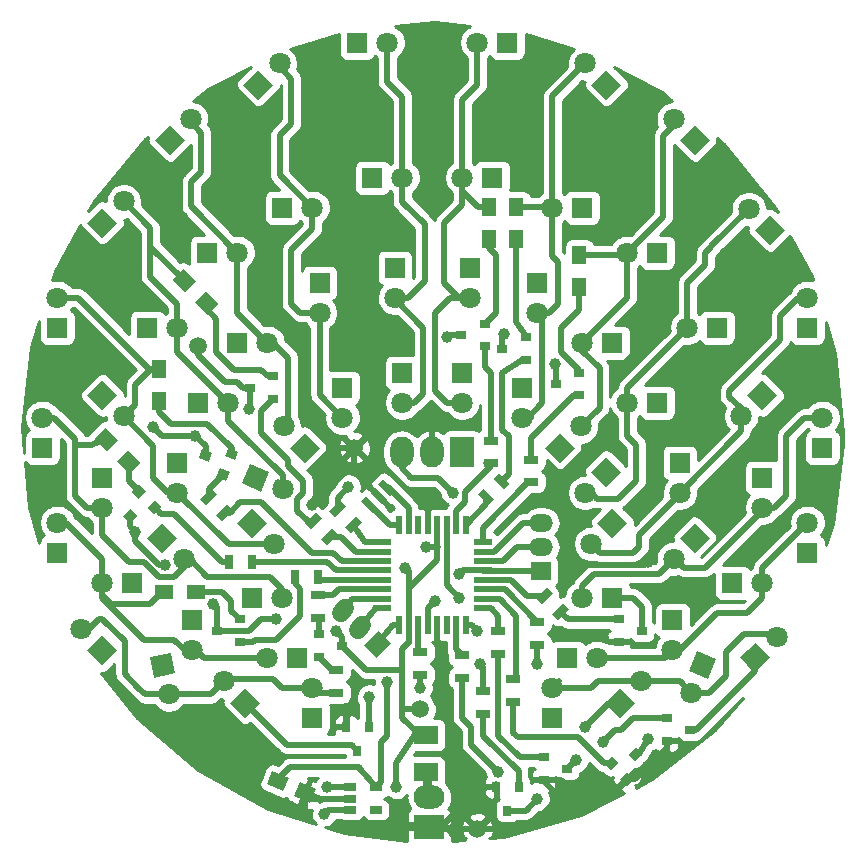
<source format=gbr>
G04 #@! TF.FileFunction,Copper,L1,Top,Signal*
%FSLAX46Y46*%
G04 Gerber Fmt 4.6, Leading zero omitted, Abs format (unit mm)*
G04 Created by KiCad (PCBNEW 4.0.7) date 04/21/18 22:11:58*
%MOMM*%
%LPD*%
G01*
G04 APERTURE LIST*
%ADD10C,0.100000*%
%ADD11C,1.800000*%
%ADD12R,1.500000X1.300000*%
%ADD13R,1.060000X0.650000*%
%ADD14R,0.550000X1.600000*%
%ADD15R,1.600000X0.550000*%
%ADD16R,2.000000X2.600000*%
%ADD17O,2.000000X2.600000*%
%ADD18R,2.600000X2.000000*%
%ADD19O,2.600000X2.000000*%
%ADD20R,1.300000X1.500000*%
%ADD21R,1.800000X1.800000*%
%ADD22R,1.300000X0.700000*%
%ADD23R,0.900000X0.800000*%
%ADD24R,0.800000X0.900000*%
%ADD25R,0.700000X1.300000*%
%ADD26R,2.030000X1.650000*%
%ADD27R,1.750000X1.500000*%
%ADD28O,2.000000X1.500000*%
%ADD29C,1.500000*%
%ADD30C,1.500000*%
%ADD31C,1.000000*%
%ADD32C,0.500000*%
%ADD33C,0.254000*%
G04 APERTURE END LIST*
D10*
G36*
X133987792Y-106426000D02*
X132715000Y-107698792D01*
X131442208Y-106426000D01*
X132715000Y-105153208D01*
X133987792Y-106426000D01*
X133987792Y-106426000D01*
G37*
D11*
X130918949Y-104629949D03*
D12*
X120824000Y-118618000D03*
X123524000Y-118618000D03*
D13*
X136568000Y-135194000D03*
X136568000Y-136144000D03*
X136568000Y-137094000D03*
X138768000Y-137094000D03*
X138768000Y-135194000D03*
D14*
X146310000Y-112971000D03*
X145510000Y-112971000D03*
X144710000Y-112971000D03*
X143910000Y-112971000D03*
X143110000Y-112971000D03*
X142310000Y-112971000D03*
X141510000Y-112971000D03*
X140710000Y-112971000D03*
D15*
X139260000Y-114421000D03*
X139260000Y-115221000D03*
X139260000Y-116021000D03*
X139260000Y-116821000D03*
X139260000Y-117621000D03*
X139260000Y-118421000D03*
X139260000Y-119221000D03*
X139260000Y-120021000D03*
D14*
X140710000Y-121471000D03*
X141510000Y-121471000D03*
X142310000Y-121471000D03*
X143110000Y-121471000D03*
X143910000Y-121471000D03*
X144710000Y-121471000D03*
X145510000Y-121471000D03*
X146310000Y-121471000D03*
D15*
X147760000Y-120021000D03*
X147760000Y-119221000D03*
X147760000Y-118421000D03*
X147760000Y-117621000D03*
X147760000Y-116821000D03*
X147760000Y-116021000D03*
X147760000Y-115221000D03*
X147760000Y-114421000D03*
D16*
X145986500Y-106807000D03*
D17*
X143446500Y-106807000D03*
X140906500Y-106807000D03*
D18*
X143256000Y-138557000D03*
D19*
X143256000Y-136017000D03*
D10*
G36*
X129485064Y-134940058D02*
X129963418Y-133785209D01*
X131349238Y-134359234D01*
X130870884Y-135514083D01*
X129485064Y-134940058D01*
X129485064Y-134940058D01*
G37*
G36*
X131794762Y-135896766D02*
X132273116Y-134741917D01*
X133658936Y-135315942D01*
X133180582Y-136470791D01*
X131794762Y-135896766D01*
X131794762Y-135896766D01*
G37*
D20*
X150622000Y-86026000D03*
X150622000Y-88726000D03*
X155956000Y-90090000D03*
X155956000Y-92790000D03*
D10*
G36*
X121499457Y-92192695D02*
X122418695Y-91273457D01*
X123479355Y-92334117D01*
X122560117Y-93253355D01*
X121499457Y-92192695D01*
X121499457Y-92192695D01*
G37*
G36*
X123408645Y-94101883D02*
X124327883Y-93182645D01*
X125388543Y-94243305D01*
X124469305Y-95162543D01*
X123408645Y-94101883D01*
X123408645Y-94101883D01*
G37*
D20*
X120396000Y-99742000D03*
X120396000Y-102442000D03*
D10*
G36*
X114895457Y-105654695D02*
X115814695Y-104735457D01*
X116875355Y-105796117D01*
X115956117Y-106715355D01*
X114895457Y-105654695D01*
X114895457Y-105654695D01*
G37*
G36*
X116804645Y-107563883D02*
X117723883Y-106644645D01*
X118784543Y-107705305D01*
X117865305Y-108624543D01*
X116804645Y-107563883D01*
X116804645Y-107563883D01*
G37*
D20*
X148336000Y-86026000D03*
X148336000Y-88726000D03*
D10*
G36*
X116842792Y-123571000D02*
X115570000Y-124843792D01*
X114297208Y-123571000D01*
X115570000Y-122298208D01*
X116842792Y-123571000D01*
X116842792Y-123571000D01*
G37*
D11*
X113773949Y-121774949D03*
D21*
X137160000Y-72136000D03*
D11*
X139700000Y-72136000D03*
D21*
X176530000Y-106426000D03*
D11*
X176530000Y-103886000D03*
D21*
X168910000Y-117856000D03*
D11*
X171450000Y-117856000D03*
D10*
G36*
X165882924Y-123665093D02*
X167545907Y-124353924D01*
X166857076Y-126016907D01*
X165194093Y-125328076D01*
X165882924Y-123665093D01*
X165882924Y-123665093D01*
G37*
D11*
X165397984Y-127187654D03*
D10*
G36*
X154305000Y-107698792D02*
X153032208Y-106426000D01*
X154305000Y-105153208D01*
X155577792Y-106426000D01*
X154305000Y-107698792D01*
X154305000Y-107698792D01*
G37*
D11*
X156101051Y-104629949D03*
D21*
X158750000Y-97536000D03*
D11*
X156210000Y-97536000D03*
D10*
G36*
X170759482Y-125477581D02*
X169543419Y-124150482D01*
X170870518Y-122934419D01*
X172086581Y-124261518D01*
X170759482Y-125477581D01*
X170759482Y-125477581D01*
G37*
D11*
X172687684Y-122490001D03*
D21*
X175260000Y-115316000D03*
D11*
X175260000Y-112776000D03*
D21*
X175260000Y-96266000D03*
D11*
X175260000Y-93726000D03*
D10*
G36*
X173357792Y-88011000D02*
X172085000Y-89283792D01*
X170812208Y-88011000D01*
X172085000Y-86738208D01*
X173357792Y-88011000D01*
X173357792Y-88011000D01*
G37*
D11*
X170288949Y-86214949D03*
D10*
G36*
X167007792Y-80391000D02*
X165735000Y-81663792D01*
X164462208Y-80391000D01*
X165735000Y-79118208D01*
X167007792Y-80391000D01*
X167007792Y-80391000D01*
G37*
D11*
X163938949Y-78594949D03*
D10*
G36*
X159514792Y-75692000D02*
X158242000Y-76964792D01*
X156969208Y-75692000D01*
X158242000Y-74419208D01*
X159514792Y-75692000D01*
X159514792Y-75692000D01*
G37*
D11*
X156445949Y-73895949D03*
D21*
X149860000Y-72136000D03*
D11*
X147320000Y-72136000D03*
D21*
X171450000Y-108966000D03*
D11*
X171450000Y-111506000D03*
D10*
G36*
X171450000Y-100708208D02*
X172722792Y-101981000D01*
X171450000Y-103253792D01*
X170177208Y-101981000D01*
X171450000Y-100708208D01*
X171450000Y-100708208D01*
G37*
D11*
X169653949Y-103777051D03*
D21*
X167640000Y-96266000D03*
D11*
X165100000Y-96266000D03*
D21*
X156210000Y-86106000D03*
D11*
X153670000Y-86106000D03*
D10*
G36*
X159385000Y-129288792D02*
X158112208Y-128016000D01*
X159385000Y-126743208D01*
X160657792Y-128016000D01*
X159385000Y-129288792D01*
X159385000Y-129288792D01*
G37*
D11*
X161181051Y-126219949D03*
D21*
X163830000Y-121031000D03*
D11*
X163830000Y-123571000D03*
D10*
G36*
X165735000Y-112773208D02*
X167007792Y-114046000D01*
X165735000Y-115318792D01*
X164462208Y-114046000D01*
X165735000Y-112773208D01*
X165735000Y-112773208D01*
G37*
D11*
X163938949Y-115842051D03*
D21*
X164465000Y-107696000D03*
D11*
X164465000Y-110236000D03*
D21*
X162560000Y-102616000D03*
D11*
X160020000Y-102616000D03*
D21*
X152400000Y-92456000D03*
D11*
X152400000Y-94996000D03*
D21*
X146685000Y-91186000D03*
D11*
X146685000Y-93726000D03*
D21*
X153670000Y-129286000D03*
D11*
X153670000Y-126746000D03*
D21*
X154940000Y-124206000D03*
D11*
X157480000Y-124206000D03*
D21*
X158750000Y-119126000D03*
D11*
X156210000Y-119126000D03*
D10*
G36*
X158750000Y-111503208D02*
X160022792Y-112776000D01*
X158750000Y-114048792D01*
X157477208Y-112776000D01*
X158750000Y-111503208D01*
X158750000Y-111503208D01*
G37*
D11*
X156953949Y-114572051D03*
D10*
G36*
X158242000Y-107185208D02*
X159514792Y-108458000D01*
X158242000Y-109730792D01*
X156969208Y-108458000D01*
X158242000Y-107185208D01*
X158242000Y-107185208D01*
G37*
D11*
X156445949Y-110254051D03*
D21*
X151130000Y-101346000D03*
D11*
X151130000Y-103886000D03*
D21*
X146050000Y-100076000D03*
D11*
X146050000Y-102616000D03*
D21*
X133350000Y-129286000D03*
D11*
X133350000Y-126746000D03*
D21*
X132080000Y-124206000D03*
D11*
X129540000Y-124206000D03*
D21*
X128270000Y-119126000D03*
D11*
X130810000Y-119126000D03*
D10*
G36*
X127348093Y-109453076D02*
X128036924Y-107790093D01*
X129699907Y-108478924D01*
X129011076Y-110141907D01*
X127348093Y-109453076D01*
X127348093Y-109453076D01*
G37*
D11*
X130870654Y-109938016D03*
D21*
X135890000Y-101346000D03*
D11*
X135890000Y-103886000D03*
D21*
X140970000Y-100076000D03*
D11*
X140970000Y-102616000D03*
D10*
G36*
X128907792Y-128016000D02*
X127635000Y-129288792D01*
X126362208Y-128016000D01*
X127635000Y-126743208D01*
X128907792Y-128016000D01*
X128907792Y-128016000D01*
G37*
D11*
X125838949Y-126219949D03*
D21*
X123190000Y-121031000D03*
D11*
X123190000Y-123571000D03*
D10*
G36*
X119377208Y-114046000D02*
X120650000Y-112773208D01*
X121922792Y-114046000D01*
X120650000Y-115318792D01*
X119377208Y-114046000D01*
X119377208Y-114046000D01*
G37*
D11*
X122446051Y-115842051D03*
D21*
X121920000Y-107696000D03*
D11*
X121920000Y-110236000D03*
D21*
X123698000Y-102616000D03*
D11*
X126238000Y-102616000D03*
D21*
X127000000Y-97536000D03*
D11*
X129540000Y-97536000D03*
D21*
X133985000Y-92456000D03*
D11*
X133985000Y-94996000D03*
D10*
G36*
X119576538Y-124157129D02*
X121333871Y-123767538D01*
X121723462Y-125524871D01*
X119966129Y-125914462D01*
X119576538Y-124157129D01*
X119576538Y-124157129D01*
G37*
D11*
X121199757Y-127320792D03*
D21*
X118110000Y-117856000D03*
D11*
X115570000Y-117856000D03*
D21*
X115570000Y-108966000D03*
D11*
X115570000Y-111506000D03*
D10*
G36*
X114297208Y-101981000D02*
X115570000Y-100708208D01*
X116842792Y-101981000D01*
X115570000Y-103253792D01*
X114297208Y-101981000D01*
X114297208Y-101981000D01*
G37*
D11*
X117366051Y-103777051D03*
D21*
X124460000Y-89916000D03*
D11*
X127000000Y-89916000D03*
D21*
X130810000Y-86106000D03*
D11*
X133350000Y-86106000D03*
D21*
X138430000Y-83566000D03*
D11*
X140970000Y-83566000D03*
D21*
X111760000Y-115316000D03*
D11*
X111760000Y-112776000D03*
D21*
X111760000Y-96266000D03*
D11*
X111760000Y-93726000D03*
D10*
G36*
X115570000Y-88648792D02*
X114297208Y-87376000D01*
X115570000Y-86103208D01*
X116842792Y-87376000D01*
X115570000Y-88648792D01*
X115570000Y-88648792D01*
G37*
D11*
X117366051Y-85579949D03*
D10*
G36*
X121285000Y-81663792D02*
X120012208Y-80391000D01*
X121285000Y-79118208D01*
X122557792Y-80391000D01*
X121285000Y-81663792D01*
X121285000Y-81663792D01*
G37*
D11*
X123081051Y-78594949D03*
D10*
G36*
X128778000Y-76964792D02*
X127505208Y-75692000D01*
X128778000Y-74419208D01*
X130050792Y-75692000D01*
X128778000Y-76964792D01*
X128778000Y-76964792D01*
G37*
D11*
X130574051Y-73895949D03*
D21*
X140335000Y-91186000D03*
D11*
X140335000Y-93726000D03*
D21*
X110490000Y-106426000D03*
D11*
X110490000Y-103886000D03*
D21*
X148590000Y-83566000D03*
D11*
X146050000Y-83566000D03*
D21*
X162560000Y-89916000D03*
D11*
X160020000Y-89916000D03*
D21*
X119380000Y-96266000D03*
D11*
X121920000Y-96266000D03*
D10*
G36*
X126997208Y-112776000D02*
X128270000Y-111503208D01*
X129542792Y-112776000D01*
X128270000Y-114048792D01*
X126997208Y-112776000D01*
X126997208Y-112776000D01*
G37*
D11*
X130066051Y-114572051D03*
D22*
X152400000Y-121224000D03*
X152400000Y-123124000D03*
X150368000Y-126050000D03*
X150368000Y-127950000D03*
X149098000Y-121986000D03*
X149098000Y-123886000D03*
D10*
G36*
X152291142Y-119174381D02*
X153210381Y-118255142D01*
X153705356Y-118750117D01*
X152786117Y-119669356D01*
X152291142Y-119174381D01*
X152291142Y-119174381D01*
G37*
G36*
X153634644Y-120517883D02*
X154553883Y-119598644D01*
X155048858Y-120093619D01*
X154129619Y-121012858D01*
X153634644Y-120517883D01*
X153634644Y-120517883D01*
G37*
G36*
X137522858Y-112727619D02*
X136603619Y-113646858D01*
X136108644Y-113151883D01*
X137027883Y-112232644D01*
X137522858Y-112727619D01*
X137522858Y-112727619D01*
G37*
G36*
X136179356Y-111384117D02*
X135260117Y-112303356D01*
X134765142Y-111808381D01*
X135684381Y-110889142D01*
X136179356Y-111384117D01*
X136179356Y-111384117D01*
G37*
D22*
X146050000Y-124018000D03*
X146050000Y-125918000D03*
X142494000Y-123764000D03*
X142494000Y-125664000D03*
X147828000Y-127066000D03*
X147828000Y-128966000D03*
D23*
X163338000Y-129352000D03*
X163338000Y-131252000D03*
X165338000Y-130302000D03*
D10*
G36*
X158605787Y-133732396D02*
X158040101Y-133166710D01*
X158676497Y-132530314D01*
X159242183Y-133096000D01*
X158605787Y-133732396D01*
X158605787Y-133732396D01*
G37*
G36*
X159949290Y-135075899D02*
X159383604Y-134510213D01*
X160020000Y-133873817D01*
X160585686Y-134439503D01*
X159949290Y-135075899D01*
X159949290Y-135075899D01*
G37*
G36*
X160691752Y-132989934D02*
X160126066Y-132424248D01*
X160762462Y-131787852D01*
X161328148Y-132353538D01*
X160691752Y-132989934D01*
X160691752Y-132989934D01*
G37*
D23*
X152924000Y-132654000D03*
X152924000Y-134554000D03*
X154924000Y-133604000D03*
X159274000Y-120970000D03*
X159274000Y-122870000D03*
X161274000Y-121920000D03*
D24*
X138110000Y-130064000D03*
X136210000Y-130064000D03*
X137160000Y-132064000D03*
X150810000Y-135144000D03*
X148910000Y-135144000D03*
X149860000Y-137144000D03*
D22*
X148463000Y-107757000D03*
X148463000Y-105857000D03*
D10*
G36*
X148257381Y-111297358D02*
X147338142Y-110378119D01*
X147833117Y-109883144D01*
X148752356Y-110802383D01*
X148257381Y-111297358D01*
X148257381Y-111297358D01*
G37*
G36*
X149600883Y-109953856D02*
X148681644Y-109034617D01*
X149176619Y-108539642D01*
X150095858Y-109458881D01*
X149600883Y-109953856D01*
X149600883Y-109953856D01*
G37*
D22*
X151892000Y-109344500D03*
X151892000Y-107444500D03*
D10*
G36*
X135490858Y-113743619D02*
X134571619Y-114662858D01*
X134076644Y-114167883D01*
X134995883Y-113248644D01*
X135490858Y-113743619D01*
X135490858Y-113743619D01*
G37*
G36*
X134147356Y-112400117D02*
X133228117Y-113319356D01*
X132733142Y-112824381D01*
X133652381Y-111905142D01*
X134147356Y-112400117D01*
X134147356Y-112400117D01*
G37*
G36*
X126600858Y-111711619D02*
X125681619Y-112630858D01*
X125186644Y-112135883D01*
X126105883Y-111216644D01*
X126600858Y-111711619D01*
X126600858Y-111711619D01*
G37*
G36*
X125257356Y-110368117D02*
X124338117Y-111287356D01*
X123843142Y-110792381D01*
X124762381Y-109873142D01*
X125257356Y-110368117D01*
X125257356Y-110368117D01*
G37*
D25*
X128204000Y-116078000D03*
X126304000Y-116078000D03*
X133792000Y-117348000D03*
X131892000Y-117348000D03*
D22*
X133858000Y-118938000D03*
X133858000Y-120838000D03*
D23*
X147939000Y-97851000D03*
X147939000Y-95951000D03*
X145939000Y-96901000D03*
X151431500Y-98994000D03*
X151431500Y-97094000D03*
X149431500Y-98044000D03*
X155940000Y-101978500D03*
X155940000Y-100078500D03*
X153940000Y-101028500D03*
X130032000Y-102296000D03*
X130032000Y-100396000D03*
X128032000Y-101346000D03*
D10*
G36*
X126351149Y-108505025D02*
X126045002Y-109244128D01*
X125213511Y-108899713D01*
X125519658Y-108160610D01*
X126351149Y-108505025D01*
X126351149Y-108505025D01*
G37*
G36*
X127078248Y-106749654D02*
X126772101Y-107488757D01*
X125940610Y-107144342D01*
X126246757Y-106405239D01*
X127078248Y-106749654D01*
X127078248Y-106749654D01*
G37*
G36*
X124866939Y-106861973D02*
X124560792Y-107601076D01*
X123729301Y-107256661D01*
X124035448Y-106517558D01*
X124866939Y-106861973D01*
X124866939Y-106861973D01*
G37*
G36*
X120032213Y-110869604D02*
X120597899Y-111435290D01*
X119961503Y-112071686D01*
X119395817Y-111506000D01*
X120032213Y-110869604D01*
X120032213Y-110869604D01*
G37*
G36*
X118688710Y-109526101D02*
X119254396Y-110091787D01*
X118618000Y-110728183D01*
X118052314Y-110162497D01*
X118688710Y-109526101D01*
X118688710Y-109526101D01*
G37*
G36*
X117946248Y-111612066D02*
X118511934Y-112177752D01*
X117875538Y-112814148D01*
X117309852Y-112248462D01*
X117946248Y-111612066D01*
X117946248Y-111612066D01*
G37*
D23*
X127238000Y-122870000D03*
X127238000Y-120970000D03*
X125238000Y-121920000D03*
X133874000Y-122240000D03*
X133874000Y-124140000D03*
X135874000Y-123190000D03*
D10*
G36*
X138488280Y-111929670D02*
X137498330Y-110939720D01*
X137922594Y-110515456D01*
X138912544Y-111505406D01*
X138488280Y-111929670D01*
X138488280Y-111929670D01*
G37*
G36*
X139206701Y-111211249D02*
X138216751Y-110221299D01*
X138641015Y-109797035D01*
X139630965Y-110786985D01*
X139206701Y-111211249D01*
X139206701Y-111211249D01*
G37*
G36*
X139925121Y-110492829D02*
X138935171Y-109502879D01*
X139359435Y-109078615D01*
X140349385Y-110068565D01*
X139925121Y-110492829D01*
X139925121Y-110492829D01*
G37*
D26*
X143002000Y-130754000D03*
X143002000Y-133914000D03*
D27*
X152717500Y-116840000D03*
D28*
X152717500Y-114808000D03*
X152717500Y-112776000D03*
D10*
G36*
X139981839Y-122996402D02*
X138744402Y-124233839D01*
X137683741Y-123173178D01*
X138921178Y-121935741D01*
X139981839Y-122996402D01*
X139981839Y-122996402D01*
G37*
D29*
X137219172Y-121824726D02*
X137572726Y-121471172D01*
X135782331Y-120387885D02*
X136135885Y-120034331D01*
D22*
X135382000Y-127188000D03*
X135382000Y-125288000D03*
D30*
X147320000Y-138684000D03*
X136906000Y-106426000D03*
X142494000Y-128524000D03*
X123698000Y-97790000D03*
D31*
X139700000Y-126238000D03*
X133350000Y-111252000D03*
X161544000Y-95758000D03*
X164338000Y-99822000D03*
X162052000Y-110490000D03*
X159004000Y-100076000D03*
X157988000Y-122428000D03*
X162560000Y-118364000D03*
X156210000Y-116332000D03*
X161798000Y-116078000D03*
X144018000Y-127762000D03*
X139446000Y-138430000D03*
X132334000Y-137414000D03*
X164846000Y-87376000D03*
X129286000Y-91440000D03*
X124968000Y-84709000D03*
X122428000Y-86995000D03*
X121031000Y-88646000D03*
X118110000Y-90678000D03*
X117221000Y-95123000D03*
X115316000Y-97409000D03*
X113665000Y-100711000D03*
X112014000Y-108458000D03*
X143256000Y-78359000D03*
X143510000Y-84836000D03*
X128651000Y-81280000D03*
X132715000Y-79883000D03*
X161417000Y-84455000D03*
X147955000Y-78359000D03*
X151130000Y-78740000D03*
X155321000Y-80010000D03*
X138811000Y-78105000D03*
X172847000Y-99822000D03*
X170053000Y-96647000D03*
X168275000Y-90678000D03*
X143256000Y-111252000D03*
X138430000Y-87884000D03*
X143510000Y-103378000D03*
X137668000Y-102870000D03*
X136398000Y-128524000D03*
X152400000Y-136144000D03*
X155702000Y-132842000D03*
X156464000Y-130048000D03*
X161798000Y-131064000D03*
X147320000Y-121920000D03*
X145288000Y-110236000D03*
X145796000Y-117094000D03*
X143764000Y-119380000D03*
X143002000Y-114808000D03*
X135382000Y-121920000D03*
X130302000Y-120904000D03*
X124968000Y-119634000D03*
X120904000Y-116332000D03*
X118364000Y-113538000D03*
X119888000Y-104648000D03*
X123444000Y-105410000D03*
X128016000Y-103124000D03*
X153924000Y-99314000D03*
X149606000Y-96774000D03*
X144780000Y-97028000D03*
X140462000Y-135128000D03*
X134620000Y-135128000D03*
X134366000Y-137414000D03*
X141224000Y-116586000D03*
X157988000Y-131318000D03*
X152400000Y-124714000D03*
X136398000Y-109728000D03*
X149098000Y-133858000D03*
X142494000Y-126746000D03*
X138176000Y-127508000D03*
X145796000Y-119126000D03*
X147574000Y-124714000D03*
D32*
X139192000Y-131318000D02*
X139192000Y-134770000D01*
X139192000Y-134770000D02*
X138768000Y-135194000D01*
X139700000Y-126238000D02*
X139700000Y-130048000D01*
X139700000Y-130810000D02*
X139192000Y-131318000D01*
X139700000Y-130048000D02*
X139700000Y-130810000D01*
X131445000Y-133477000D02*
X137258873Y-133477000D01*
X137414000Y-133604000D02*
X137414000Y-133653495D01*
X137385873Y-133604000D02*
X137414000Y-133604000D01*
X137258873Y-133477000D02*
X137385873Y-133604000D01*
X130417151Y-134649646D02*
X130417151Y-134504849D01*
X130417151Y-134504849D02*
X131445000Y-133477000D01*
X137414000Y-133653495D02*
X138768000Y-135194000D01*
X138768000Y-135194000D02*
X138872000Y-135194000D01*
X147320000Y-138684000D02*
X143383000Y-138684000D01*
X143383000Y-138684000D02*
X143256000Y-138557000D01*
X152924000Y-134554000D02*
X152924000Y-134636000D01*
X152924000Y-134636000D02*
X153924000Y-135636000D01*
X151638000Y-138684000D02*
X147320000Y-138684000D01*
X153924000Y-136398000D02*
X151638000Y-138684000D01*
X153924000Y-135636000D02*
X153924000Y-136398000D01*
X159984645Y-134474858D02*
X160673142Y-134474858D01*
X163338000Y-131810000D02*
X163338000Y-131252000D01*
X160673142Y-134474858D02*
X163338000Y-131810000D01*
X152924000Y-134554000D02*
X154366000Y-134554000D01*
X158315503Y-136144000D02*
X159984645Y-134474858D01*
X155956000Y-136144000D02*
X158315503Y-136144000D01*
X154366000Y-134554000D02*
X155956000Y-136144000D01*
X136906000Y-106426000D02*
X136906000Y-107696000D01*
X136906000Y-107696000D02*
X133350000Y-111252000D01*
X132842000Y-103378000D02*
X132842000Y-103632000D01*
X135636000Y-106426000D02*
X136906000Y-106426000D01*
X132842000Y-103632000D02*
X135636000Y-106426000D01*
X143256000Y-138557000D02*
X144653000Y-138557000D01*
X144653000Y-138557000D02*
X145288000Y-139192000D01*
X131572000Y-96520000D02*
X132842000Y-97790000D01*
X132842000Y-97790000D02*
X132842000Y-103378000D01*
X132842000Y-103378000D02*
X132842000Y-103124000D01*
X132842000Y-103124000D02*
X132842000Y-103378000D01*
X143256000Y-138557000D02*
X144208500Y-138557000D01*
X144208500Y-138557000D02*
X147621500Y-135144000D01*
X147621500Y-135144000D02*
X148910000Y-135144000D01*
X136568000Y-136144000D02*
X133264495Y-136144000D01*
X133264495Y-136144000D02*
X132726849Y-135606354D01*
X165862000Y-101346000D02*
X164338000Y-99822000D01*
X165862000Y-102870000D02*
X165862000Y-101346000D01*
X164592000Y-104140000D02*
X165862000Y-102870000D01*
X162306000Y-106426000D02*
X164592000Y-104140000D01*
X162306000Y-110236000D02*
X162306000Y-106426000D01*
X162052000Y-110490000D02*
X162306000Y-110236000D01*
X161544000Y-97028000D02*
X161544000Y-95758000D01*
X160782000Y-98298000D02*
X159004000Y-100076000D01*
X160782000Y-97790000D02*
X160782000Y-98298000D01*
X161544000Y-97028000D02*
X160782000Y-97790000D01*
X161544000Y-95758000D02*
X162306000Y-94996000D01*
X162306000Y-93472000D02*
X162306000Y-94996000D01*
X165100000Y-90678000D02*
X162306000Y-93472000D01*
X165100000Y-89662000D02*
X165100000Y-90678000D01*
X136210000Y-130064000D02*
X136210000Y-128712000D01*
X136210000Y-128712000D02*
X136398000Y-128524000D01*
X158430000Y-122870000D02*
X157988000Y-122428000D01*
X159274000Y-122870000D02*
X158430000Y-122870000D01*
X161544000Y-116332000D02*
X156210000Y-116332000D01*
X161798000Y-116078000D02*
X161544000Y-116332000D01*
X143910000Y-121471000D02*
X143910000Y-123082000D01*
X144145000Y-123317000D02*
X143910000Y-123082000D01*
X144145000Y-126492000D02*
X144145000Y-123317000D01*
X144018000Y-127762000D02*
X144145000Y-127635000D01*
X144145000Y-127635000D02*
X144145000Y-126619000D01*
X144145000Y-126619000D02*
X144272000Y-126492000D01*
X144272000Y-126492000D02*
X144145000Y-126492000D01*
X139700000Y-138176000D02*
X140208000Y-138176000D01*
X139446000Y-138430000D02*
X139700000Y-138176000D01*
X132726849Y-135606354D02*
X132726849Y-137021151D01*
X140208000Y-138176000D02*
X143256000Y-138557000D01*
X132726849Y-137021151D02*
X132334000Y-137414000D01*
X132726849Y-135606354D02*
X133066354Y-135606354D01*
X132951203Y-135382000D02*
X132726849Y-135606354D01*
X143256000Y-138557000D02*
X142494000Y-138557000D01*
X143846500Y-106407000D02*
X143446500Y-106807000D01*
X148910000Y-134940000D02*
X148910000Y-135144000D01*
X165100000Y-87630000D02*
X164846000Y-87376000D01*
X165100000Y-89662000D02*
X165100000Y-87630000D01*
X129286000Y-91440000D02*
X129286000Y-94234000D01*
X125095000Y-84709000D02*
X129286000Y-88900000D01*
X129286000Y-88900000D02*
X129286000Y-91440000D01*
X124968000Y-84709000D02*
X125095000Y-84709000D01*
X129286000Y-94234000D02*
X131572000Y-96520000D01*
X122428000Y-86995000D02*
X121031000Y-88392000D01*
X121031000Y-88392000D02*
X121031000Y-88646000D01*
X118110000Y-90678000D02*
X117221000Y-91567000D01*
X117221000Y-91567000D02*
X117221000Y-95123000D01*
X115316000Y-97409000D02*
X113665000Y-99060000D01*
X113665000Y-99060000D02*
X113665000Y-100711000D01*
X143256000Y-78359000D02*
X143256000Y-84582000D01*
X143256000Y-84582000D02*
X143510000Y-84836000D01*
X135382000Y-81534000D02*
X134366000Y-81534000D01*
X125222000Y-84709000D02*
X124968000Y-84709000D01*
X128651000Y-81280000D02*
X125222000Y-84709000D01*
X134366000Y-81534000D02*
X132715000Y-79883000D01*
X156972000Y-80010000D02*
X161417000Y-84455000D01*
X155321000Y-80010000D02*
X156972000Y-80010000D01*
X150749000Y-78359000D02*
X151130000Y-78740000D01*
X147955000Y-78359000D02*
X150749000Y-78359000D01*
X137033000Y-86233000D02*
X135382000Y-84582000D01*
X135382000Y-84582000D02*
X135382000Y-81534000D01*
X135382000Y-81534000D02*
X138811000Y-78105000D01*
X174498000Y-101473000D02*
X176784000Y-101473000D01*
X172847000Y-99822000D02*
X174498000Y-101473000D01*
X170053000Y-92456000D02*
X170053000Y-96647000D01*
X168275000Y-90678000D02*
X170053000Y-92456000D01*
X143110000Y-112971000D02*
X143110000Y-111398000D01*
X137033000Y-91821000D02*
X137033000Y-87884000D01*
X137033000Y-87884000D02*
X138430000Y-87884000D01*
X137033000Y-87884000D02*
X137033000Y-86233000D01*
X143110000Y-111398000D02*
X143256000Y-111252000D01*
X137033000Y-94996000D02*
X137033000Y-97790000D01*
X137033000Y-94996000D02*
X137033000Y-91821000D01*
X137033000Y-97917000D02*
X138430000Y-99314000D01*
X138430000Y-99314000D02*
X138430000Y-102362000D01*
X137033000Y-97790000D02*
X137033000Y-97917000D01*
X138430000Y-102362000D02*
X138176000Y-102362000D01*
X138430000Y-104648000D02*
X142240000Y-104648000D01*
X142240000Y-104648000D02*
X143510000Y-103378000D01*
X138430000Y-102362000D02*
X138430000Y-104648000D01*
X138176000Y-102362000D02*
X137668000Y-102870000D01*
X146685000Y-93726000D02*
X145034000Y-93726000D01*
X143764000Y-101600000D02*
X144780000Y-102616000D01*
X143764000Y-94996000D02*
X143764000Y-101600000D01*
X145034000Y-93726000D02*
X143764000Y-94996000D01*
X144780000Y-102616000D02*
X146050000Y-102616000D01*
X146050000Y-83566000D02*
X146050000Y-85852000D01*
X146050000Y-85852000D02*
X144526000Y-87376000D01*
X140970000Y-83566000D02*
X140970000Y-85598000D01*
X140970000Y-85598000D02*
X142875000Y-87503000D01*
X139700000Y-72136000D02*
X139700000Y-75438000D01*
X140970000Y-76708000D02*
X140970000Y-83566000D01*
X139700000Y-75438000D02*
X140970000Y-76708000D01*
X147320000Y-72136000D02*
X147320000Y-75692000D01*
X146050000Y-76962000D02*
X146050000Y-83566000D01*
X147320000Y-75692000D02*
X146050000Y-76962000D01*
X140335000Y-93726000D02*
X141478000Y-93726000D01*
X142875000Y-92329000D02*
X142875000Y-87503000D01*
X141478000Y-93726000D02*
X142875000Y-92329000D01*
X146050000Y-83566000D02*
X146050000Y-84709000D01*
X147367000Y-86026000D02*
X148336000Y-86026000D01*
X146050000Y-84709000D02*
X147367000Y-86026000D01*
X146685000Y-93726000D02*
X145796000Y-93726000D01*
X145796000Y-93726000D02*
X144526000Y-92456000D01*
X144526000Y-92456000D02*
X144526000Y-87376000D01*
X140335000Y-93726000D02*
X140335000Y-93853000D01*
X140335000Y-93853000D02*
X142748000Y-96266000D01*
X148416000Y-86106000D02*
X148336000Y-86026000D01*
X148336000Y-86026000D02*
X148336000Y-85598000D01*
X140970000Y-94361000D02*
X140335000Y-93726000D01*
X146050000Y-102616000D02*
X144780000Y-102616000D01*
X142748000Y-96266000D02*
X142748000Y-101854000D01*
X141986000Y-102616000D02*
X140970000Y-102616000D01*
X142748000Y-101854000D02*
X141986000Y-102616000D01*
X149860000Y-137144000D02*
X151400000Y-137144000D01*
X151400000Y-137144000D02*
X152400000Y-136144000D01*
X152781000Y-99695000D02*
X152781000Y-95377000D01*
X152781000Y-95377000D02*
X152400000Y-94996000D01*
X152400000Y-94996000D02*
X152400000Y-95250000D01*
X151574500Y-103886000D02*
X152781000Y-102679500D01*
X152781000Y-102679500D02*
X152781000Y-99695000D01*
X151130000Y-103886000D02*
X151574500Y-103886000D01*
X152781000Y-95377000D02*
X152400000Y-94996000D01*
X152400000Y-94996000D02*
X152400000Y-95377000D01*
X130574051Y-73895949D02*
X130574051Y-74186051D01*
X130574051Y-74186051D02*
X131572000Y-75184000D01*
X131572000Y-78994000D02*
X130574051Y-79991949D01*
X131572000Y-75184000D02*
X131572000Y-78994000D01*
X133350000Y-86106000D02*
X133350000Y-87884000D01*
X132334000Y-94996000D02*
X133985000Y-94996000D01*
X131572000Y-94234000D02*
X132334000Y-94996000D01*
X131572000Y-89662000D02*
X131572000Y-94234000D01*
X133350000Y-87884000D02*
X131572000Y-89662000D01*
X151130000Y-103886000D02*
X151892000Y-103886000D01*
X153670000Y-86106000D02*
X153670000Y-90170000D01*
X153416000Y-94996000D02*
X152400000Y-94996000D01*
X154178000Y-94234000D02*
X153416000Y-94996000D01*
X154178000Y-90678000D02*
X154178000Y-94234000D01*
X153670000Y-90170000D02*
X154178000Y-90678000D01*
X150622000Y-86026000D02*
X153590000Y-86026000D01*
X153590000Y-86026000D02*
X153670000Y-86106000D01*
X130574051Y-73895949D02*
X130791949Y-73895949D01*
X153670000Y-86106000D02*
X153670000Y-76671898D01*
X153670000Y-76671898D02*
X156445949Y-73895949D01*
X133985000Y-94996000D02*
X133985000Y-101981000D01*
X133985000Y-101981000D02*
X135890000Y-103886000D01*
X130574051Y-79991949D02*
X130574051Y-83330051D01*
X130574051Y-83330051D02*
X133350000Y-86106000D01*
X143002000Y-133914000D02*
X143002000Y-135763000D01*
X143002000Y-135763000D02*
X143256000Y-136017000D01*
X143256000Y-136017000D02*
X143256000Y-135128000D01*
X143256000Y-135128000D02*
X143002000Y-134874000D01*
X143256000Y-136017000D02*
X143256000Y-134168000D01*
X143256000Y-134168000D02*
X143002000Y-133914000D01*
X143256000Y-136017000D02*
X143256000Y-135584458D01*
X129540000Y-97536000D02*
X130048000Y-97536000D01*
X130048000Y-97536000D02*
X131318000Y-98806000D01*
X131318000Y-98806000D02*
X131318000Y-104230898D01*
X131318000Y-104230898D02*
X130918949Y-104629949D01*
X156210000Y-97536000D02*
X156210000Y-98234500D01*
X156210000Y-98234500D02*
X157670500Y-99695000D01*
X157670500Y-103060500D02*
X156101051Y-104629949D01*
X157670500Y-99695000D02*
X157670500Y-103060500D01*
X163068000Y-83820000D02*
X163068000Y-86868000D01*
X163068000Y-86868000D02*
X163068000Y-86614000D01*
X163068000Y-86614000D02*
X163068000Y-86868000D01*
X163938949Y-78594949D02*
X163938949Y-79139051D01*
X163938949Y-79139051D02*
X163068000Y-80010000D01*
X163068000Y-80010000D02*
X163068000Y-83820000D01*
X163068000Y-86868000D02*
X160020000Y-89916000D01*
X123081051Y-78594949D02*
X123081051Y-78885051D01*
X123081051Y-78885051D02*
X123952000Y-79756000D01*
X123952000Y-83058000D02*
X123081051Y-83928949D01*
X123952000Y-79756000D02*
X123952000Y-83058000D01*
X155956000Y-90090000D02*
X159846000Y-90090000D01*
X159846000Y-90090000D02*
X160020000Y-89916000D01*
X123081051Y-78594949D02*
X123081051Y-79139051D01*
X156210000Y-104521000D02*
X156101051Y-104629949D01*
X160020000Y-89916000D02*
X160020000Y-93726000D01*
X160020000Y-93726000D02*
X156210000Y-97536000D01*
X130918949Y-104629949D02*
X131299949Y-104629949D01*
X127000000Y-89916000D02*
X127000000Y-94996000D01*
X127000000Y-94996000D02*
X129540000Y-97536000D01*
X123081051Y-83928949D02*
X123081051Y-85997051D01*
X123081051Y-85997051D02*
X127000000Y-89916000D01*
X165100000Y-92456000D02*
X166624000Y-90932000D01*
X167132000Y-89408000D02*
X167132000Y-89371898D01*
X166624000Y-89916000D02*
X167132000Y-89408000D01*
X166624000Y-90932000D02*
X166624000Y-89916000D01*
X126238000Y-104140000D02*
X126238000Y-102616000D01*
X127254000Y-105156000D02*
X126238000Y-104140000D01*
X130870654Y-108772654D02*
X127254000Y-105156000D01*
X130870654Y-109938016D02*
X130870654Y-108772654D01*
X130701051Y-110381051D02*
X130320051Y-109455949D01*
X130320051Y-109455949D02*
X130429000Y-109347000D01*
X119634000Y-87884000D02*
X119634000Y-89408000D01*
X119634000Y-89408000D02*
X122489406Y-92263406D01*
X121920000Y-96266000D02*
X121920000Y-94234000D01*
X121920000Y-94234000D02*
X119634000Y-91948000D01*
X119634000Y-91948000D02*
X119634000Y-87884000D01*
X119634000Y-87884000D02*
X119634000Y-87847898D01*
X119634000Y-87847898D02*
X117366051Y-85579949D01*
X117366051Y-85579949D02*
X117583949Y-85579949D01*
X156445949Y-110254051D02*
X156990051Y-110254051D01*
X156990051Y-110254051D02*
X157480000Y-110744000D01*
X157480000Y-110744000D02*
X159258000Y-110744000D01*
X159258000Y-110744000D02*
X160782000Y-109220000D01*
X160782000Y-109220000D02*
X160782000Y-106172000D01*
X160782000Y-106172000D02*
X160020000Y-105410000D01*
X160020000Y-105410000D02*
X160020000Y-102616000D01*
X121920000Y-96266000D02*
X121920000Y-98298000D01*
X121920000Y-98298000D02*
X126238000Y-102616000D01*
X165100000Y-96266000D02*
X165100000Y-92456000D01*
X167132000Y-89371898D02*
X170288949Y-86214949D01*
X160020000Y-102616000D02*
X160020000Y-101346000D01*
X160020000Y-101346000D02*
X165100000Y-96266000D01*
X121920000Y-110236000D02*
X121158000Y-110236000D01*
X121158000Y-110236000D02*
X119888000Y-108966000D01*
X119888000Y-106299000D02*
X117366051Y-103777051D01*
X119888000Y-108966000D02*
X119888000Y-106299000D01*
X120396000Y-99742000D02*
X119714000Y-99742000D01*
X118364000Y-102779102D02*
X117366051Y-103777051D01*
X118364000Y-101092000D02*
X118364000Y-102779102D01*
X119714000Y-99742000D02*
X118364000Y-101092000D01*
X120396000Y-99742000D02*
X119554000Y-99742000D01*
X113538000Y-93726000D02*
X117348000Y-97536000D01*
X111760000Y-93726000D02*
X113538000Y-93726000D01*
X119554000Y-99742000D02*
X117348000Y-97536000D01*
X117366051Y-103777051D02*
X117456949Y-103777051D01*
X119986051Y-99332051D02*
X120396000Y-99742000D01*
X164465000Y-110236000D02*
X164465000Y-110363000D01*
X164465000Y-110363000D02*
X161036000Y-113792000D01*
X157697898Y-115316000D02*
X156953949Y-114572051D01*
X160528000Y-115316000D02*
X157697898Y-115316000D01*
X161036000Y-114808000D02*
X160528000Y-115316000D01*
X161036000Y-113792000D02*
X161036000Y-114808000D01*
X169653949Y-103777051D02*
X169653949Y-103105949D01*
X169653949Y-103105949D02*
X168656000Y-102108000D01*
X172974000Y-95250000D02*
X174498000Y-93726000D01*
X172974000Y-97282000D02*
X172974000Y-95250000D01*
X168656000Y-101600000D02*
X172974000Y-97282000D01*
X168656000Y-102108000D02*
X168656000Y-101600000D01*
X174498000Y-93726000D02*
X175260000Y-93726000D01*
X169653949Y-103777051D02*
X169653949Y-105047051D01*
X169653949Y-105047051D02*
X164465000Y-110236000D01*
X130066051Y-114572051D02*
X126256051Y-114572051D01*
X126256051Y-114572051D02*
X121920000Y-110236000D01*
X122446051Y-115842051D02*
X122446051Y-116567949D01*
X122446051Y-116567949D02*
X121666000Y-117348000D01*
X120396000Y-117348000D02*
X119380000Y-116332000D01*
X121666000Y-117348000D02*
X120396000Y-117348000D01*
X115570000Y-113792000D02*
X115570000Y-111506000D01*
X117856000Y-116078000D02*
X115570000Y-113792000D01*
X119126000Y-116078000D02*
X117856000Y-116078000D01*
X119380000Y-116332000D02*
X119126000Y-116078000D01*
X110490000Y-103886000D02*
X111506000Y-103886000D01*
X113284000Y-105664000D02*
X113284000Y-106233406D01*
X111506000Y-103886000D02*
X113284000Y-105664000D01*
X113345406Y-106233406D02*
X113284000Y-106233406D01*
X114615406Y-106233406D02*
X113345406Y-106233406D01*
X113345406Y-106233406D02*
X113284000Y-106172000D01*
X113284000Y-110490000D02*
X114300000Y-111506000D01*
X113284000Y-106172000D02*
X113284000Y-110490000D01*
X114300000Y-111506000D02*
X115570000Y-111506000D01*
X122446051Y-115842051D02*
X122954051Y-115842051D01*
X122954051Y-115842051D02*
X124460000Y-117348000D01*
X129794000Y-117348000D02*
X130810000Y-118364000D01*
X124460000Y-117348000D02*
X129794000Y-117348000D01*
X130810000Y-118364000D02*
X130810000Y-119126000D01*
X115570000Y-111506000D02*
X115570000Y-112268000D01*
X110490000Y-103886000D02*
X110998000Y-103886000D01*
X115885406Y-105725406D02*
X114615406Y-106233406D01*
X163938949Y-115842051D02*
X164102051Y-115842051D01*
X164102051Y-115842051D02*
X164846000Y-116586000D01*
X166624000Y-116586000D02*
X171450000Y-111760000D01*
X164846000Y-116586000D02*
X166624000Y-116586000D01*
X171450000Y-111760000D02*
X171450000Y-111506000D01*
X156210000Y-119126000D02*
X156210000Y-118110000D01*
X162687000Y-117094000D02*
X163938949Y-115842051D01*
X157226000Y-117094000D02*
X162687000Y-117094000D01*
X156210000Y-118110000D02*
X157226000Y-117094000D01*
X176530000Y-103886000D02*
X175006000Y-103886000D01*
X172466000Y-111506000D02*
X171450000Y-111506000D01*
X173482000Y-110490000D02*
X172466000Y-111506000D01*
X173482000Y-105410000D02*
X173482000Y-110490000D01*
X175006000Y-103886000D02*
X173482000Y-105410000D01*
X123190000Y-123571000D02*
X123571000Y-123571000D01*
X123571000Y-123571000D02*
X124206000Y-124206000D01*
X124206000Y-124206000D02*
X129540000Y-124206000D01*
X120824000Y-118618000D02*
X120650000Y-118618000D01*
X120650000Y-118618000D02*
X119634000Y-119634000D01*
X115570000Y-118872000D02*
X115570000Y-117856000D01*
X116332000Y-119634000D02*
X115570000Y-118872000D01*
X119634000Y-119634000D02*
X116332000Y-119634000D01*
X121666000Y-122682000D02*
X119126000Y-122682000D01*
X119126000Y-122682000D02*
X115824000Y-119380000D01*
X111760000Y-112776000D02*
X112522000Y-112776000D01*
X112522000Y-112776000D02*
X115570000Y-115824000D01*
X115570000Y-115824000D02*
X115570000Y-117856000D01*
X115570000Y-117856000D02*
X115570000Y-119126000D01*
X115570000Y-119126000D02*
X115824000Y-119380000D01*
X115570000Y-117856000D02*
X115570000Y-118110000D01*
X121666000Y-122682000D02*
X122555000Y-123571000D01*
X122555000Y-123571000D02*
X123190000Y-123571000D01*
X168910000Y-120396000D02*
X170180000Y-120396000D01*
X171450000Y-119126000D02*
X171450000Y-117856000D01*
X170180000Y-120396000D02*
X171450000Y-119126000D01*
X163830000Y-123571000D02*
X164465000Y-123571000D01*
X164465000Y-123571000D02*
X167640000Y-120396000D01*
X167640000Y-120396000D02*
X168910000Y-120396000D01*
X157480000Y-124206000D02*
X163195000Y-124206000D01*
X163195000Y-124206000D02*
X163830000Y-123571000D01*
X171450000Y-117856000D02*
X171450000Y-116586000D01*
X171450000Y-116586000D02*
X175260000Y-112776000D01*
X163195000Y-124206000D02*
X163830000Y-123571000D01*
X120650000Y-118792000D02*
X120824000Y-118618000D01*
X135382000Y-127188000D02*
X133792000Y-127188000D01*
X133792000Y-127188000D02*
X133350000Y-126746000D01*
X130048000Y-125984000D02*
X130302000Y-126238000D01*
X130302000Y-126238000D02*
X130810000Y-126746000D01*
X125838949Y-126219949D02*
X126002051Y-126219949D01*
X126002051Y-126219949D02*
X126238000Y-125984000D01*
X126238000Y-125984000D02*
X130048000Y-125984000D01*
X117475000Y-122809000D02*
X117475000Y-125603000D01*
X117475000Y-125603000D02*
X118618000Y-126746000D01*
X161181051Y-126219949D02*
X164430279Y-126219949D01*
X164430279Y-126219949D02*
X165397984Y-127187654D01*
X153670000Y-126746000D02*
X156972000Y-126746000D01*
X157498051Y-126219949D02*
X161181051Y-126219949D01*
X156972000Y-126746000D02*
X157498051Y-126219949D01*
X165397984Y-127187654D02*
X166944346Y-127187654D01*
X169926000Y-122174000D02*
X172371683Y-122174000D01*
X168402000Y-123698000D02*
X169926000Y-122174000D01*
X168402000Y-125730000D02*
X168402000Y-123698000D01*
X166944346Y-127187654D02*
X168402000Y-125730000D01*
X172371683Y-122174000D02*
X172687684Y-122490001D01*
X130810000Y-126746000D02*
X133350000Y-126746000D01*
X121199757Y-127320792D02*
X124738106Y-127320792D01*
X124738106Y-127320792D02*
X125838949Y-126219949D01*
X113773949Y-121774949D02*
X114445051Y-121774949D01*
X114445051Y-121774949D02*
X115316000Y-120904000D01*
X115316000Y-120904000D02*
X115570000Y-120904000D01*
X115570000Y-120904000D02*
X117475000Y-122809000D01*
X118618000Y-126746000D02*
X119192792Y-127320792D01*
X119192792Y-127320792D02*
X121199757Y-127320792D01*
X154196051Y-126219949D02*
X153670000Y-126746000D01*
X131318000Y-131572000D02*
X136668000Y-131572000D01*
X136668000Y-131572000D02*
X137160000Y-132064000D01*
X137160000Y-132064000D02*
X137160000Y-132080000D01*
X131318000Y-131572000D02*
X131191000Y-131572000D01*
X131191000Y-131572000D02*
X127635000Y-128016000D01*
X161274000Y-121920000D02*
X161274000Y-119872000D01*
X160528000Y-119126000D02*
X158750000Y-119126000D01*
X161274000Y-119872000D02*
X160528000Y-119126000D01*
X154924000Y-133604000D02*
X154940000Y-133604000D01*
X154940000Y-133604000D02*
X155702000Y-132842000D01*
X156464000Y-130048000D02*
X158496000Y-128016000D01*
X158496000Y-128016000D02*
X159385000Y-128016000D01*
X160727107Y-132388893D02*
X160981107Y-132388893D01*
X160981107Y-132388893D02*
X161798000Y-131064000D01*
X165338000Y-130302000D02*
X165862000Y-130302000D01*
X165862000Y-130302000D02*
X170815000Y-125349000D01*
X170815000Y-125349000D02*
X170815000Y-124206000D01*
X146871000Y-121471000D02*
X147320000Y-121920000D01*
X146310000Y-121471000D02*
X146871000Y-121471000D01*
X145288000Y-110236000D02*
X144018000Y-108966000D01*
X144018000Y-108966000D02*
X141732000Y-108966000D01*
X141732000Y-108966000D02*
X140906500Y-108140500D01*
X140906500Y-108140500D02*
X140906500Y-106807000D01*
X146310000Y-121471000D02*
X146310000Y-121926000D01*
X140710000Y-121471000D02*
X140192580Y-121471000D01*
X140192580Y-121471000D02*
X138832790Y-123084790D01*
X140710000Y-121471000D02*
X140710000Y-121672000D01*
X146069000Y-116821000D02*
X147760000Y-116821000D01*
X145796000Y-117094000D02*
X146069000Y-116821000D01*
X152717500Y-116840000D02*
X147779000Y-116840000D01*
X147779000Y-116840000D02*
X147760000Y-116821000D01*
X139260000Y-119221000D02*
X136695216Y-119221000D01*
X136695216Y-119221000D02*
X135959108Y-120211108D01*
X139260000Y-120021000D02*
X138768898Y-120021000D01*
X138768898Y-120021000D02*
X137395949Y-121647949D01*
X147760000Y-116021000D02*
X149472500Y-116021000D01*
X150685500Y-114808000D02*
X152717500Y-114808000D01*
X149472500Y-116021000D02*
X150685500Y-114808000D01*
X147760000Y-115221000D02*
X148748500Y-115221000D01*
X151193500Y-112776000D02*
X152717500Y-112776000D01*
X148748500Y-115221000D02*
X151193500Y-112776000D01*
X143110000Y-121471000D02*
X143110000Y-120034000D01*
X143110000Y-120034000D02*
X143764000Y-119380000D01*
X144009998Y-114808000D02*
X143910000Y-114808000D01*
X143002000Y-114808000D02*
X144009998Y-114808000D01*
X128032000Y-101346000D02*
X127508000Y-101346000D01*
X123698000Y-98552000D02*
X123698000Y-97790000D01*
X125984000Y-100838000D02*
X123698000Y-98552000D01*
X127000000Y-100838000D02*
X125984000Y-100838000D01*
X127508000Y-101346000D02*
X127000000Y-100838000D01*
X142494000Y-128524000D02*
X140970000Y-128524000D01*
X125238000Y-121920000D02*
X128016000Y-121920000D01*
X135874000Y-122412000D02*
X135874000Y-123190000D01*
X135382000Y-121920000D02*
X135874000Y-122412000D01*
X129032000Y-120904000D02*
X130302000Y-120904000D01*
X128016000Y-121920000D02*
X129032000Y-120904000D01*
X120904000Y-116332000D02*
X120396000Y-116332000D01*
X118364000Y-114300000D02*
X118364000Y-113538000D01*
X120396000Y-116332000D02*
X118364000Y-114300000D01*
X125238000Y-119904000D02*
X125238000Y-121920000D01*
X124968000Y-119634000D02*
X125238000Y-119904000D01*
X123444000Y-105410000D02*
X120650000Y-105410000D01*
X117910893Y-113084893D02*
X117910893Y-112213107D01*
X118364000Y-113538000D02*
X117910893Y-113084893D01*
X120650000Y-105410000D02*
X119888000Y-104648000D01*
X124298120Y-106264120D02*
X124298120Y-107059317D01*
X123444000Y-105410000D02*
X124298120Y-106264120D01*
X128032000Y-103108000D02*
X128032000Y-101346000D01*
X128016000Y-103124000D02*
X128032000Y-103108000D01*
X153940000Y-99330000D02*
X153940000Y-101028500D01*
X153924000Y-99314000D02*
X153940000Y-99330000D01*
X145939000Y-96901000D02*
X144907000Y-96901000D01*
X149431500Y-96948500D02*
X149431500Y-98044000D01*
X149606000Y-96774000D02*
X149431500Y-96948500D01*
X144907000Y-96901000D02*
X144780000Y-97028000D01*
X135874000Y-123190000D02*
X135890000Y-123190000D01*
X135890000Y-123190000D02*
X137922000Y-125222000D01*
X137922000Y-125222000D02*
X140970000Y-125222000D01*
X143910000Y-112971000D02*
X143910000Y-114554000D01*
X143910000Y-114554000D02*
X143910000Y-114808000D01*
X143910000Y-114808000D02*
X143910000Y-115824000D01*
X143910000Y-115824000D02*
X143910000Y-115932000D01*
X143910000Y-115932000D02*
X142748000Y-117094000D01*
X142392771Y-131216771D02*
X142392771Y-130708771D01*
X142392771Y-130708771D02*
X140970000Y-129286000D01*
X142032147Y-130856147D02*
X141939853Y-130856147D01*
X141939853Y-130856147D02*
X140462000Y-133096000D01*
X140462000Y-133096000D02*
X140462000Y-135128000D01*
X142032147Y-130856147D02*
X142032147Y-130602147D01*
X140970000Y-129286000D02*
X140970000Y-128524000D01*
X134686000Y-137094000D02*
X134366000Y-137414000D01*
X142748000Y-117094000D02*
X141510000Y-118332000D01*
X141510000Y-122936000D02*
X141510000Y-121471000D01*
X141224000Y-116586000D02*
X141510000Y-116872000D01*
X141510000Y-116872000D02*
X141510000Y-118332000D01*
X134620000Y-135128000D02*
X136502000Y-135128000D01*
X136502000Y-135128000D02*
X136568000Y-135194000D01*
X136568000Y-137094000D02*
X134686000Y-137094000D01*
X141510000Y-118332000D02*
X141510000Y-121471000D01*
X140970000Y-128524000D02*
X140970000Y-125476000D01*
X141478000Y-122936000D02*
X140970000Y-123444000D01*
X141510000Y-122936000D02*
X141478000Y-122936000D01*
X140970000Y-125476000D02*
X140970000Y-125222000D01*
X140970000Y-125222000D02*
X140970000Y-123952000D01*
X140970000Y-123444000D02*
X140970000Y-123952000D01*
X147760000Y-118421000D02*
X149663000Y-118421000D01*
X149663000Y-118421000D02*
X152400000Y-121158000D01*
X152400000Y-121158000D02*
X152400000Y-121224000D01*
X159004000Y-130302000D02*
X159512000Y-130302000D01*
X157988000Y-131318000D02*
X159004000Y-130302000D01*
X162052000Y-129352000D02*
X160462000Y-129352000D01*
X162052000Y-129352000D02*
X163338000Y-129352000D01*
X160462000Y-129352000D02*
X159512000Y-130302000D01*
X152400000Y-123124000D02*
X152400000Y-124714000D01*
X147760000Y-119221000D02*
X149193000Y-119221000D01*
X150622000Y-120650000D02*
X150622000Y-125796000D01*
X149193000Y-119221000D02*
X150622000Y-120650000D01*
X150622000Y-125796000D02*
X150368000Y-126050000D01*
X154686000Y-130937000D02*
X155829000Y-130937000D01*
X155829000Y-130937000D02*
X158023355Y-133131355D01*
X150749000Y-130937000D02*
X154686000Y-130937000D01*
X158641142Y-133131355D02*
X158023355Y-133131355D01*
X150368000Y-130556000D02*
X150368000Y-127950000D01*
X150749000Y-130937000D02*
X150368000Y-130556000D01*
X147760000Y-120021000D02*
X148469000Y-120021000D01*
X148469000Y-120021000D02*
X149098000Y-120650000D01*
X149098000Y-120650000D02*
X149098000Y-121986000D01*
X152924000Y-132654000D02*
X150942000Y-132654000D01*
X149098000Y-130810000D02*
X149098000Y-123886000D01*
X150942000Y-132654000D02*
X149098000Y-130810000D01*
X147760000Y-117621000D02*
X150133000Y-117621000D01*
X151474249Y-118962249D02*
X152998249Y-118962249D01*
X150133000Y-117621000D02*
X151474249Y-118962249D01*
X159274000Y-120970000D02*
X155006000Y-120970000D01*
X155006000Y-120970000D02*
X154341751Y-120305751D01*
X139260000Y-114421000D02*
X137789000Y-114421000D01*
X137789000Y-114421000D02*
X136815751Y-112939751D01*
X136815751Y-112939751D02*
X137069751Y-112939751D01*
X136815751Y-113199966D02*
X136815751Y-112939751D01*
X136398000Y-109728000D02*
X135472249Y-110653751D01*
X135472249Y-110653751D02*
X135472249Y-111596249D01*
X145510000Y-123478000D02*
X146050000Y-124018000D01*
X145510000Y-121471000D02*
X145510000Y-123478000D01*
X146050000Y-128270000D02*
X146050000Y-129286000D01*
X146050000Y-129286000D02*
X146812000Y-130048000D01*
X146812000Y-130048000D02*
X146812000Y-131572000D01*
X146050000Y-125918000D02*
X146050000Y-128270000D01*
X146812000Y-131572000D02*
X149098000Y-133858000D01*
X142310000Y-121471000D02*
X142310000Y-123580000D01*
X142310000Y-123580000D02*
X142494000Y-123764000D01*
X142564000Y-123694000D02*
X142494000Y-123764000D01*
X142494000Y-126746000D02*
X142494000Y-125664000D01*
X138110000Y-130064000D02*
X138110000Y-127574000D01*
X138110000Y-127574000D02*
X138176000Y-127508000D01*
X144710000Y-117602000D02*
X144710000Y-118040000D01*
X144710000Y-118040000D02*
X145796000Y-119126000D01*
X144710000Y-112971000D02*
X144710000Y-117602000D01*
X147828000Y-124968000D02*
X147828000Y-127066000D01*
X147574000Y-124714000D02*
X147828000Y-124968000D01*
X150810000Y-135144000D02*
X150810000Y-133792000D01*
X147828000Y-130810000D02*
X147828000Y-128966000D01*
X150810000Y-133792000D02*
X147828000Y-130810000D01*
X150810000Y-135144000D02*
X150810000Y-135062000D01*
X145510000Y-112971000D02*
X145510000Y-111792000D01*
X146304000Y-110998000D02*
X146304000Y-110172500D01*
X145510000Y-111792000D02*
X146304000Y-110998000D01*
X146304000Y-110172500D02*
X147223610Y-109252890D01*
X148463000Y-107757000D02*
X148463000Y-108013500D01*
X148463000Y-108013500D02*
X147223610Y-109252890D01*
X148021000Y-107757000D02*
X148463000Y-107757000D01*
X148463000Y-105857000D02*
X148463000Y-100139500D01*
X147939000Y-99615500D02*
X147939000Y-97851000D01*
X148463000Y-100139500D02*
X147939000Y-99615500D01*
X148045249Y-110590251D02*
X148045249Y-111235751D01*
X148045249Y-111235751D02*
X146310000Y-112971000D01*
X151431500Y-98994000D02*
X151069000Y-98994000D01*
X151069000Y-98994000D02*
X149415500Y-100139500D01*
X149415500Y-100139500D02*
X149415500Y-104902000D01*
X149415500Y-104902000D02*
X149987000Y-105473500D01*
X149987000Y-105473500D02*
X149987000Y-108648500D01*
X149987000Y-108648500D02*
X149388751Y-109246749D01*
X147760000Y-114421000D02*
X147760000Y-113225000D01*
X147760000Y-113225000D02*
X151640500Y-109344500D01*
X151640500Y-109344500D02*
X151892000Y-109344500D01*
X155940000Y-101978500D02*
X155514000Y-101978500D01*
X155514000Y-101978500D02*
X151892000Y-105600500D01*
X151892000Y-105600500D02*
X151892000Y-107444500D01*
X139260000Y-115221000D02*
X137065000Y-115221000D01*
X135799751Y-113955751D02*
X134783751Y-113955751D01*
X137065000Y-115221000D02*
X135799751Y-113955751D01*
X133440249Y-112612249D02*
X132932249Y-112612249D01*
X132080000Y-111760000D02*
X132080000Y-110998000D01*
X132932249Y-112612249D02*
X132080000Y-111760000D01*
X132080000Y-110744000D02*
X132588000Y-110236000D01*
X132080000Y-110998000D02*
X132080000Y-110744000D01*
X131318000Y-107442000D02*
X131318000Y-107950000D01*
X131318000Y-107950000D02*
X132588000Y-109220000D01*
X132588000Y-109220000D02*
X132588000Y-110236000D01*
X129032000Y-103296000D02*
X130032000Y-102296000D01*
X129032000Y-105156000D02*
X129032000Y-103296000D01*
X131318000Y-107442000D02*
X129032000Y-105156000D01*
X133096000Y-115062000D02*
X133350000Y-115316000D01*
X133350000Y-115316000D02*
X133858000Y-115316000D01*
X133096000Y-115062000D02*
X130556000Y-112522000D01*
X139260000Y-116021000D02*
X135833000Y-116021000D01*
X135833000Y-116021000D02*
X135128000Y-115316000D01*
X135128000Y-115316000D02*
X133858000Y-115316000D01*
X127254000Y-110998000D02*
X126328249Y-111923751D01*
X129032000Y-110998000D02*
X127254000Y-110998000D01*
X130556000Y-112522000D02*
X129032000Y-110998000D01*
X125893751Y-111923751D02*
X126328249Y-111923751D01*
X124550249Y-110580249D02*
X124550249Y-109934450D01*
X124550249Y-109934450D02*
X125782330Y-108702369D01*
X139260000Y-116821000D02*
X135363000Y-116821000D01*
X134620000Y-116078000D02*
X128204000Y-116078000D01*
X135363000Y-116821000D02*
X134620000Y-116078000D01*
X126304000Y-116078000D02*
X125730000Y-116078000D01*
X120540213Y-112014000D02*
X119996858Y-111470645D01*
X121666000Y-112014000D02*
X120540213Y-112014000D01*
X125730000Y-116078000D02*
X121666000Y-112014000D01*
X139260000Y-117621000D02*
X134065000Y-117621000D01*
X134065000Y-117621000D02*
X133792000Y-117348000D01*
X133792000Y-117348000D02*
X133858000Y-117348000D01*
X139241000Y-117602000D02*
X139260000Y-117621000D01*
X131892000Y-117348000D02*
X131892000Y-117922000D01*
X131892000Y-117922000D02*
X132334000Y-118364000D01*
X132334000Y-118364000D02*
X132334000Y-120650000D01*
X132334000Y-120650000D02*
X131064000Y-121920000D01*
X131064000Y-121920000D02*
X130302000Y-122682000D01*
X130302000Y-122682000D02*
X128524000Y-122682000D01*
X128524000Y-122682000D02*
X128336000Y-122870000D01*
X128336000Y-122870000D02*
X127238000Y-122870000D01*
X133858000Y-118938000D02*
X135062000Y-118938000D01*
X135062000Y-118938000D02*
X135579000Y-118421000D01*
X133858000Y-118938000D02*
X133858000Y-118872000D01*
X135579000Y-118421000D02*
X139260000Y-118421000D01*
X133874000Y-122240000D02*
X133874000Y-120854000D01*
X133874000Y-120854000D02*
X133858000Y-120838000D01*
X148336000Y-88726000D02*
X148336000Y-89535000D01*
X148907500Y-94982500D02*
X147939000Y-95951000D01*
X148907500Y-90106500D02*
X148907500Y-94982500D01*
X148336000Y-89535000D02*
X148907500Y-90106500D01*
X151431500Y-97094000D02*
X151431500Y-96948500D01*
X151431500Y-96948500D02*
X150622000Y-95758000D01*
X150622000Y-95758000D02*
X150622000Y-88726000D01*
X155940000Y-100078500D02*
X155940000Y-99806000D01*
X155940000Y-99806000D02*
X154432000Y-98298000D01*
X154432000Y-98298000D02*
X154432000Y-96266000D01*
X154432000Y-96266000D02*
X155956000Y-94742000D01*
X155956000Y-94742000D02*
X155956000Y-92790000D01*
X124398594Y-94172594D02*
X124398594Y-94680594D01*
X124398594Y-94680594D02*
X125222000Y-95504000D01*
X125222000Y-98298000D02*
X126746000Y-99822000D01*
X125222000Y-95504000D02*
X125222000Y-98298000D01*
X130032000Y-100396000D02*
X129606000Y-100396000D01*
X129606000Y-100396000D02*
X129032000Y-99822000D01*
X129032000Y-99822000D02*
X126746000Y-99822000D01*
X124398594Y-94172594D02*
X124398594Y-94426594D01*
X124460000Y-104394000D02*
X121412000Y-104394000D01*
X121412000Y-104394000D02*
X120650000Y-103632000D01*
X126509429Y-106946998D02*
X126509429Y-106443429D01*
X120396000Y-103378000D02*
X120396000Y-102442000D01*
X120650000Y-103632000D02*
X120396000Y-103378000D01*
X126509429Y-106443429D02*
X124460000Y-104394000D01*
X117794594Y-107634594D02*
X117794594Y-109268381D01*
X117794594Y-109268381D02*
X118653355Y-110127142D01*
X123524000Y-118618000D02*
X125730000Y-118618000D01*
X126492000Y-120224000D02*
X127238000Y-120970000D01*
X126492000Y-119380000D02*
X126492000Y-120224000D01*
X125730000Y-118618000D02*
X126492000Y-119380000D01*
X135382000Y-125288000D02*
X135022000Y-125288000D01*
X135022000Y-125288000D02*
X133874000Y-124140000D01*
X139642278Y-109785722D02*
X139757722Y-109785722D01*
X139757722Y-109785722D02*
X141510000Y-111538000D01*
X141510000Y-111538000D02*
X141510000Y-112971000D01*
X139642278Y-109785722D02*
X139642278Y-109797278D01*
X138205437Y-111222563D02*
X138205437Y-111281437D01*
X138205437Y-111281437D02*
X139895000Y-112971000D01*
X139895000Y-112971000D02*
X140710000Y-112971000D01*
D33*
G36*
X143956900Y-122693559D02*
X144093550Y-122810025D01*
X144104884Y-122815134D01*
X144195750Y-122906000D01*
X144247542Y-122906000D01*
X144316651Y-122892253D01*
X144435000Y-122909072D01*
X144625000Y-122909072D01*
X144625000Y-123478000D01*
X144632977Y-123559356D01*
X144640102Y-123640796D01*
X144641401Y-123645267D01*
X144641855Y-123649897D01*
X144665475Y-123728131D01*
X144688290Y-123806660D01*
X144690432Y-123810793D01*
X144691777Y-123815247D01*
X144730135Y-123887388D01*
X144761928Y-123948724D01*
X144761928Y-124368000D01*
X144769992Y-124469121D01*
X144823106Y-124640634D01*
X144921900Y-124790559D01*
X145058550Y-124907025D01*
X145197142Y-124969498D01*
X145127366Y-124991106D01*
X144977441Y-125089900D01*
X144860975Y-125226550D01*
X144787190Y-125390237D01*
X144761928Y-125568000D01*
X144761928Y-126268000D01*
X144769992Y-126369121D01*
X144823106Y-126540634D01*
X144921900Y-126690559D01*
X145058550Y-126807025D01*
X145165000Y-126855009D01*
X145165000Y-129286000D01*
X145172977Y-129367356D01*
X145180102Y-129448796D01*
X145181401Y-129453267D01*
X145181855Y-129457897D01*
X145205475Y-129536131D01*
X145228290Y-129614660D01*
X145230432Y-129618793D01*
X145231777Y-129623247D01*
X145270135Y-129695388D01*
X145307776Y-129768006D01*
X145310682Y-129771646D01*
X145312865Y-129775752D01*
X145364507Y-129839071D01*
X145415534Y-129902991D01*
X145421927Y-129909474D01*
X145422030Y-129909601D01*
X145422147Y-129909698D01*
X145424210Y-129911790D01*
X145927000Y-130414579D01*
X145927000Y-131572000D01*
X145934977Y-131653356D01*
X145942102Y-131734796D01*
X145943401Y-131739267D01*
X145943855Y-131743897D01*
X145967475Y-131822131D01*
X145990290Y-131900660D01*
X145992432Y-131904793D01*
X145993777Y-131909247D01*
X146032123Y-131981366D01*
X146069776Y-132054006D01*
X146072682Y-132057646D01*
X146074865Y-132061752D01*
X146126507Y-132125071D01*
X146177534Y-132188991D01*
X146183927Y-132195474D01*
X146184030Y-132195601D01*
X146184147Y-132195698D01*
X146186210Y-132197790D01*
X147965926Y-133977505D01*
X148001689Y-134172362D01*
X148039106Y-134266868D01*
X148016763Y-134289211D01*
X147947270Y-134393215D01*
X147899403Y-134508777D01*
X147875000Y-134631458D01*
X147875000Y-134858250D01*
X148033750Y-135017000D01*
X148783000Y-135017000D01*
X148783000Y-134997000D01*
X149037000Y-134997000D01*
X149037000Y-135017000D01*
X149057000Y-135017000D01*
X149057000Y-135271000D01*
X149037000Y-135271000D01*
X149037000Y-136070250D01*
X149124971Y-136158221D01*
X149037441Y-136215900D01*
X148920975Y-136352550D01*
X148847190Y-136516237D01*
X148821928Y-136694000D01*
X148821928Y-137594000D01*
X148829992Y-137695121D01*
X148883106Y-137866634D01*
X148981900Y-138016559D01*
X149118550Y-138133025D01*
X149282237Y-138206810D01*
X149460000Y-138232072D01*
X150260000Y-138232072D01*
X150361121Y-138224008D01*
X150532634Y-138170894D01*
X150682559Y-138072100D01*
X150719293Y-138029000D01*
X151400000Y-138029000D01*
X151481356Y-138021023D01*
X151562796Y-138013898D01*
X151567267Y-138012599D01*
X151571897Y-138012145D01*
X151650131Y-137988525D01*
X151728660Y-137965710D01*
X151732793Y-137963568D01*
X151737247Y-137962223D01*
X151809388Y-137923865D01*
X151882006Y-137886224D01*
X151885646Y-137883318D01*
X151889752Y-137881135D01*
X151953071Y-137829493D01*
X152016991Y-137778466D01*
X152023474Y-137772073D01*
X152023601Y-137771970D01*
X152023698Y-137771853D01*
X152025790Y-137769790D01*
X152520218Y-137275361D01*
X152706701Y-137242479D01*
X152914222Y-137161987D01*
X153102157Y-137042720D01*
X153263347Y-136889221D01*
X153391652Y-136707337D01*
X153482186Y-136503995D01*
X153531499Y-136286942D01*
X153535049Y-136032707D01*
X153491815Y-135814362D01*
X153406995Y-135608571D01*
X153393992Y-135589000D01*
X153436542Y-135589000D01*
X153559223Y-135564597D01*
X153674785Y-135516730D01*
X153778789Y-135447237D01*
X153867237Y-135358789D01*
X153936730Y-135254785D01*
X153984597Y-135139223D01*
X154009000Y-135016542D01*
X154009000Y-134839750D01*
X153850250Y-134681000D01*
X153051000Y-134681000D01*
X153051000Y-134701000D01*
X152797000Y-134701000D01*
X152797000Y-134681000D01*
X151997750Y-134681000D01*
X151848072Y-134830678D01*
X151848072Y-134694000D01*
X151840008Y-134592879D01*
X151786894Y-134421366D01*
X151695000Y-134281912D01*
X151695000Y-133792000D01*
X151687023Y-133710644D01*
X151679898Y-133629204D01*
X151678599Y-133624733D01*
X151678145Y-133620103D01*
X151654539Y-133541915D01*
X151653692Y-133539000D01*
X152069162Y-133539000D01*
X152132550Y-133593025D01*
X152155265Y-133603264D01*
X152069211Y-133660763D01*
X151980763Y-133749211D01*
X151911270Y-133853215D01*
X151863403Y-133968777D01*
X151839000Y-134091458D01*
X151839000Y-134268250D01*
X151997750Y-134427000D01*
X152797000Y-134427000D01*
X152797000Y-134407000D01*
X153051000Y-134407000D01*
X153051000Y-134427000D01*
X153850250Y-134427000D01*
X153938221Y-134339029D01*
X153995900Y-134426559D01*
X154132550Y-134543025D01*
X154296237Y-134616810D01*
X154474000Y-134642072D01*
X155374000Y-134642072D01*
X155475121Y-134634008D01*
X155646634Y-134580894D01*
X155796559Y-134482100D01*
X155913025Y-134345450D01*
X155986810Y-134181763D01*
X156012072Y-134004000D01*
X156012072Y-133939171D01*
X156216222Y-133859987D01*
X156404157Y-133740720D01*
X156565347Y-133587221D01*
X156693652Y-133405337D01*
X156784186Y-133201995D01*
X156794966Y-133154545D01*
X157397566Y-133757145D01*
X157460735Y-133809032D01*
X157523359Y-133861580D01*
X157527439Y-133863823D01*
X157531034Y-133866776D01*
X157603042Y-133905387D01*
X157674716Y-133944790D01*
X157679155Y-133946198D01*
X157683254Y-133948396D01*
X157761381Y-133972282D01*
X157839353Y-133997016D01*
X157843981Y-133997535D01*
X157848429Y-133998895D01*
X157929739Y-134007154D01*
X157984295Y-134013274D01*
X158154602Y-134183581D01*
X158231808Y-134249383D01*
X158390643Y-134333103D01*
X158566513Y-134369258D01*
X158745494Y-134354986D01*
X158768795Y-134346165D01*
X158748604Y-134447671D01*
X158748604Y-134572756D01*
X158773007Y-134695436D01*
X158820875Y-134810998D01*
X158890368Y-134915002D01*
X158978815Y-135003450D01*
X159015378Y-135040013D01*
X159239885Y-135040013D01*
X159805040Y-134474858D01*
X159790898Y-134460716D01*
X159970503Y-134281111D01*
X159984645Y-134295253D01*
X160549800Y-133730098D01*
X160549800Y-133605688D01*
X160652478Y-133626796D01*
X160831459Y-133612524D01*
X160999377Y-133548953D01*
X161142937Y-133441119D01*
X161443459Y-133140597D01*
X161470859Y-133126028D01*
X161480123Y-133118472D01*
X161490532Y-133112573D01*
X161546992Y-133063935D01*
X161604708Y-133016863D01*
X161612331Y-133007649D01*
X161621393Y-132999842D01*
X161667323Y-132941174D01*
X161714805Y-132883779D01*
X161720492Y-132873261D01*
X161727866Y-132863842D01*
X161734425Y-132853368D01*
X161740434Y-132843622D01*
X161779333Y-132804723D01*
X161845135Y-132727517D01*
X161928855Y-132568682D01*
X161938309Y-132522695D01*
X162177919Y-132134080D01*
X162312222Y-132081987D01*
X162382008Y-132037700D01*
X162394763Y-132056789D01*
X162483211Y-132145237D01*
X162587215Y-132214730D01*
X162702777Y-132262597D01*
X162825458Y-132287000D01*
X163052250Y-132287000D01*
X163211000Y-132128250D01*
X163211000Y-131379000D01*
X163465000Y-131379000D01*
X163465000Y-132128250D01*
X163623750Y-132287000D01*
X163850542Y-132287000D01*
X163973223Y-132262597D01*
X164088785Y-132214730D01*
X164192789Y-132145237D01*
X164281237Y-132056789D01*
X164350730Y-131952785D01*
X164398597Y-131837223D01*
X164423000Y-131714542D01*
X164423000Y-131537750D01*
X164264250Y-131379000D01*
X163465000Y-131379000D01*
X163211000Y-131379000D01*
X163191000Y-131379000D01*
X163191000Y-131125000D01*
X163211000Y-131125000D01*
X163211000Y-131105000D01*
X163465000Y-131105000D01*
X163465000Y-131125000D01*
X164264250Y-131125000D01*
X164352221Y-131037029D01*
X164409900Y-131124559D01*
X164546550Y-131241025D01*
X164710237Y-131314810D01*
X164888000Y-131340072D01*
X165788000Y-131340072D01*
X165889121Y-131332008D01*
X166060634Y-131278894D01*
X166210559Y-131180100D01*
X166312404Y-131060605D01*
X166344006Y-131044224D01*
X166347646Y-131041318D01*
X166351752Y-131039135D01*
X166415071Y-130987493D01*
X166478991Y-130936466D01*
X166485474Y-130930073D01*
X166485601Y-130929970D01*
X166485698Y-130929853D01*
X166487790Y-130927790D01*
X169826516Y-127589063D01*
X167471193Y-130317732D01*
X162127583Y-134492617D01*
X160719142Y-135204072D01*
X160806304Y-135116910D01*
X160694052Y-135004658D01*
X160918556Y-135004658D01*
X161078922Y-134844292D01*
X161148415Y-134740288D01*
X161196283Y-134624726D01*
X161220686Y-134502045D01*
X161220686Y-134376960D01*
X161196283Y-134254280D01*
X161148415Y-134138718D01*
X161078922Y-134034714D01*
X160990475Y-133946266D01*
X160953912Y-133909703D01*
X160729405Y-133909703D01*
X160164250Y-134474858D01*
X160178393Y-134489001D01*
X159998788Y-134668606D01*
X159984645Y-134654463D01*
X159419490Y-135219618D01*
X159419490Y-135444125D01*
X159456053Y-135480688D01*
X159544501Y-135569135D01*
X159648505Y-135638628D01*
X159764067Y-135686496D01*
X159764094Y-135686501D01*
X156074836Y-137550080D01*
X149543497Y-139373662D01*
X148286027Y-139470419D01*
X148276995Y-139461387D01*
X148515860Y-139395863D01*
X148631760Y-139148884D01*
X148697250Y-138884040D01*
X148709812Y-138611508D01*
X148668965Y-138341762D01*
X148576277Y-138085168D01*
X148515860Y-137972137D01*
X148276993Y-137906612D01*
X147499605Y-138684000D01*
X147513748Y-138698143D01*
X147334143Y-138877748D01*
X147320000Y-138863605D01*
X147305858Y-138877748D01*
X147126253Y-138698143D01*
X147140395Y-138684000D01*
X146363007Y-137906612D01*
X146124140Y-137972137D01*
X146008240Y-138219116D01*
X145942750Y-138483960D01*
X145930188Y-138756492D01*
X145971035Y-139026238D01*
X146063723Y-139282832D01*
X146124140Y-139395863D01*
X146363005Y-139461387D01*
X146246549Y-139577843D01*
X146292517Y-139623811D01*
X145173016Y-139709953D01*
X145191000Y-139619542D01*
X145191000Y-138842750D01*
X145032250Y-138684000D01*
X143383000Y-138684000D01*
X143383000Y-138704000D01*
X143129000Y-138704000D01*
X143129000Y-138684000D01*
X141479750Y-138684000D01*
X141321000Y-138842750D01*
X141321000Y-139619542D01*
X141341397Y-139722082D01*
X136048908Y-139090991D01*
X134382834Y-138549651D01*
X134453497Y-138551131D01*
X134672701Y-138512479D01*
X134880222Y-138431987D01*
X135068157Y-138312720D01*
X135229347Y-138159221D01*
X135356479Y-137979000D01*
X135743082Y-137979000D01*
X135860237Y-138031810D01*
X136038000Y-138057072D01*
X137098000Y-138057072D01*
X137199121Y-138049008D01*
X137370634Y-137995894D01*
X137520559Y-137897100D01*
X137637025Y-137760450D01*
X137665226Y-137697887D01*
X137759900Y-137841559D01*
X137896550Y-137958025D01*
X138060237Y-138031810D01*
X138238000Y-138057072D01*
X139298000Y-138057072D01*
X139399121Y-138049008D01*
X139570634Y-137995894D01*
X139720559Y-137897100D01*
X139837025Y-137760450D01*
X139910810Y-137596763D01*
X139936072Y-137419000D01*
X139936072Y-136769000D01*
X139928008Y-136667879D01*
X139874894Y-136496366D01*
X139776100Y-136346441D01*
X139639450Y-136229975D01*
X139475763Y-136156190D01*
X139407332Y-136146465D01*
X139570634Y-136095894D01*
X139720559Y-135997100D01*
X139721880Y-135995550D01*
X139722824Y-135996528D01*
X139905600Y-136123561D01*
X140109569Y-136212672D01*
X140326961Y-136260469D01*
X140549497Y-136265131D01*
X140768701Y-136226479D01*
X140976222Y-136145987D01*
X141164157Y-136026720D01*
X141325347Y-135873221D01*
X141325631Y-135872818D01*
X141311677Y-136005586D01*
X141340597Y-136323368D01*
X141430691Y-136629482D01*
X141578527Y-136912266D01*
X141648219Y-136998945D01*
X141551211Y-137063763D01*
X141462763Y-137152211D01*
X141393270Y-137256215D01*
X141345403Y-137371777D01*
X141321000Y-137494458D01*
X141321000Y-138271250D01*
X141479750Y-138430000D01*
X143129000Y-138430000D01*
X143129000Y-138410000D01*
X143383000Y-138410000D01*
X143383000Y-138430000D01*
X145032250Y-138430000D01*
X145191000Y-138271250D01*
X145191000Y-137727007D01*
X146542612Y-137727007D01*
X147320000Y-138504395D01*
X148097388Y-137727007D01*
X148031863Y-137488140D01*
X147784884Y-137372240D01*
X147520040Y-137306750D01*
X147247508Y-137294188D01*
X146977762Y-137335035D01*
X146721168Y-137427723D01*
X146608137Y-137488140D01*
X146542612Y-137727007D01*
X145191000Y-137727007D01*
X145191000Y-137494458D01*
X145166597Y-137371777D01*
X145118730Y-137256215D01*
X145049237Y-137152211D01*
X144960789Y-137063763D01*
X144864477Y-136999410D01*
X144920839Y-136931280D01*
X145072609Y-136650588D01*
X145166969Y-136345762D01*
X145200323Y-136028414D01*
X145171403Y-135710632D01*
X145088736Y-135429750D01*
X147875000Y-135429750D01*
X147875000Y-135656542D01*
X147899403Y-135779223D01*
X147947270Y-135894785D01*
X148016763Y-135998789D01*
X148105211Y-136087237D01*
X148209215Y-136156730D01*
X148324777Y-136204597D01*
X148447458Y-136229000D01*
X148624250Y-136229000D01*
X148783000Y-136070250D01*
X148783000Y-135271000D01*
X148033750Y-135271000D01*
X147875000Y-135429750D01*
X145088736Y-135429750D01*
X145081309Y-135404518D01*
X144933473Y-135121734D01*
X144733526Y-134873050D01*
X144646410Y-134799951D01*
X144655072Y-134739000D01*
X144655072Y-133089000D01*
X144647008Y-132987879D01*
X144593894Y-132816366D01*
X144495100Y-132666441D01*
X144358450Y-132549975D01*
X144194763Y-132476190D01*
X144017000Y-132450928D01*
X141987000Y-132450928D01*
X141945724Y-132454220D01*
X142102194Y-132217072D01*
X144017000Y-132217072D01*
X144118121Y-132209008D01*
X144289634Y-132155894D01*
X144439559Y-132057100D01*
X144556025Y-131920450D01*
X144629810Y-131756763D01*
X144655072Y-131579000D01*
X144655072Y-129929000D01*
X144647008Y-129827879D01*
X144593894Y-129656366D01*
X144495100Y-129506441D01*
X144358450Y-129389975D01*
X144194763Y-129316190D01*
X144017000Y-129290928D01*
X143647990Y-129290928D01*
X143704077Y-129211419D01*
X143814552Y-128963289D01*
X143874727Y-128698426D01*
X143879059Y-128388194D01*
X143826303Y-128121754D01*
X143722799Y-127870636D01*
X143572491Y-127644404D01*
X143383524Y-127454113D01*
X143485652Y-127309337D01*
X143576186Y-127105995D01*
X143625499Y-126888942D01*
X143629049Y-126634707D01*
X143594354Y-126459488D01*
X143683025Y-126355450D01*
X143756810Y-126191763D01*
X143782072Y-126014000D01*
X143782072Y-125314000D01*
X143774008Y-125212879D01*
X143720894Y-125041366D01*
X143622100Y-124891441D01*
X143485450Y-124774975D01*
X143346858Y-124712502D01*
X143416634Y-124690894D01*
X143566559Y-124592100D01*
X143683025Y-124455450D01*
X143756810Y-124291763D01*
X143782072Y-124114000D01*
X143782072Y-123414000D01*
X143774008Y-123312879D01*
X143720894Y-123141366D01*
X143622100Y-122991441D01*
X143508033Y-122894222D01*
X143510073Y-122893591D01*
X143572458Y-122906000D01*
X143624250Y-122906000D01*
X143730123Y-122800127D01*
X143807559Y-122749100D01*
X143912423Y-122626063D01*
X143956900Y-122693559D01*
X143956900Y-122693559D01*
G37*
X143956900Y-122693559D02*
X144093550Y-122810025D01*
X144104884Y-122815134D01*
X144195750Y-122906000D01*
X144247542Y-122906000D01*
X144316651Y-122892253D01*
X144435000Y-122909072D01*
X144625000Y-122909072D01*
X144625000Y-123478000D01*
X144632977Y-123559356D01*
X144640102Y-123640796D01*
X144641401Y-123645267D01*
X144641855Y-123649897D01*
X144665475Y-123728131D01*
X144688290Y-123806660D01*
X144690432Y-123810793D01*
X144691777Y-123815247D01*
X144730135Y-123887388D01*
X144761928Y-123948724D01*
X144761928Y-124368000D01*
X144769992Y-124469121D01*
X144823106Y-124640634D01*
X144921900Y-124790559D01*
X145058550Y-124907025D01*
X145197142Y-124969498D01*
X145127366Y-124991106D01*
X144977441Y-125089900D01*
X144860975Y-125226550D01*
X144787190Y-125390237D01*
X144761928Y-125568000D01*
X144761928Y-126268000D01*
X144769992Y-126369121D01*
X144823106Y-126540634D01*
X144921900Y-126690559D01*
X145058550Y-126807025D01*
X145165000Y-126855009D01*
X145165000Y-129286000D01*
X145172977Y-129367356D01*
X145180102Y-129448796D01*
X145181401Y-129453267D01*
X145181855Y-129457897D01*
X145205475Y-129536131D01*
X145228290Y-129614660D01*
X145230432Y-129618793D01*
X145231777Y-129623247D01*
X145270135Y-129695388D01*
X145307776Y-129768006D01*
X145310682Y-129771646D01*
X145312865Y-129775752D01*
X145364507Y-129839071D01*
X145415534Y-129902991D01*
X145421927Y-129909474D01*
X145422030Y-129909601D01*
X145422147Y-129909698D01*
X145424210Y-129911790D01*
X145927000Y-130414579D01*
X145927000Y-131572000D01*
X145934977Y-131653356D01*
X145942102Y-131734796D01*
X145943401Y-131739267D01*
X145943855Y-131743897D01*
X145967475Y-131822131D01*
X145990290Y-131900660D01*
X145992432Y-131904793D01*
X145993777Y-131909247D01*
X146032123Y-131981366D01*
X146069776Y-132054006D01*
X146072682Y-132057646D01*
X146074865Y-132061752D01*
X146126507Y-132125071D01*
X146177534Y-132188991D01*
X146183927Y-132195474D01*
X146184030Y-132195601D01*
X146184147Y-132195698D01*
X146186210Y-132197790D01*
X147965926Y-133977505D01*
X148001689Y-134172362D01*
X148039106Y-134266868D01*
X148016763Y-134289211D01*
X147947270Y-134393215D01*
X147899403Y-134508777D01*
X147875000Y-134631458D01*
X147875000Y-134858250D01*
X148033750Y-135017000D01*
X148783000Y-135017000D01*
X148783000Y-134997000D01*
X149037000Y-134997000D01*
X149037000Y-135017000D01*
X149057000Y-135017000D01*
X149057000Y-135271000D01*
X149037000Y-135271000D01*
X149037000Y-136070250D01*
X149124971Y-136158221D01*
X149037441Y-136215900D01*
X148920975Y-136352550D01*
X148847190Y-136516237D01*
X148821928Y-136694000D01*
X148821928Y-137594000D01*
X148829992Y-137695121D01*
X148883106Y-137866634D01*
X148981900Y-138016559D01*
X149118550Y-138133025D01*
X149282237Y-138206810D01*
X149460000Y-138232072D01*
X150260000Y-138232072D01*
X150361121Y-138224008D01*
X150532634Y-138170894D01*
X150682559Y-138072100D01*
X150719293Y-138029000D01*
X151400000Y-138029000D01*
X151481356Y-138021023D01*
X151562796Y-138013898D01*
X151567267Y-138012599D01*
X151571897Y-138012145D01*
X151650131Y-137988525D01*
X151728660Y-137965710D01*
X151732793Y-137963568D01*
X151737247Y-137962223D01*
X151809388Y-137923865D01*
X151882006Y-137886224D01*
X151885646Y-137883318D01*
X151889752Y-137881135D01*
X151953071Y-137829493D01*
X152016991Y-137778466D01*
X152023474Y-137772073D01*
X152023601Y-137771970D01*
X152023698Y-137771853D01*
X152025790Y-137769790D01*
X152520218Y-137275361D01*
X152706701Y-137242479D01*
X152914222Y-137161987D01*
X153102157Y-137042720D01*
X153263347Y-136889221D01*
X153391652Y-136707337D01*
X153482186Y-136503995D01*
X153531499Y-136286942D01*
X153535049Y-136032707D01*
X153491815Y-135814362D01*
X153406995Y-135608571D01*
X153393992Y-135589000D01*
X153436542Y-135589000D01*
X153559223Y-135564597D01*
X153674785Y-135516730D01*
X153778789Y-135447237D01*
X153867237Y-135358789D01*
X153936730Y-135254785D01*
X153984597Y-135139223D01*
X154009000Y-135016542D01*
X154009000Y-134839750D01*
X153850250Y-134681000D01*
X153051000Y-134681000D01*
X153051000Y-134701000D01*
X152797000Y-134701000D01*
X152797000Y-134681000D01*
X151997750Y-134681000D01*
X151848072Y-134830678D01*
X151848072Y-134694000D01*
X151840008Y-134592879D01*
X151786894Y-134421366D01*
X151695000Y-134281912D01*
X151695000Y-133792000D01*
X151687023Y-133710644D01*
X151679898Y-133629204D01*
X151678599Y-133624733D01*
X151678145Y-133620103D01*
X151654539Y-133541915D01*
X151653692Y-133539000D01*
X152069162Y-133539000D01*
X152132550Y-133593025D01*
X152155265Y-133603264D01*
X152069211Y-133660763D01*
X151980763Y-133749211D01*
X151911270Y-133853215D01*
X151863403Y-133968777D01*
X151839000Y-134091458D01*
X151839000Y-134268250D01*
X151997750Y-134427000D01*
X152797000Y-134427000D01*
X152797000Y-134407000D01*
X153051000Y-134407000D01*
X153051000Y-134427000D01*
X153850250Y-134427000D01*
X153938221Y-134339029D01*
X153995900Y-134426559D01*
X154132550Y-134543025D01*
X154296237Y-134616810D01*
X154474000Y-134642072D01*
X155374000Y-134642072D01*
X155475121Y-134634008D01*
X155646634Y-134580894D01*
X155796559Y-134482100D01*
X155913025Y-134345450D01*
X155986810Y-134181763D01*
X156012072Y-134004000D01*
X156012072Y-133939171D01*
X156216222Y-133859987D01*
X156404157Y-133740720D01*
X156565347Y-133587221D01*
X156693652Y-133405337D01*
X156784186Y-133201995D01*
X156794966Y-133154545D01*
X157397566Y-133757145D01*
X157460735Y-133809032D01*
X157523359Y-133861580D01*
X157527439Y-133863823D01*
X157531034Y-133866776D01*
X157603042Y-133905387D01*
X157674716Y-133944790D01*
X157679155Y-133946198D01*
X157683254Y-133948396D01*
X157761381Y-133972282D01*
X157839353Y-133997016D01*
X157843981Y-133997535D01*
X157848429Y-133998895D01*
X157929739Y-134007154D01*
X157984295Y-134013274D01*
X158154602Y-134183581D01*
X158231808Y-134249383D01*
X158390643Y-134333103D01*
X158566513Y-134369258D01*
X158745494Y-134354986D01*
X158768795Y-134346165D01*
X158748604Y-134447671D01*
X158748604Y-134572756D01*
X158773007Y-134695436D01*
X158820875Y-134810998D01*
X158890368Y-134915002D01*
X158978815Y-135003450D01*
X159015378Y-135040013D01*
X159239885Y-135040013D01*
X159805040Y-134474858D01*
X159790898Y-134460716D01*
X159970503Y-134281111D01*
X159984645Y-134295253D01*
X160549800Y-133730098D01*
X160549800Y-133605688D01*
X160652478Y-133626796D01*
X160831459Y-133612524D01*
X160999377Y-133548953D01*
X161142937Y-133441119D01*
X161443459Y-133140597D01*
X161470859Y-133126028D01*
X161480123Y-133118472D01*
X161490532Y-133112573D01*
X161546992Y-133063935D01*
X161604708Y-133016863D01*
X161612331Y-133007649D01*
X161621393Y-132999842D01*
X161667323Y-132941174D01*
X161714805Y-132883779D01*
X161720492Y-132873261D01*
X161727866Y-132863842D01*
X161734425Y-132853368D01*
X161740434Y-132843622D01*
X161779333Y-132804723D01*
X161845135Y-132727517D01*
X161928855Y-132568682D01*
X161938309Y-132522695D01*
X162177919Y-132134080D01*
X162312222Y-132081987D01*
X162382008Y-132037700D01*
X162394763Y-132056789D01*
X162483211Y-132145237D01*
X162587215Y-132214730D01*
X162702777Y-132262597D01*
X162825458Y-132287000D01*
X163052250Y-132287000D01*
X163211000Y-132128250D01*
X163211000Y-131379000D01*
X163465000Y-131379000D01*
X163465000Y-132128250D01*
X163623750Y-132287000D01*
X163850542Y-132287000D01*
X163973223Y-132262597D01*
X164088785Y-132214730D01*
X164192789Y-132145237D01*
X164281237Y-132056789D01*
X164350730Y-131952785D01*
X164398597Y-131837223D01*
X164423000Y-131714542D01*
X164423000Y-131537750D01*
X164264250Y-131379000D01*
X163465000Y-131379000D01*
X163211000Y-131379000D01*
X163191000Y-131379000D01*
X163191000Y-131125000D01*
X163211000Y-131125000D01*
X163211000Y-131105000D01*
X163465000Y-131105000D01*
X163465000Y-131125000D01*
X164264250Y-131125000D01*
X164352221Y-131037029D01*
X164409900Y-131124559D01*
X164546550Y-131241025D01*
X164710237Y-131314810D01*
X164888000Y-131340072D01*
X165788000Y-131340072D01*
X165889121Y-131332008D01*
X166060634Y-131278894D01*
X166210559Y-131180100D01*
X166312404Y-131060605D01*
X166344006Y-131044224D01*
X166347646Y-131041318D01*
X166351752Y-131039135D01*
X166415071Y-130987493D01*
X166478991Y-130936466D01*
X166485474Y-130930073D01*
X166485601Y-130929970D01*
X166485698Y-130929853D01*
X166487790Y-130927790D01*
X169826516Y-127589063D01*
X167471193Y-130317732D01*
X162127583Y-134492617D01*
X160719142Y-135204072D01*
X160806304Y-135116910D01*
X160694052Y-135004658D01*
X160918556Y-135004658D01*
X161078922Y-134844292D01*
X161148415Y-134740288D01*
X161196283Y-134624726D01*
X161220686Y-134502045D01*
X161220686Y-134376960D01*
X161196283Y-134254280D01*
X161148415Y-134138718D01*
X161078922Y-134034714D01*
X160990475Y-133946266D01*
X160953912Y-133909703D01*
X160729405Y-133909703D01*
X160164250Y-134474858D01*
X160178393Y-134489001D01*
X159998788Y-134668606D01*
X159984645Y-134654463D01*
X159419490Y-135219618D01*
X159419490Y-135444125D01*
X159456053Y-135480688D01*
X159544501Y-135569135D01*
X159648505Y-135638628D01*
X159764067Y-135686496D01*
X159764094Y-135686501D01*
X156074836Y-137550080D01*
X149543497Y-139373662D01*
X148286027Y-139470419D01*
X148276995Y-139461387D01*
X148515860Y-139395863D01*
X148631760Y-139148884D01*
X148697250Y-138884040D01*
X148709812Y-138611508D01*
X148668965Y-138341762D01*
X148576277Y-138085168D01*
X148515860Y-137972137D01*
X148276993Y-137906612D01*
X147499605Y-138684000D01*
X147513748Y-138698143D01*
X147334143Y-138877748D01*
X147320000Y-138863605D01*
X147305858Y-138877748D01*
X147126253Y-138698143D01*
X147140395Y-138684000D01*
X146363007Y-137906612D01*
X146124140Y-137972137D01*
X146008240Y-138219116D01*
X145942750Y-138483960D01*
X145930188Y-138756492D01*
X145971035Y-139026238D01*
X146063723Y-139282832D01*
X146124140Y-139395863D01*
X146363005Y-139461387D01*
X146246549Y-139577843D01*
X146292517Y-139623811D01*
X145173016Y-139709953D01*
X145191000Y-139619542D01*
X145191000Y-138842750D01*
X145032250Y-138684000D01*
X143383000Y-138684000D01*
X143383000Y-138704000D01*
X143129000Y-138704000D01*
X143129000Y-138684000D01*
X141479750Y-138684000D01*
X141321000Y-138842750D01*
X141321000Y-139619542D01*
X141341397Y-139722082D01*
X136048908Y-139090991D01*
X134382834Y-138549651D01*
X134453497Y-138551131D01*
X134672701Y-138512479D01*
X134880222Y-138431987D01*
X135068157Y-138312720D01*
X135229347Y-138159221D01*
X135356479Y-137979000D01*
X135743082Y-137979000D01*
X135860237Y-138031810D01*
X136038000Y-138057072D01*
X137098000Y-138057072D01*
X137199121Y-138049008D01*
X137370634Y-137995894D01*
X137520559Y-137897100D01*
X137637025Y-137760450D01*
X137665226Y-137697887D01*
X137759900Y-137841559D01*
X137896550Y-137958025D01*
X138060237Y-138031810D01*
X138238000Y-138057072D01*
X139298000Y-138057072D01*
X139399121Y-138049008D01*
X139570634Y-137995894D01*
X139720559Y-137897100D01*
X139837025Y-137760450D01*
X139910810Y-137596763D01*
X139936072Y-137419000D01*
X139936072Y-136769000D01*
X139928008Y-136667879D01*
X139874894Y-136496366D01*
X139776100Y-136346441D01*
X139639450Y-136229975D01*
X139475763Y-136156190D01*
X139407332Y-136146465D01*
X139570634Y-136095894D01*
X139720559Y-135997100D01*
X139721880Y-135995550D01*
X139722824Y-135996528D01*
X139905600Y-136123561D01*
X140109569Y-136212672D01*
X140326961Y-136260469D01*
X140549497Y-136265131D01*
X140768701Y-136226479D01*
X140976222Y-136145987D01*
X141164157Y-136026720D01*
X141325347Y-135873221D01*
X141325631Y-135872818D01*
X141311677Y-136005586D01*
X141340597Y-136323368D01*
X141430691Y-136629482D01*
X141578527Y-136912266D01*
X141648219Y-136998945D01*
X141551211Y-137063763D01*
X141462763Y-137152211D01*
X141393270Y-137256215D01*
X141345403Y-137371777D01*
X141321000Y-137494458D01*
X141321000Y-138271250D01*
X141479750Y-138430000D01*
X143129000Y-138430000D01*
X143129000Y-138410000D01*
X143383000Y-138410000D01*
X143383000Y-138430000D01*
X145032250Y-138430000D01*
X145191000Y-138271250D01*
X145191000Y-137727007D01*
X146542612Y-137727007D01*
X147320000Y-138504395D01*
X148097388Y-137727007D01*
X148031863Y-137488140D01*
X147784884Y-137372240D01*
X147520040Y-137306750D01*
X147247508Y-137294188D01*
X146977762Y-137335035D01*
X146721168Y-137427723D01*
X146608137Y-137488140D01*
X146542612Y-137727007D01*
X145191000Y-137727007D01*
X145191000Y-137494458D01*
X145166597Y-137371777D01*
X145118730Y-137256215D01*
X145049237Y-137152211D01*
X144960789Y-137063763D01*
X144864477Y-136999410D01*
X144920839Y-136931280D01*
X145072609Y-136650588D01*
X145166969Y-136345762D01*
X145200323Y-136028414D01*
X145171403Y-135710632D01*
X145088736Y-135429750D01*
X147875000Y-135429750D01*
X147875000Y-135656542D01*
X147899403Y-135779223D01*
X147947270Y-135894785D01*
X148016763Y-135998789D01*
X148105211Y-136087237D01*
X148209215Y-136156730D01*
X148324777Y-136204597D01*
X148447458Y-136229000D01*
X148624250Y-136229000D01*
X148783000Y-136070250D01*
X148783000Y-135271000D01*
X148033750Y-135271000D01*
X147875000Y-135429750D01*
X145088736Y-135429750D01*
X145081309Y-135404518D01*
X144933473Y-135121734D01*
X144733526Y-134873050D01*
X144646410Y-134799951D01*
X144655072Y-134739000D01*
X144655072Y-133089000D01*
X144647008Y-132987879D01*
X144593894Y-132816366D01*
X144495100Y-132666441D01*
X144358450Y-132549975D01*
X144194763Y-132476190D01*
X144017000Y-132450928D01*
X141987000Y-132450928D01*
X141945724Y-132454220D01*
X142102194Y-132217072D01*
X144017000Y-132217072D01*
X144118121Y-132209008D01*
X144289634Y-132155894D01*
X144439559Y-132057100D01*
X144556025Y-131920450D01*
X144629810Y-131756763D01*
X144655072Y-131579000D01*
X144655072Y-129929000D01*
X144647008Y-129827879D01*
X144593894Y-129656366D01*
X144495100Y-129506441D01*
X144358450Y-129389975D01*
X144194763Y-129316190D01*
X144017000Y-129290928D01*
X143647990Y-129290928D01*
X143704077Y-129211419D01*
X143814552Y-128963289D01*
X143874727Y-128698426D01*
X143879059Y-128388194D01*
X143826303Y-128121754D01*
X143722799Y-127870636D01*
X143572491Y-127644404D01*
X143383524Y-127454113D01*
X143485652Y-127309337D01*
X143576186Y-127105995D01*
X143625499Y-126888942D01*
X143629049Y-126634707D01*
X143594354Y-126459488D01*
X143683025Y-126355450D01*
X143756810Y-126191763D01*
X143782072Y-126014000D01*
X143782072Y-125314000D01*
X143774008Y-125212879D01*
X143720894Y-125041366D01*
X143622100Y-124891441D01*
X143485450Y-124774975D01*
X143346858Y-124712502D01*
X143416634Y-124690894D01*
X143566559Y-124592100D01*
X143683025Y-124455450D01*
X143756810Y-124291763D01*
X143782072Y-124114000D01*
X143782072Y-123414000D01*
X143774008Y-123312879D01*
X143720894Y-123141366D01*
X143622100Y-122991441D01*
X143508033Y-122894222D01*
X143510073Y-122893591D01*
X143572458Y-122906000D01*
X143624250Y-122906000D01*
X143730123Y-122800127D01*
X143807559Y-122749100D01*
X143912423Y-122626063D01*
X143956900Y-122693559D01*
G36*
X116590000Y-125603000D02*
X116597977Y-125684356D01*
X116605102Y-125765796D01*
X116606401Y-125770267D01*
X116606855Y-125774897D01*
X116630475Y-125853131D01*
X116653290Y-125931660D01*
X116655432Y-125935793D01*
X116656777Y-125940247D01*
X116695135Y-126012388D01*
X116732776Y-126085006D01*
X116735682Y-126088646D01*
X116737865Y-126092752D01*
X116789507Y-126156071D01*
X116840534Y-126219991D01*
X116846927Y-126226474D01*
X116847030Y-126226601D01*
X116847147Y-126226698D01*
X116849210Y-126228790D01*
X117992139Y-127371718D01*
X117992210Y-127371790D01*
X118567003Y-127946582D01*
X118630172Y-127998469D01*
X118692796Y-128051017D01*
X118696876Y-128053260D01*
X118700471Y-128056213D01*
X118772479Y-128094824D01*
X118844153Y-128134227D01*
X118848592Y-128135635D01*
X118852691Y-128137833D01*
X118930818Y-128161719D01*
X119008790Y-128186453D01*
X119013418Y-128186972D01*
X119017866Y-128188332D01*
X119099176Y-128196591D01*
X119180435Y-128205706D01*
X119189529Y-128205769D01*
X119189703Y-128205787D01*
X119189866Y-128205772D01*
X119192792Y-128205792D01*
X119943873Y-128205792D01*
X119990967Y-128278867D01*
X120200079Y-128495409D01*
X120447269Y-128667211D01*
X120723121Y-128787727D01*
X121017128Y-128852369D01*
X121318091Y-128858673D01*
X121614546Y-128806400D01*
X121895203Y-128697540D01*
X122149370Y-128536241D01*
X122367367Y-128328646D01*
X122454030Y-128205792D01*
X124738106Y-128205792D01*
X124819462Y-128197815D01*
X124900902Y-128190690D01*
X124905373Y-128189391D01*
X124910003Y-128188937D01*
X124988237Y-128165317D01*
X125066766Y-128142502D01*
X125070899Y-128140360D01*
X125075353Y-128139015D01*
X125147494Y-128100657D01*
X125220112Y-128063016D01*
X125223752Y-128060110D01*
X125227858Y-128057927D01*
X125291177Y-128006285D01*
X125355097Y-127955258D01*
X125361580Y-127948865D01*
X125361707Y-127948762D01*
X125361804Y-127948645D01*
X125363896Y-127946582D01*
X125576501Y-127733977D01*
X125656320Y-127751526D01*
X125786070Y-127754244D01*
X125761501Y-127800856D01*
X125725346Y-127976726D01*
X125739618Y-128155707D01*
X125803189Y-128323625D01*
X125911023Y-128467185D01*
X127183815Y-129739977D01*
X127261021Y-129805779D01*
X127419856Y-129889499D01*
X127595726Y-129925654D01*
X127774707Y-129911382D01*
X127942625Y-129847811D01*
X128086185Y-129739977D01*
X128096791Y-129729371D01*
X130565210Y-132197789D01*
X130628370Y-132249669D01*
X130691004Y-132302225D01*
X130695085Y-132304468D01*
X130698678Y-132307420D01*
X130770653Y-132346013D01*
X130842361Y-132385435D01*
X130846802Y-132386844D01*
X130850898Y-132389040D01*
X130928994Y-132412917D01*
X131006998Y-132437661D01*
X131011626Y-132438180D01*
X131016074Y-132439540D01*
X131097344Y-132447795D01*
X131178643Y-132456914D01*
X131187746Y-132456977D01*
X131187910Y-132456994D01*
X131188063Y-132456980D01*
X131191000Y-132457000D01*
X136121928Y-132457000D01*
X136121928Y-132514000D01*
X136128148Y-132592000D01*
X131445000Y-132592000D01*
X131363644Y-132599977D01*
X131282204Y-132607102D01*
X131277733Y-132608401D01*
X131273103Y-132608855D01*
X131194869Y-132632475D01*
X131116340Y-132655290D01*
X131112207Y-132657432D01*
X131107753Y-132658777D01*
X131035612Y-132697135D01*
X130962994Y-132734776D01*
X130959354Y-132737682D01*
X130955248Y-132739865D01*
X130891929Y-132791507D01*
X130828009Y-132842534D01*
X130821530Y-132848923D01*
X130821399Y-132849030D01*
X130821299Y-132849151D01*
X130819211Y-132851210D01*
X130396477Y-133273944D01*
X130207597Y-133195707D01*
X130111088Y-133164460D01*
X129932305Y-133147896D01*
X129755985Y-133181796D01*
X129596091Y-133263475D01*
X129465282Y-133386465D01*
X129373916Y-133541029D01*
X128895562Y-134695878D01*
X128864315Y-134792388D01*
X128847751Y-134971171D01*
X128881651Y-135147491D01*
X128963330Y-135307385D01*
X129086321Y-135438194D01*
X129240885Y-135529560D01*
X130626705Y-136103585D01*
X130723214Y-136134832D01*
X130901997Y-136151396D01*
X131078317Y-136117496D01*
X131180813Y-136065138D01*
X131184165Y-136081989D01*
X131232032Y-136197552D01*
X131301526Y-136301555D01*
X131389973Y-136390002D01*
X131493977Y-136459496D01*
X131980669Y-136661090D01*
X132188086Y-136575176D01*
X132560916Y-135675086D01*
X132542438Y-135667432D01*
X132639639Y-135432767D01*
X132658117Y-135440421D01*
X133030946Y-134540331D01*
X132957080Y-134362000D01*
X133779934Y-134362000D01*
X133746332Y-134394906D01*
X133620579Y-134578564D01*
X133608141Y-134607583D01*
X133473029Y-134551618D01*
X133265612Y-134637532D01*
X132892782Y-135537622D01*
X133800920Y-135913785D01*
X133880824Y-135996528D01*
X134063600Y-136123561D01*
X134267569Y-136212672D01*
X134435477Y-136249589D01*
X134357339Y-136272290D01*
X134353205Y-136274433D01*
X134348753Y-136275777D01*
X134343135Y-136278764D01*
X134262634Y-136278202D01*
X134043992Y-136319910D01*
X133889584Y-136382295D01*
X133811155Y-136192952D01*
X132795581Y-135772287D01*
X132422752Y-136672377D01*
X132508666Y-136879794D01*
X132995359Y-137081389D01*
X133118040Y-137105791D01*
X133243123Y-137105791D01*
X133272341Y-137099979D01*
X133232616Y-137286871D01*
X133229508Y-137509434D01*
X133269689Y-137728362D01*
X133351628Y-137935317D01*
X133472204Y-138122414D01*
X133626824Y-138282528D01*
X133684863Y-138322866D01*
X129599663Y-136995504D01*
X123680257Y-133687260D01*
X118516161Y-129292270D01*
X115488179Y-125471907D01*
X115530726Y-125480654D01*
X115709707Y-125466382D01*
X115877625Y-125402811D01*
X116021185Y-125294977D01*
X116590000Y-124726162D01*
X116590000Y-125603000D01*
X116590000Y-125603000D01*
G37*
X116590000Y-125603000D02*
X116597977Y-125684356D01*
X116605102Y-125765796D01*
X116606401Y-125770267D01*
X116606855Y-125774897D01*
X116630475Y-125853131D01*
X116653290Y-125931660D01*
X116655432Y-125935793D01*
X116656777Y-125940247D01*
X116695135Y-126012388D01*
X116732776Y-126085006D01*
X116735682Y-126088646D01*
X116737865Y-126092752D01*
X116789507Y-126156071D01*
X116840534Y-126219991D01*
X116846927Y-126226474D01*
X116847030Y-126226601D01*
X116847147Y-126226698D01*
X116849210Y-126228790D01*
X117992139Y-127371718D01*
X117992210Y-127371790D01*
X118567003Y-127946582D01*
X118630172Y-127998469D01*
X118692796Y-128051017D01*
X118696876Y-128053260D01*
X118700471Y-128056213D01*
X118772479Y-128094824D01*
X118844153Y-128134227D01*
X118848592Y-128135635D01*
X118852691Y-128137833D01*
X118930818Y-128161719D01*
X119008790Y-128186453D01*
X119013418Y-128186972D01*
X119017866Y-128188332D01*
X119099176Y-128196591D01*
X119180435Y-128205706D01*
X119189529Y-128205769D01*
X119189703Y-128205787D01*
X119189866Y-128205772D01*
X119192792Y-128205792D01*
X119943873Y-128205792D01*
X119990967Y-128278867D01*
X120200079Y-128495409D01*
X120447269Y-128667211D01*
X120723121Y-128787727D01*
X121017128Y-128852369D01*
X121318091Y-128858673D01*
X121614546Y-128806400D01*
X121895203Y-128697540D01*
X122149370Y-128536241D01*
X122367367Y-128328646D01*
X122454030Y-128205792D01*
X124738106Y-128205792D01*
X124819462Y-128197815D01*
X124900902Y-128190690D01*
X124905373Y-128189391D01*
X124910003Y-128188937D01*
X124988237Y-128165317D01*
X125066766Y-128142502D01*
X125070899Y-128140360D01*
X125075353Y-128139015D01*
X125147494Y-128100657D01*
X125220112Y-128063016D01*
X125223752Y-128060110D01*
X125227858Y-128057927D01*
X125291177Y-128006285D01*
X125355097Y-127955258D01*
X125361580Y-127948865D01*
X125361707Y-127948762D01*
X125361804Y-127948645D01*
X125363896Y-127946582D01*
X125576501Y-127733977D01*
X125656320Y-127751526D01*
X125786070Y-127754244D01*
X125761501Y-127800856D01*
X125725346Y-127976726D01*
X125739618Y-128155707D01*
X125803189Y-128323625D01*
X125911023Y-128467185D01*
X127183815Y-129739977D01*
X127261021Y-129805779D01*
X127419856Y-129889499D01*
X127595726Y-129925654D01*
X127774707Y-129911382D01*
X127942625Y-129847811D01*
X128086185Y-129739977D01*
X128096791Y-129729371D01*
X130565210Y-132197789D01*
X130628370Y-132249669D01*
X130691004Y-132302225D01*
X130695085Y-132304468D01*
X130698678Y-132307420D01*
X130770653Y-132346013D01*
X130842361Y-132385435D01*
X130846802Y-132386844D01*
X130850898Y-132389040D01*
X130928994Y-132412917D01*
X131006998Y-132437661D01*
X131011626Y-132438180D01*
X131016074Y-132439540D01*
X131097344Y-132447795D01*
X131178643Y-132456914D01*
X131187746Y-132456977D01*
X131187910Y-132456994D01*
X131188063Y-132456980D01*
X131191000Y-132457000D01*
X136121928Y-132457000D01*
X136121928Y-132514000D01*
X136128148Y-132592000D01*
X131445000Y-132592000D01*
X131363644Y-132599977D01*
X131282204Y-132607102D01*
X131277733Y-132608401D01*
X131273103Y-132608855D01*
X131194869Y-132632475D01*
X131116340Y-132655290D01*
X131112207Y-132657432D01*
X131107753Y-132658777D01*
X131035612Y-132697135D01*
X130962994Y-132734776D01*
X130959354Y-132737682D01*
X130955248Y-132739865D01*
X130891929Y-132791507D01*
X130828009Y-132842534D01*
X130821530Y-132848923D01*
X130821399Y-132849030D01*
X130821299Y-132849151D01*
X130819211Y-132851210D01*
X130396477Y-133273944D01*
X130207597Y-133195707D01*
X130111088Y-133164460D01*
X129932305Y-133147896D01*
X129755985Y-133181796D01*
X129596091Y-133263475D01*
X129465282Y-133386465D01*
X129373916Y-133541029D01*
X128895562Y-134695878D01*
X128864315Y-134792388D01*
X128847751Y-134971171D01*
X128881651Y-135147491D01*
X128963330Y-135307385D01*
X129086321Y-135438194D01*
X129240885Y-135529560D01*
X130626705Y-136103585D01*
X130723214Y-136134832D01*
X130901997Y-136151396D01*
X131078317Y-136117496D01*
X131180813Y-136065138D01*
X131184165Y-136081989D01*
X131232032Y-136197552D01*
X131301526Y-136301555D01*
X131389973Y-136390002D01*
X131493977Y-136459496D01*
X131980669Y-136661090D01*
X132188086Y-136575176D01*
X132560916Y-135675086D01*
X132542438Y-135667432D01*
X132639639Y-135432767D01*
X132658117Y-135440421D01*
X133030946Y-134540331D01*
X132957080Y-134362000D01*
X133779934Y-134362000D01*
X133746332Y-134394906D01*
X133620579Y-134578564D01*
X133608141Y-134607583D01*
X133473029Y-134551618D01*
X133265612Y-134637532D01*
X132892782Y-135537622D01*
X133800920Y-135913785D01*
X133880824Y-135996528D01*
X134063600Y-136123561D01*
X134267569Y-136212672D01*
X134435477Y-136249589D01*
X134357339Y-136272290D01*
X134353205Y-136274433D01*
X134348753Y-136275777D01*
X134343135Y-136278764D01*
X134262634Y-136278202D01*
X134043992Y-136319910D01*
X133889584Y-136382295D01*
X133811155Y-136192952D01*
X132795581Y-135772287D01*
X132422752Y-136672377D01*
X132508666Y-136879794D01*
X132995359Y-137081389D01*
X133118040Y-137105791D01*
X133243123Y-137105791D01*
X133272341Y-137099979D01*
X133232616Y-137286871D01*
X133229508Y-137509434D01*
X133269689Y-137728362D01*
X133351628Y-137935317D01*
X133472204Y-138122414D01*
X133626824Y-138282528D01*
X133684863Y-138322866D01*
X129599663Y-136995504D01*
X123680257Y-133687260D01*
X118516161Y-129292270D01*
X115488179Y-125471907D01*
X115530726Y-125480654D01*
X115709707Y-125466382D01*
X115877625Y-125402811D01*
X116021185Y-125294977D01*
X116590000Y-124726162D01*
X116590000Y-125603000D01*
G36*
X137296211Y-125847790D02*
X137359402Y-125899696D01*
X137422004Y-125952225D01*
X137426081Y-125954466D01*
X137429678Y-125957421D01*
X137501708Y-125996043D01*
X137573361Y-126035435D01*
X137577800Y-126036843D01*
X137581899Y-126039041D01*
X137660026Y-126062927D01*
X137737998Y-126087661D01*
X137742626Y-126088180D01*
X137747074Y-126089540D01*
X137828339Y-126097794D01*
X137909643Y-126106914D01*
X137918747Y-126106977D01*
X137918911Y-126106994D01*
X137919064Y-126106980D01*
X137922000Y-126107000D01*
X138567439Y-126107000D01*
X138566616Y-126110871D01*
X138563508Y-126333434D01*
X138584630Y-126448517D01*
X138513253Y-126418513D01*
X138295214Y-126373756D01*
X138072634Y-126372202D01*
X137853992Y-126413910D01*
X137647615Y-126497292D01*
X137461363Y-126619171D01*
X137302332Y-126774906D01*
X137176579Y-126958564D01*
X137088894Y-127163150D01*
X137042616Y-127380871D01*
X137039508Y-127603434D01*
X137079689Y-127822362D01*
X137161628Y-128029317D01*
X137225000Y-128127651D01*
X137225000Y-129209162D01*
X137170975Y-129272550D01*
X137160736Y-129295265D01*
X137103237Y-129209211D01*
X137014789Y-129120763D01*
X136910785Y-129051270D01*
X136795223Y-129003403D01*
X136672542Y-128979000D01*
X136495750Y-128979000D01*
X136337000Y-129137750D01*
X136337000Y-129937000D01*
X136357000Y-129937000D01*
X136357000Y-130191000D01*
X136337000Y-130191000D01*
X136337000Y-130211000D01*
X136083000Y-130211000D01*
X136083000Y-130191000D01*
X135333750Y-130191000D01*
X135175000Y-130349750D01*
X135175000Y-130576542D01*
X135196972Y-130687000D01*
X134637807Y-130687000D01*
X134672559Y-130664100D01*
X134789025Y-130527450D01*
X134862810Y-130363763D01*
X134888072Y-130186000D01*
X134888072Y-129551458D01*
X135175000Y-129551458D01*
X135175000Y-129778250D01*
X135333750Y-129937000D01*
X136083000Y-129937000D01*
X136083000Y-129137750D01*
X135924250Y-128979000D01*
X135747458Y-128979000D01*
X135624777Y-129003403D01*
X135509215Y-129051270D01*
X135405211Y-129120763D01*
X135316763Y-129209211D01*
X135247270Y-129313215D01*
X135199403Y-129428777D01*
X135175000Y-129551458D01*
X134888072Y-129551458D01*
X134888072Y-128386000D01*
X134880008Y-128284879D01*
X134846313Y-128176072D01*
X136032000Y-128176072D01*
X136133121Y-128168008D01*
X136304634Y-128114894D01*
X136454559Y-128016100D01*
X136571025Y-127879450D01*
X136644810Y-127715763D01*
X136670072Y-127538000D01*
X136670072Y-126838000D01*
X136662008Y-126736879D01*
X136608894Y-126565366D01*
X136510100Y-126415441D01*
X136373450Y-126298975D01*
X136234858Y-126236502D01*
X136304634Y-126214894D01*
X136454559Y-126116100D01*
X136571025Y-125979450D01*
X136644810Y-125815763D01*
X136670072Y-125638000D01*
X136670072Y-125221651D01*
X137296211Y-125847790D01*
X137296211Y-125847790D01*
G37*
X137296211Y-125847790D02*
X137359402Y-125899696D01*
X137422004Y-125952225D01*
X137426081Y-125954466D01*
X137429678Y-125957421D01*
X137501708Y-125996043D01*
X137573361Y-126035435D01*
X137577800Y-126036843D01*
X137581899Y-126039041D01*
X137660026Y-126062927D01*
X137737998Y-126087661D01*
X137742626Y-126088180D01*
X137747074Y-126089540D01*
X137828339Y-126097794D01*
X137909643Y-126106914D01*
X137918747Y-126106977D01*
X137918911Y-126106994D01*
X137919064Y-126106980D01*
X137922000Y-126107000D01*
X138567439Y-126107000D01*
X138566616Y-126110871D01*
X138563508Y-126333434D01*
X138584630Y-126448517D01*
X138513253Y-126418513D01*
X138295214Y-126373756D01*
X138072634Y-126372202D01*
X137853992Y-126413910D01*
X137647615Y-126497292D01*
X137461363Y-126619171D01*
X137302332Y-126774906D01*
X137176579Y-126958564D01*
X137088894Y-127163150D01*
X137042616Y-127380871D01*
X137039508Y-127603434D01*
X137079689Y-127822362D01*
X137161628Y-128029317D01*
X137225000Y-128127651D01*
X137225000Y-129209162D01*
X137170975Y-129272550D01*
X137160736Y-129295265D01*
X137103237Y-129209211D01*
X137014789Y-129120763D01*
X136910785Y-129051270D01*
X136795223Y-129003403D01*
X136672542Y-128979000D01*
X136495750Y-128979000D01*
X136337000Y-129137750D01*
X136337000Y-129937000D01*
X136357000Y-129937000D01*
X136357000Y-130191000D01*
X136337000Y-130191000D01*
X136337000Y-130211000D01*
X136083000Y-130211000D01*
X136083000Y-130191000D01*
X135333750Y-130191000D01*
X135175000Y-130349750D01*
X135175000Y-130576542D01*
X135196972Y-130687000D01*
X134637807Y-130687000D01*
X134672559Y-130664100D01*
X134789025Y-130527450D01*
X134862810Y-130363763D01*
X134888072Y-130186000D01*
X134888072Y-129551458D01*
X135175000Y-129551458D01*
X135175000Y-129778250D01*
X135333750Y-129937000D01*
X136083000Y-129937000D01*
X136083000Y-129137750D01*
X135924250Y-128979000D01*
X135747458Y-128979000D01*
X135624777Y-129003403D01*
X135509215Y-129051270D01*
X135405211Y-129120763D01*
X135316763Y-129209211D01*
X135247270Y-129313215D01*
X135199403Y-129428777D01*
X135175000Y-129551458D01*
X134888072Y-129551458D01*
X134888072Y-128386000D01*
X134880008Y-128284879D01*
X134846313Y-128176072D01*
X136032000Y-128176072D01*
X136133121Y-128168008D01*
X136304634Y-128114894D01*
X136454559Y-128016100D01*
X136571025Y-127879450D01*
X136644810Y-127715763D01*
X136670072Y-127538000D01*
X136670072Y-126838000D01*
X136662008Y-126736879D01*
X136608894Y-126565366D01*
X136510100Y-126415441D01*
X136373450Y-126298975D01*
X136234858Y-126236502D01*
X136304634Y-126214894D01*
X136454559Y-126116100D01*
X136571025Y-125979450D01*
X136644810Y-125815763D01*
X136670072Y-125638000D01*
X136670072Y-125221651D01*
X137296211Y-125847790D01*
G36*
X162451900Y-122353559D02*
X162588550Y-122470025D01*
X162706143Y-122523032D01*
X162648432Y-122579547D01*
X162478361Y-122827930D01*
X162359773Y-123104617D01*
X162313780Y-123321000D01*
X160359000Y-123321000D01*
X160359000Y-123155750D01*
X160200250Y-122997000D01*
X159401000Y-122997000D01*
X159401000Y-123017000D01*
X159147000Y-123017000D01*
X159147000Y-122997000D01*
X159127000Y-122997000D01*
X159127000Y-122743000D01*
X159147000Y-122743000D01*
X159147000Y-122723000D01*
X159401000Y-122723000D01*
X159401000Y-122743000D01*
X160200250Y-122743000D01*
X160288221Y-122655029D01*
X160345900Y-122742559D01*
X160482550Y-122859025D01*
X160646237Y-122932810D01*
X160824000Y-122958072D01*
X161724000Y-122958072D01*
X161825121Y-122950008D01*
X161996634Y-122896894D01*
X162146559Y-122798100D01*
X162263025Y-122661450D01*
X162336810Y-122497763D01*
X162362072Y-122320000D01*
X162362072Y-122217240D01*
X162451900Y-122353559D01*
X162451900Y-122353559D01*
G37*
X162451900Y-122353559D02*
X162588550Y-122470025D01*
X162706143Y-122523032D01*
X162648432Y-122579547D01*
X162478361Y-122827930D01*
X162359773Y-123104617D01*
X162313780Y-123321000D01*
X160359000Y-123321000D01*
X160359000Y-123155750D01*
X160200250Y-122997000D01*
X159401000Y-122997000D01*
X159401000Y-123017000D01*
X159147000Y-123017000D01*
X159147000Y-122997000D01*
X159127000Y-122997000D01*
X159127000Y-122743000D01*
X159147000Y-122743000D01*
X159147000Y-122723000D01*
X159401000Y-122723000D01*
X159401000Y-122743000D01*
X160200250Y-122743000D01*
X160288221Y-122655029D01*
X160345900Y-122742559D01*
X160482550Y-122859025D01*
X160646237Y-122932810D01*
X160824000Y-122958072D01*
X161724000Y-122958072D01*
X161825121Y-122950008D01*
X161996634Y-122896894D01*
X162146559Y-122798100D01*
X162263025Y-122661450D01*
X162336810Y-122497763D01*
X162362072Y-122320000D01*
X162362072Y-122217240D01*
X162451900Y-122353559D01*
G36*
X153755640Y-121529845D02*
X153914475Y-121613565D01*
X154090345Y-121649720D01*
X154269326Y-121635448D01*
X154378527Y-121594106D01*
X154380211Y-121595790D01*
X154443402Y-121647696D01*
X154506004Y-121700225D01*
X154510081Y-121702466D01*
X154513678Y-121705421D01*
X154585708Y-121744043D01*
X154657361Y-121783435D01*
X154661800Y-121784843D01*
X154665899Y-121787041D01*
X154744026Y-121810927D01*
X154821998Y-121835661D01*
X154826626Y-121836180D01*
X154831074Y-121837540D01*
X154912339Y-121845794D01*
X154993643Y-121854914D01*
X155002747Y-121854977D01*
X155002911Y-121854994D01*
X155003064Y-121854980D01*
X155006000Y-121855000D01*
X158419162Y-121855000D01*
X158482550Y-121909025D01*
X158505265Y-121919264D01*
X158419211Y-121976763D01*
X158330763Y-122065211D01*
X158261270Y-122169215D01*
X158213403Y-122284777D01*
X158189000Y-122407458D01*
X158189000Y-122584250D01*
X158347748Y-122742998D01*
X158189000Y-122742998D01*
X158189000Y-122838858D01*
X157936108Y-122732553D01*
X157641228Y-122672023D01*
X157340206Y-122669921D01*
X157044509Y-122726328D01*
X156765400Y-122839096D01*
X156513509Y-123003928D01*
X156432381Y-123083375D01*
X156416894Y-123033366D01*
X156318100Y-122883441D01*
X156181450Y-122766975D01*
X156017763Y-122693190D01*
X155840000Y-122667928D01*
X154040000Y-122667928D01*
X153938879Y-122675992D01*
X153767366Y-122729106D01*
X153688072Y-122781357D01*
X153688072Y-122774000D01*
X153680008Y-122672879D01*
X153626894Y-122501366D01*
X153528100Y-122351441D01*
X153391450Y-122234975D01*
X153252858Y-122172502D01*
X153322634Y-122150894D01*
X153472559Y-122052100D01*
X153589025Y-121915450D01*
X153662810Y-121751763D01*
X153688072Y-121574000D01*
X153688072Y-121472257D01*
X153755640Y-121529845D01*
X153755640Y-121529845D01*
G37*
X153755640Y-121529845D02*
X153914475Y-121613565D01*
X154090345Y-121649720D01*
X154269326Y-121635448D01*
X154378527Y-121594106D01*
X154380211Y-121595790D01*
X154443402Y-121647696D01*
X154506004Y-121700225D01*
X154510081Y-121702466D01*
X154513678Y-121705421D01*
X154585708Y-121744043D01*
X154657361Y-121783435D01*
X154661800Y-121784843D01*
X154665899Y-121787041D01*
X154744026Y-121810927D01*
X154821998Y-121835661D01*
X154826626Y-121836180D01*
X154831074Y-121837540D01*
X154912339Y-121845794D01*
X154993643Y-121854914D01*
X155002747Y-121854977D01*
X155002911Y-121854994D01*
X155003064Y-121854980D01*
X155006000Y-121855000D01*
X158419162Y-121855000D01*
X158482550Y-121909025D01*
X158505265Y-121919264D01*
X158419211Y-121976763D01*
X158330763Y-122065211D01*
X158261270Y-122169215D01*
X158213403Y-122284777D01*
X158189000Y-122407458D01*
X158189000Y-122584250D01*
X158347748Y-122742998D01*
X158189000Y-122742998D01*
X158189000Y-122838858D01*
X157936108Y-122732553D01*
X157641228Y-122672023D01*
X157340206Y-122669921D01*
X157044509Y-122726328D01*
X156765400Y-122839096D01*
X156513509Y-123003928D01*
X156432381Y-123083375D01*
X156416894Y-123033366D01*
X156318100Y-122883441D01*
X156181450Y-122766975D01*
X156017763Y-122693190D01*
X155840000Y-122667928D01*
X154040000Y-122667928D01*
X153938879Y-122675992D01*
X153767366Y-122729106D01*
X153688072Y-122781357D01*
X153688072Y-122774000D01*
X153680008Y-122672879D01*
X153626894Y-122501366D01*
X153528100Y-122351441D01*
X153391450Y-122234975D01*
X153252858Y-122172502D01*
X153322634Y-122150894D01*
X153472559Y-122052100D01*
X153589025Y-121915450D01*
X153662810Y-121751763D01*
X153688072Y-121574000D01*
X153688072Y-121472257D01*
X153755640Y-121529845D01*
G36*
X167371928Y-118756000D02*
X167379992Y-118857121D01*
X167433106Y-119028634D01*
X167531900Y-119178559D01*
X167668550Y-119295025D01*
X167832237Y-119368810D01*
X168010000Y-119394072D01*
X169810000Y-119394072D01*
X169911121Y-119386008D01*
X169950655Y-119373765D01*
X169813420Y-119511000D01*
X167640000Y-119511000D01*
X167558649Y-119518977D01*
X167477203Y-119526102D01*
X167472731Y-119527401D01*
X167468103Y-119527855D01*
X167389881Y-119551472D01*
X167311340Y-119574290D01*
X167307207Y-119576432D01*
X167302753Y-119577777D01*
X167230612Y-119616135D01*
X167157994Y-119653776D01*
X167154354Y-119656682D01*
X167150248Y-119658865D01*
X167086929Y-119710507D01*
X167023009Y-119761534D01*
X167016530Y-119767923D01*
X167016399Y-119768030D01*
X167016299Y-119768151D01*
X167014210Y-119770211D01*
X165368072Y-121416348D01*
X165368072Y-120131000D01*
X165360008Y-120029879D01*
X165306894Y-119858366D01*
X165208100Y-119708441D01*
X165071450Y-119591975D01*
X164907763Y-119518190D01*
X164730000Y-119492928D01*
X162930000Y-119492928D01*
X162828879Y-119500992D01*
X162657366Y-119554106D01*
X162507441Y-119652900D01*
X162390975Y-119789550D01*
X162317190Y-119953237D01*
X162291928Y-120131000D01*
X162291928Y-121233760D01*
X162202100Y-121097441D01*
X162159000Y-121060707D01*
X162159000Y-119872000D01*
X162151018Y-119790599D01*
X162143897Y-119709203D01*
X162142599Y-119704736D01*
X162142145Y-119700103D01*
X162118520Y-119621852D01*
X162095710Y-119543339D01*
X162093567Y-119539205D01*
X162092223Y-119534753D01*
X162053875Y-119462630D01*
X162016224Y-119389994D01*
X162013318Y-119386354D01*
X162011135Y-119382248D01*
X161959493Y-119318929D01*
X161908466Y-119255009D01*
X161902077Y-119248530D01*
X161901970Y-119248399D01*
X161901849Y-119248299D01*
X161899789Y-119246210D01*
X161153790Y-118500210D01*
X161090574Y-118448284D01*
X161027996Y-118395775D01*
X161023919Y-118393534D01*
X161020322Y-118390579D01*
X160948292Y-118351957D01*
X160876639Y-118312565D01*
X160872200Y-118311157D01*
X160868101Y-118308959D01*
X160789974Y-118285073D01*
X160712002Y-118260339D01*
X160707374Y-118259820D01*
X160702926Y-118258460D01*
X160621661Y-118250206D01*
X160540357Y-118241086D01*
X160531253Y-118241023D01*
X160531089Y-118241006D01*
X160530936Y-118241020D01*
X160528000Y-118241000D01*
X160288072Y-118241000D01*
X160288072Y-118226000D01*
X160280008Y-118124879D01*
X160234832Y-117979000D01*
X162687000Y-117979000D01*
X162768356Y-117971023D01*
X162849796Y-117963898D01*
X162854267Y-117962599D01*
X162858897Y-117962145D01*
X162937131Y-117938525D01*
X163015660Y-117915710D01*
X163019793Y-117913568D01*
X163024247Y-117912223D01*
X163096388Y-117873865D01*
X163169006Y-117836224D01*
X163172646Y-117833318D01*
X163176752Y-117831135D01*
X163240071Y-117779493D01*
X163303991Y-117728466D01*
X163310474Y-117722073D01*
X163310601Y-117721970D01*
X163310698Y-117721853D01*
X163312790Y-117719790D01*
X163676501Y-117356079D01*
X163756320Y-117373628D01*
X164057283Y-117379932D01*
X164353738Y-117327659D01*
X164360454Y-117325054D01*
X164425708Y-117360043D01*
X164497361Y-117399435D01*
X164501800Y-117400843D01*
X164505899Y-117403041D01*
X164584026Y-117426927D01*
X164661998Y-117451661D01*
X164666626Y-117452180D01*
X164671074Y-117453540D01*
X164752384Y-117461799D01*
X164833643Y-117470914D01*
X164842737Y-117470977D01*
X164842911Y-117470995D01*
X164843074Y-117470980D01*
X164846000Y-117471000D01*
X166624000Y-117471000D01*
X166705356Y-117463023D01*
X166786796Y-117455898D01*
X166791267Y-117454599D01*
X166795897Y-117454145D01*
X166874131Y-117430525D01*
X166952660Y-117407710D01*
X166956793Y-117405568D01*
X166961247Y-117404223D01*
X167033388Y-117365865D01*
X167106006Y-117328224D01*
X167109646Y-117325318D01*
X167113752Y-117323135D01*
X167177071Y-117271493D01*
X167240991Y-117220466D01*
X167247474Y-117214073D01*
X167247601Y-117213970D01*
X167247698Y-117213853D01*
X167249790Y-117211790D01*
X167371928Y-117089652D01*
X167371928Y-118756000D01*
X167371928Y-118756000D01*
G37*
X167371928Y-118756000D02*
X167379992Y-118857121D01*
X167433106Y-119028634D01*
X167531900Y-119178559D01*
X167668550Y-119295025D01*
X167832237Y-119368810D01*
X168010000Y-119394072D01*
X169810000Y-119394072D01*
X169911121Y-119386008D01*
X169950655Y-119373765D01*
X169813420Y-119511000D01*
X167640000Y-119511000D01*
X167558649Y-119518977D01*
X167477203Y-119526102D01*
X167472731Y-119527401D01*
X167468103Y-119527855D01*
X167389881Y-119551472D01*
X167311340Y-119574290D01*
X167307207Y-119576432D01*
X167302753Y-119577777D01*
X167230612Y-119616135D01*
X167157994Y-119653776D01*
X167154354Y-119656682D01*
X167150248Y-119658865D01*
X167086929Y-119710507D01*
X167023009Y-119761534D01*
X167016530Y-119767923D01*
X167016399Y-119768030D01*
X167016299Y-119768151D01*
X167014210Y-119770211D01*
X165368072Y-121416348D01*
X165368072Y-120131000D01*
X165360008Y-120029879D01*
X165306894Y-119858366D01*
X165208100Y-119708441D01*
X165071450Y-119591975D01*
X164907763Y-119518190D01*
X164730000Y-119492928D01*
X162930000Y-119492928D01*
X162828879Y-119500992D01*
X162657366Y-119554106D01*
X162507441Y-119652900D01*
X162390975Y-119789550D01*
X162317190Y-119953237D01*
X162291928Y-120131000D01*
X162291928Y-121233760D01*
X162202100Y-121097441D01*
X162159000Y-121060707D01*
X162159000Y-119872000D01*
X162151018Y-119790599D01*
X162143897Y-119709203D01*
X162142599Y-119704736D01*
X162142145Y-119700103D01*
X162118520Y-119621852D01*
X162095710Y-119543339D01*
X162093567Y-119539205D01*
X162092223Y-119534753D01*
X162053875Y-119462630D01*
X162016224Y-119389994D01*
X162013318Y-119386354D01*
X162011135Y-119382248D01*
X161959493Y-119318929D01*
X161908466Y-119255009D01*
X161902077Y-119248530D01*
X161901970Y-119248399D01*
X161901849Y-119248299D01*
X161899789Y-119246210D01*
X161153790Y-118500210D01*
X161090574Y-118448284D01*
X161027996Y-118395775D01*
X161023919Y-118393534D01*
X161020322Y-118390579D01*
X160948292Y-118351957D01*
X160876639Y-118312565D01*
X160872200Y-118311157D01*
X160868101Y-118308959D01*
X160789974Y-118285073D01*
X160712002Y-118260339D01*
X160707374Y-118259820D01*
X160702926Y-118258460D01*
X160621661Y-118250206D01*
X160540357Y-118241086D01*
X160531253Y-118241023D01*
X160531089Y-118241006D01*
X160530936Y-118241020D01*
X160528000Y-118241000D01*
X160288072Y-118241000D01*
X160288072Y-118226000D01*
X160280008Y-118124879D01*
X160234832Y-117979000D01*
X162687000Y-117979000D01*
X162768356Y-117971023D01*
X162849796Y-117963898D01*
X162854267Y-117962599D01*
X162858897Y-117962145D01*
X162937131Y-117938525D01*
X163015660Y-117915710D01*
X163019793Y-117913568D01*
X163024247Y-117912223D01*
X163096388Y-117873865D01*
X163169006Y-117836224D01*
X163172646Y-117833318D01*
X163176752Y-117831135D01*
X163240071Y-117779493D01*
X163303991Y-117728466D01*
X163310474Y-117722073D01*
X163310601Y-117721970D01*
X163310698Y-117721853D01*
X163312790Y-117719790D01*
X163676501Y-117356079D01*
X163756320Y-117373628D01*
X164057283Y-117379932D01*
X164353738Y-117327659D01*
X164360454Y-117325054D01*
X164425708Y-117360043D01*
X164497361Y-117399435D01*
X164501800Y-117400843D01*
X164505899Y-117403041D01*
X164584026Y-117426927D01*
X164661998Y-117451661D01*
X164666626Y-117452180D01*
X164671074Y-117453540D01*
X164752384Y-117461799D01*
X164833643Y-117470914D01*
X164842737Y-117470977D01*
X164842911Y-117470995D01*
X164843074Y-117470980D01*
X164846000Y-117471000D01*
X166624000Y-117471000D01*
X166705356Y-117463023D01*
X166786796Y-117455898D01*
X166791267Y-117454599D01*
X166795897Y-117454145D01*
X166874131Y-117430525D01*
X166952660Y-117407710D01*
X166956793Y-117405568D01*
X166961247Y-117404223D01*
X167033388Y-117365865D01*
X167106006Y-117328224D01*
X167109646Y-117325318D01*
X167113752Y-117323135D01*
X167177071Y-117271493D01*
X167240991Y-117220466D01*
X167247474Y-117214073D01*
X167247601Y-117213970D01*
X167247698Y-117213853D01*
X167249790Y-117211790D01*
X167371928Y-117089652D01*
X167371928Y-118756000D01*
G36*
X177593802Y-98407225D02*
X178255525Y-105156000D01*
X178241978Y-106126152D01*
X177392076Y-112853819D01*
X176798072Y-114639461D01*
X176798072Y-114416000D01*
X176790008Y-114314879D01*
X176736894Y-114143366D01*
X176638100Y-113993441D01*
X176501450Y-113876975D01*
X176384963Y-113824466D01*
X176427610Y-113783854D01*
X176601132Y-113537869D01*
X176723572Y-113262866D01*
X176790265Y-112969317D01*
X176795066Y-112625486D01*
X176736595Y-112330190D01*
X176621882Y-112051874D01*
X176455295Y-111801141D01*
X176243180Y-111587540D01*
X175993616Y-111419206D01*
X175716108Y-111302553D01*
X175421228Y-111242023D01*
X175120206Y-111239921D01*
X174824509Y-111296328D01*
X174545400Y-111409096D01*
X174293509Y-111573928D01*
X174078432Y-111784547D01*
X173908361Y-112032930D01*
X173789773Y-112309617D01*
X173727186Y-112604067D01*
X173722983Y-112905067D01*
X173747232Y-113037189D01*
X170824210Y-115960210D01*
X170772284Y-116023426D01*
X170719775Y-116086004D01*
X170717534Y-116090081D01*
X170714579Y-116093678D01*
X170675957Y-116165708D01*
X170636565Y-116237361D01*
X170635157Y-116241800D01*
X170632959Y-116245899D01*
X170609073Y-116324026D01*
X170584339Y-116401998D01*
X170583820Y-116406626D01*
X170582460Y-116411074D01*
X170574206Y-116492339D01*
X170565086Y-116573643D01*
X170565023Y-116582747D01*
X170565006Y-116582911D01*
X170565020Y-116583064D01*
X170565000Y-116586000D01*
X170565000Y-116600602D01*
X170483509Y-116653928D01*
X170402381Y-116733375D01*
X170386894Y-116683366D01*
X170288100Y-116533441D01*
X170151450Y-116416975D01*
X169987763Y-116343190D01*
X169810000Y-116317928D01*
X168143652Y-116317928D01*
X171420789Y-113040791D01*
X171568334Y-113043881D01*
X171864789Y-112991608D01*
X172145446Y-112882748D01*
X172399613Y-112721449D01*
X172617610Y-112513854D01*
X172737128Y-112344424D01*
X172794660Y-112327710D01*
X172798793Y-112325568D01*
X172803247Y-112324223D01*
X172875388Y-112285865D01*
X172948006Y-112248224D01*
X172951646Y-112245318D01*
X172955752Y-112243135D01*
X173019071Y-112191493D01*
X173082991Y-112140466D01*
X173089474Y-112134073D01*
X173089601Y-112133970D01*
X173089698Y-112133853D01*
X173091790Y-112131790D01*
X174107790Y-111115789D01*
X174159696Y-111052598D01*
X174212225Y-110989996D01*
X174214466Y-110985919D01*
X174217421Y-110982322D01*
X174256043Y-110910292D01*
X174295435Y-110838639D01*
X174296843Y-110834200D01*
X174299041Y-110830101D01*
X174322927Y-110751974D01*
X174347661Y-110674002D01*
X174348180Y-110669374D01*
X174349540Y-110664926D01*
X174357794Y-110583661D01*
X174366914Y-110502357D01*
X174366977Y-110493253D01*
X174366994Y-110493089D01*
X174366980Y-110492936D01*
X174367000Y-110490000D01*
X174367000Y-105776580D01*
X175312704Y-104830876D01*
X175321210Y-104844075D01*
X175407611Y-104933546D01*
X175357366Y-104949106D01*
X175207441Y-105047900D01*
X175090975Y-105184550D01*
X175017190Y-105348237D01*
X174991928Y-105526000D01*
X174991928Y-107326000D01*
X174999992Y-107427121D01*
X175053106Y-107598634D01*
X175151900Y-107748559D01*
X175288550Y-107865025D01*
X175452237Y-107938810D01*
X175630000Y-107964072D01*
X177430000Y-107964072D01*
X177531121Y-107956008D01*
X177702634Y-107902894D01*
X177852559Y-107804100D01*
X177969025Y-107667450D01*
X178042810Y-107503763D01*
X178068072Y-107326000D01*
X178068072Y-105526000D01*
X178060008Y-105424879D01*
X178006894Y-105253366D01*
X177908100Y-105103441D01*
X177771450Y-104986975D01*
X177654963Y-104934466D01*
X177697610Y-104893854D01*
X177871132Y-104647869D01*
X177993572Y-104372866D01*
X178060265Y-104079317D01*
X178065066Y-103735486D01*
X178006595Y-103440190D01*
X177891882Y-103161874D01*
X177725295Y-102911141D01*
X177513180Y-102697540D01*
X177263616Y-102529206D01*
X176986108Y-102412553D01*
X176691228Y-102352023D01*
X176390206Y-102349921D01*
X176094509Y-102406328D01*
X175815400Y-102519096D01*
X175563509Y-102683928D01*
X175348432Y-102894547D01*
X175275542Y-103001000D01*
X175006000Y-103001000D01*
X174924599Y-103008982D01*
X174843203Y-103016103D01*
X174838736Y-103017401D01*
X174834103Y-103017855D01*
X174755852Y-103041480D01*
X174677339Y-103064290D01*
X174673205Y-103066433D01*
X174668753Y-103067777D01*
X174596591Y-103106146D01*
X174523994Y-103143777D01*
X174520358Y-103146680D01*
X174516248Y-103148865D01*
X174452902Y-103200529D01*
X174389009Y-103251534D01*
X174382530Y-103257923D01*
X174382399Y-103258030D01*
X174382299Y-103258151D01*
X174380210Y-103260211D01*
X172856210Y-104784210D01*
X172804284Y-104847426D01*
X172751775Y-104910004D01*
X172749534Y-104914081D01*
X172746579Y-104917678D01*
X172707957Y-104989708D01*
X172668565Y-105061361D01*
X172667157Y-105065800D01*
X172664959Y-105069899D01*
X172641073Y-105148026D01*
X172616339Y-105225998D01*
X172615820Y-105230626D01*
X172614460Y-105235074D01*
X172606206Y-105316339D01*
X172597086Y-105397643D01*
X172597023Y-105406747D01*
X172597006Y-105406911D01*
X172597020Y-105407064D01*
X172597000Y-105410000D01*
X172597000Y-107484400D01*
X172527763Y-107453190D01*
X172350000Y-107427928D01*
X170550000Y-107427928D01*
X170448879Y-107435992D01*
X170277366Y-107489106D01*
X170127441Y-107587900D01*
X170010975Y-107724550D01*
X169937190Y-107888237D01*
X169911928Y-108066000D01*
X169911928Y-109866000D01*
X169919992Y-109967121D01*
X169973106Y-110138634D01*
X170071900Y-110288559D01*
X170208550Y-110405025D01*
X170326143Y-110458032D01*
X170268432Y-110514547D01*
X170098361Y-110762930D01*
X169979773Y-111039617D01*
X169917186Y-111334067D01*
X169912983Y-111635067D01*
X169967324Y-111931150D01*
X169984327Y-111974094D01*
X166257420Y-115701000D01*
X166255162Y-115701000D01*
X167458977Y-114497185D01*
X167524779Y-114419979D01*
X167608499Y-114261144D01*
X167644654Y-114085274D01*
X167630382Y-113906293D01*
X167566811Y-113738375D01*
X167458977Y-113594815D01*
X166186185Y-112322023D01*
X166108979Y-112256221D01*
X165950144Y-112172501D01*
X165774274Y-112136346D01*
X165595293Y-112150618D01*
X165427375Y-112214189D01*
X165283815Y-112322023D01*
X164011023Y-113594815D01*
X163945221Y-113672021D01*
X163861501Y-113830856D01*
X163825346Y-114006726D01*
X163839618Y-114185707D01*
X163885376Y-114306574D01*
X163799155Y-114305972D01*
X163503458Y-114362379D01*
X163224349Y-114475147D01*
X162972458Y-114639979D01*
X162757381Y-114850598D01*
X162587310Y-115098981D01*
X162468722Y-115375668D01*
X162406135Y-115670118D01*
X162401932Y-115971118D01*
X162426181Y-116103240D01*
X162320420Y-116209000D01*
X157226000Y-116209000D01*
X157144644Y-116216977D01*
X157063204Y-116224102D01*
X157058733Y-116225401D01*
X157054103Y-116225855D01*
X156975869Y-116249475D01*
X156897340Y-116272290D01*
X156893207Y-116274432D01*
X156888753Y-116275777D01*
X156816612Y-116314135D01*
X156743994Y-116351776D01*
X156740354Y-116354682D01*
X156736248Y-116356865D01*
X156672929Y-116408507D01*
X156609009Y-116459534D01*
X156602530Y-116465923D01*
X156602399Y-116466030D01*
X156602299Y-116466151D01*
X156600211Y-116468210D01*
X155584210Y-117484210D01*
X155532284Y-117547426D01*
X155479775Y-117610004D01*
X155477534Y-117614081D01*
X155474579Y-117617678D01*
X155435957Y-117689708D01*
X155396565Y-117761361D01*
X155395157Y-117765800D01*
X155392959Y-117769899D01*
X155371467Y-117840195D01*
X155243509Y-117923928D01*
X155028432Y-118134547D01*
X154858361Y-118382930D01*
X154739773Y-118659617D01*
X154677186Y-118954067D01*
X154676838Y-118978985D01*
X154593157Y-118961782D01*
X154414176Y-118976054D01*
X154272004Y-119029878D01*
X154306063Y-118965261D01*
X154342218Y-118789391D01*
X154327946Y-118610410D01*
X154264375Y-118442492D01*
X154156541Y-118298932D01*
X153961200Y-118103591D01*
X154015059Y-118068100D01*
X154131525Y-117931450D01*
X154205310Y-117767763D01*
X154230572Y-117590000D01*
X154230572Y-116090000D01*
X154222508Y-115988879D01*
X154169394Y-115817366D01*
X154070600Y-115667441D01*
X154060479Y-115658815D01*
X154123628Y-115582482D01*
X154252191Y-115344709D01*
X154332123Y-115086493D01*
X154360377Y-114817669D01*
X154335879Y-114548477D01*
X154259561Y-114289170D01*
X154134330Y-114049625D01*
X153964956Y-113838966D01*
X153909764Y-113792655D01*
X153951329Y-113758755D01*
X154123628Y-113550482D01*
X154252191Y-113312709D01*
X154332123Y-113054493D01*
X154360377Y-112785669D01*
X154335879Y-112516477D01*
X154259561Y-112257170D01*
X154134330Y-112017625D01*
X153964956Y-111806966D01*
X153757890Y-111633218D01*
X153521021Y-111502998D01*
X153263369Y-111421266D01*
X152994749Y-111391135D01*
X152975411Y-111391000D01*
X152459589Y-111391000D01*
X152190574Y-111417377D01*
X151931807Y-111495504D01*
X151693142Y-111622404D01*
X151483671Y-111793245D01*
X151402801Y-111891000D01*
X151193500Y-111891000D01*
X151112099Y-111898982D01*
X151030703Y-111906103D01*
X151026236Y-111907401D01*
X151021603Y-111907855D01*
X150943352Y-111931480D01*
X150864839Y-111954290D01*
X150860705Y-111956433D01*
X150856253Y-111957777D01*
X150784130Y-111996125D01*
X150711494Y-112033776D01*
X150707854Y-112036682D01*
X150703748Y-112038865D01*
X150640429Y-112090507D01*
X150576509Y-112141534D01*
X150570030Y-112147923D01*
X150569899Y-112148030D01*
X150569799Y-112148151D01*
X150567710Y-112150211D01*
X149014550Y-113703370D01*
X148901450Y-113606975D01*
X148737763Y-113533190D01*
X148707667Y-113528913D01*
X151904007Y-110332572D01*
X152542000Y-110332572D01*
X152643121Y-110324508D01*
X152814634Y-110271394D01*
X152964559Y-110172600D01*
X153081025Y-110035950D01*
X153154810Y-109872263D01*
X153180072Y-109694500D01*
X153180072Y-108994500D01*
X153172008Y-108893379D01*
X153118894Y-108721866D01*
X153020100Y-108571941D01*
X152883450Y-108455475D01*
X152744858Y-108393002D01*
X152814634Y-108371394D01*
X152964559Y-108272600D01*
X153081025Y-108135950D01*
X153154810Y-107972263D01*
X153180072Y-107794500D01*
X153180072Y-107476234D01*
X153853815Y-108149977D01*
X153931021Y-108215779D01*
X154089856Y-108299499D01*
X154265726Y-108335654D01*
X154444707Y-108321382D01*
X154612625Y-108257811D01*
X154756185Y-108149977D01*
X156028977Y-106877185D01*
X156094779Y-106799979D01*
X156178499Y-106641144D01*
X156214654Y-106465274D01*
X156200382Y-106286293D01*
X156155023Y-106166482D01*
X156219385Y-106167830D01*
X156515840Y-106115557D01*
X156796497Y-106006697D01*
X157050664Y-105845398D01*
X157268661Y-105637803D01*
X157442183Y-105391818D01*
X157564623Y-105116815D01*
X157631316Y-104823266D01*
X157636117Y-104479435D01*
X157614139Y-104368440D01*
X158296289Y-103686290D01*
X158348191Y-103623103D01*
X158400725Y-103560496D01*
X158402966Y-103556419D01*
X158405921Y-103552822D01*
X158444543Y-103480792D01*
X158483935Y-103409139D01*
X158485343Y-103404700D01*
X158487541Y-103400601D01*
X158511427Y-103322474D01*
X158536161Y-103244502D01*
X158536680Y-103239874D01*
X158538040Y-103235426D01*
X158546294Y-103154161D01*
X158554192Y-103083753D01*
X158648140Y-103321040D01*
X158811210Y-103574075D01*
X159020322Y-103790617D01*
X159135000Y-103870321D01*
X159135000Y-105410000D01*
X159142977Y-105491356D01*
X159150102Y-105572796D01*
X159151401Y-105577267D01*
X159151855Y-105581897D01*
X159175475Y-105660131D01*
X159198290Y-105738660D01*
X159200432Y-105742793D01*
X159201777Y-105747247D01*
X159240135Y-105819388D01*
X159277776Y-105892006D01*
X159280682Y-105895646D01*
X159282865Y-105899752D01*
X159334507Y-105963071D01*
X159385534Y-106026991D01*
X159391927Y-106033474D01*
X159392030Y-106033601D01*
X159392147Y-106033698D01*
X159394210Y-106035790D01*
X159897000Y-106538579D01*
X159897000Y-107937838D01*
X158693185Y-106734023D01*
X158615979Y-106668221D01*
X158457144Y-106584501D01*
X158281274Y-106548346D01*
X158102293Y-106562618D01*
X157934375Y-106626189D01*
X157790815Y-106734023D01*
X156518023Y-108006815D01*
X156452221Y-108084021D01*
X156368501Y-108242856D01*
X156332346Y-108418726D01*
X156346618Y-108597707D01*
X156392376Y-108718574D01*
X156306155Y-108717972D01*
X156010458Y-108774379D01*
X155731349Y-108887147D01*
X155479458Y-109051979D01*
X155264381Y-109262598D01*
X155094310Y-109510981D01*
X154975722Y-109787668D01*
X154913135Y-110082118D01*
X154908932Y-110383118D01*
X154963273Y-110679201D01*
X155074089Y-110959091D01*
X155237159Y-111212126D01*
X155446271Y-111428668D01*
X155693461Y-111600470D01*
X155969313Y-111720986D01*
X156263320Y-111785628D01*
X156564283Y-111791932D01*
X156860738Y-111739659D01*
X157141395Y-111630799D01*
X157215092Y-111584030D01*
X157218026Y-111584927D01*
X157295998Y-111609661D01*
X157300626Y-111610180D01*
X157305074Y-111611540D01*
X157386384Y-111619799D01*
X157467643Y-111628914D01*
X157476737Y-111628977D01*
X157476911Y-111628995D01*
X157477074Y-111628980D01*
X157480000Y-111629000D01*
X157721838Y-111629000D01*
X157026023Y-112324815D01*
X156960221Y-112402021D01*
X156876501Y-112560856D01*
X156840346Y-112736726D01*
X156854618Y-112915707D01*
X156900376Y-113036574D01*
X156814155Y-113035972D01*
X156518458Y-113092379D01*
X156239349Y-113205147D01*
X155987458Y-113369979D01*
X155772381Y-113580598D01*
X155602310Y-113828981D01*
X155483722Y-114105668D01*
X155421135Y-114400118D01*
X155416932Y-114701118D01*
X155471273Y-114997201D01*
X155582089Y-115277091D01*
X155745159Y-115530126D01*
X155954271Y-115746668D01*
X156201461Y-115918470D01*
X156477313Y-116038986D01*
X156771320Y-116103628D01*
X157072283Y-116109932D01*
X157254708Y-116077765D01*
X157277606Y-116090043D01*
X157349259Y-116129435D01*
X157353698Y-116130843D01*
X157357797Y-116133041D01*
X157435924Y-116156927D01*
X157513896Y-116181661D01*
X157518524Y-116182180D01*
X157522972Y-116183540D01*
X157604282Y-116191799D01*
X157685541Y-116200914D01*
X157694635Y-116200977D01*
X157694809Y-116200995D01*
X157694972Y-116200980D01*
X157697898Y-116201000D01*
X160528000Y-116201000D01*
X160609356Y-116193023D01*
X160690796Y-116185898D01*
X160695267Y-116184599D01*
X160699897Y-116184145D01*
X160778131Y-116160525D01*
X160856660Y-116137710D01*
X160860793Y-116135568D01*
X160865247Y-116134223D01*
X160937388Y-116095865D01*
X161010006Y-116058224D01*
X161013646Y-116055318D01*
X161017752Y-116053135D01*
X161081071Y-116001493D01*
X161144991Y-115950466D01*
X161151474Y-115944073D01*
X161151601Y-115943970D01*
X161151698Y-115943853D01*
X161153790Y-115941790D01*
X161661789Y-115433790D01*
X161713669Y-115370630D01*
X161766225Y-115307996D01*
X161768468Y-115303915D01*
X161771420Y-115300322D01*
X161810013Y-115228347D01*
X161849435Y-115156639D01*
X161850844Y-115152198D01*
X161853040Y-115148102D01*
X161876921Y-115069994D01*
X161901661Y-114992002D01*
X161902180Y-114987375D01*
X161903540Y-114982927D01*
X161911795Y-114901651D01*
X161920914Y-114820357D01*
X161920977Y-114811254D01*
X161920994Y-114811090D01*
X161920980Y-114810937D01*
X161921000Y-114808000D01*
X161921000Y-114158580D01*
X164311394Y-111768185D01*
X164583334Y-111773881D01*
X164879789Y-111721608D01*
X165160446Y-111612748D01*
X165414613Y-111451449D01*
X165632610Y-111243854D01*
X165806132Y-110997869D01*
X165928572Y-110722866D01*
X165995265Y-110429317D01*
X166000066Y-110085486D01*
X165978088Y-109974492D01*
X170279738Y-105672841D01*
X170331640Y-105609654D01*
X170384174Y-105547047D01*
X170386415Y-105542970D01*
X170389370Y-105539373D01*
X170427992Y-105467343D01*
X170467384Y-105395690D01*
X170468792Y-105391251D01*
X170470990Y-105387152D01*
X170494876Y-105309025D01*
X170519610Y-105231053D01*
X170520129Y-105226425D01*
X170521489Y-105221977D01*
X170529743Y-105140712D01*
X170538863Y-105059408D01*
X170538926Y-105050304D01*
X170538943Y-105050140D01*
X170538929Y-105049987D01*
X170538949Y-105047051D01*
X170538949Y-105033505D01*
X170603562Y-104992500D01*
X170821559Y-104784905D01*
X170995081Y-104538920D01*
X171117521Y-104263917D01*
X171184214Y-103970368D01*
X171186190Y-103828848D01*
X171234856Y-103854499D01*
X171410726Y-103890654D01*
X171589707Y-103876382D01*
X171757625Y-103812811D01*
X171901185Y-103704977D01*
X173173977Y-102432185D01*
X173239779Y-102354979D01*
X173323499Y-102196144D01*
X173359654Y-102020274D01*
X173345382Y-101841293D01*
X173281811Y-101673375D01*
X173173977Y-101529815D01*
X171901185Y-100257023D01*
X171823979Y-100191221D01*
X171665144Y-100107501D01*
X171489274Y-100071346D01*
X171431638Y-100075942D01*
X173599789Y-97907790D01*
X173651691Y-97844603D01*
X173704225Y-97781996D01*
X173706466Y-97777919D01*
X173709421Y-97774322D01*
X173748053Y-97702273D01*
X173787435Y-97630639D01*
X173788842Y-97626202D01*
X173791041Y-97622102D01*
X173814931Y-97543960D01*
X173827143Y-97505463D01*
X173881900Y-97588559D01*
X174018550Y-97705025D01*
X174182237Y-97778810D01*
X174360000Y-97804072D01*
X176160000Y-97804072D01*
X176261121Y-97796008D01*
X176432634Y-97742894D01*
X176582559Y-97644100D01*
X176699025Y-97507450D01*
X176772810Y-97343763D01*
X176798072Y-97166000D01*
X176798072Y-95771641D01*
X177593802Y-98407225D01*
X177593802Y-98407225D01*
G37*
X177593802Y-98407225D02*
X178255525Y-105156000D01*
X178241978Y-106126152D01*
X177392076Y-112853819D01*
X176798072Y-114639461D01*
X176798072Y-114416000D01*
X176790008Y-114314879D01*
X176736894Y-114143366D01*
X176638100Y-113993441D01*
X176501450Y-113876975D01*
X176384963Y-113824466D01*
X176427610Y-113783854D01*
X176601132Y-113537869D01*
X176723572Y-113262866D01*
X176790265Y-112969317D01*
X176795066Y-112625486D01*
X176736595Y-112330190D01*
X176621882Y-112051874D01*
X176455295Y-111801141D01*
X176243180Y-111587540D01*
X175993616Y-111419206D01*
X175716108Y-111302553D01*
X175421228Y-111242023D01*
X175120206Y-111239921D01*
X174824509Y-111296328D01*
X174545400Y-111409096D01*
X174293509Y-111573928D01*
X174078432Y-111784547D01*
X173908361Y-112032930D01*
X173789773Y-112309617D01*
X173727186Y-112604067D01*
X173722983Y-112905067D01*
X173747232Y-113037189D01*
X170824210Y-115960210D01*
X170772284Y-116023426D01*
X170719775Y-116086004D01*
X170717534Y-116090081D01*
X170714579Y-116093678D01*
X170675957Y-116165708D01*
X170636565Y-116237361D01*
X170635157Y-116241800D01*
X170632959Y-116245899D01*
X170609073Y-116324026D01*
X170584339Y-116401998D01*
X170583820Y-116406626D01*
X170582460Y-116411074D01*
X170574206Y-116492339D01*
X170565086Y-116573643D01*
X170565023Y-116582747D01*
X170565006Y-116582911D01*
X170565020Y-116583064D01*
X170565000Y-116586000D01*
X170565000Y-116600602D01*
X170483509Y-116653928D01*
X170402381Y-116733375D01*
X170386894Y-116683366D01*
X170288100Y-116533441D01*
X170151450Y-116416975D01*
X169987763Y-116343190D01*
X169810000Y-116317928D01*
X168143652Y-116317928D01*
X171420789Y-113040791D01*
X171568334Y-113043881D01*
X171864789Y-112991608D01*
X172145446Y-112882748D01*
X172399613Y-112721449D01*
X172617610Y-112513854D01*
X172737128Y-112344424D01*
X172794660Y-112327710D01*
X172798793Y-112325568D01*
X172803247Y-112324223D01*
X172875388Y-112285865D01*
X172948006Y-112248224D01*
X172951646Y-112245318D01*
X172955752Y-112243135D01*
X173019071Y-112191493D01*
X173082991Y-112140466D01*
X173089474Y-112134073D01*
X173089601Y-112133970D01*
X173089698Y-112133853D01*
X173091790Y-112131790D01*
X174107790Y-111115789D01*
X174159696Y-111052598D01*
X174212225Y-110989996D01*
X174214466Y-110985919D01*
X174217421Y-110982322D01*
X174256043Y-110910292D01*
X174295435Y-110838639D01*
X174296843Y-110834200D01*
X174299041Y-110830101D01*
X174322927Y-110751974D01*
X174347661Y-110674002D01*
X174348180Y-110669374D01*
X174349540Y-110664926D01*
X174357794Y-110583661D01*
X174366914Y-110502357D01*
X174366977Y-110493253D01*
X174366994Y-110493089D01*
X174366980Y-110492936D01*
X174367000Y-110490000D01*
X174367000Y-105776580D01*
X175312704Y-104830876D01*
X175321210Y-104844075D01*
X175407611Y-104933546D01*
X175357366Y-104949106D01*
X175207441Y-105047900D01*
X175090975Y-105184550D01*
X175017190Y-105348237D01*
X174991928Y-105526000D01*
X174991928Y-107326000D01*
X174999992Y-107427121D01*
X175053106Y-107598634D01*
X175151900Y-107748559D01*
X175288550Y-107865025D01*
X175452237Y-107938810D01*
X175630000Y-107964072D01*
X177430000Y-107964072D01*
X177531121Y-107956008D01*
X177702634Y-107902894D01*
X177852559Y-107804100D01*
X177969025Y-107667450D01*
X178042810Y-107503763D01*
X178068072Y-107326000D01*
X178068072Y-105526000D01*
X178060008Y-105424879D01*
X178006894Y-105253366D01*
X177908100Y-105103441D01*
X177771450Y-104986975D01*
X177654963Y-104934466D01*
X177697610Y-104893854D01*
X177871132Y-104647869D01*
X177993572Y-104372866D01*
X178060265Y-104079317D01*
X178065066Y-103735486D01*
X178006595Y-103440190D01*
X177891882Y-103161874D01*
X177725295Y-102911141D01*
X177513180Y-102697540D01*
X177263616Y-102529206D01*
X176986108Y-102412553D01*
X176691228Y-102352023D01*
X176390206Y-102349921D01*
X176094509Y-102406328D01*
X175815400Y-102519096D01*
X175563509Y-102683928D01*
X175348432Y-102894547D01*
X175275542Y-103001000D01*
X175006000Y-103001000D01*
X174924599Y-103008982D01*
X174843203Y-103016103D01*
X174838736Y-103017401D01*
X174834103Y-103017855D01*
X174755852Y-103041480D01*
X174677339Y-103064290D01*
X174673205Y-103066433D01*
X174668753Y-103067777D01*
X174596591Y-103106146D01*
X174523994Y-103143777D01*
X174520358Y-103146680D01*
X174516248Y-103148865D01*
X174452902Y-103200529D01*
X174389009Y-103251534D01*
X174382530Y-103257923D01*
X174382399Y-103258030D01*
X174382299Y-103258151D01*
X174380210Y-103260211D01*
X172856210Y-104784210D01*
X172804284Y-104847426D01*
X172751775Y-104910004D01*
X172749534Y-104914081D01*
X172746579Y-104917678D01*
X172707957Y-104989708D01*
X172668565Y-105061361D01*
X172667157Y-105065800D01*
X172664959Y-105069899D01*
X172641073Y-105148026D01*
X172616339Y-105225998D01*
X172615820Y-105230626D01*
X172614460Y-105235074D01*
X172606206Y-105316339D01*
X172597086Y-105397643D01*
X172597023Y-105406747D01*
X172597006Y-105406911D01*
X172597020Y-105407064D01*
X172597000Y-105410000D01*
X172597000Y-107484400D01*
X172527763Y-107453190D01*
X172350000Y-107427928D01*
X170550000Y-107427928D01*
X170448879Y-107435992D01*
X170277366Y-107489106D01*
X170127441Y-107587900D01*
X170010975Y-107724550D01*
X169937190Y-107888237D01*
X169911928Y-108066000D01*
X169911928Y-109866000D01*
X169919992Y-109967121D01*
X169973106Y-110138634D01*
X170071900Y-110288559D01*
X170208550Y-110405025D01*
X170326143Y-110458032D01*
X170268432Y-110514547D01*
X170098361Y-110762930D01*
X169979773Y-111039617D01*
X169917186Y-111334067D01*
X169912983Y-111635067D01*
X169967324Y-111931150D01*
X169984327Y-111974094D01*
X166257420Y-115701000D01*
X166255162Y-115701000D01*
X167458977Y-114497185D01*
X167524779Y-114419979D01*
X167608499Y-114261144D01*
X167644654Y-114085274D01*
X167630382Y-113906293D01*
X167566811Y-113738375D01*
X167458977Y-113594815D01*
X166186185Y-112322023D01*
X166108979Y-112256221D01*
X165950144Y-112172501D01*
X165774274Y-112136346D01*
X165595293Y-112150618D01*
X165427375Y-112214189D01*
X165283815Y-112322023D01*
X164011023Y-113594815D01*
X163945221Y-113672021D01*
X163861501Y-113830856D01*
X163825346Y-114006726D01*
X163839618Y-114185707D01*
X163885376Y-114306574D01*
X163799155Y-114305972D01*
X163503458Y-114362379D01*
X163224349Y-114475147D01*
X162972458Y-114639979D01*
X162757381Y-114850598D01*
X162587310Y-115098981D01*
X162468722Y-115375668D01*
X162406135Y-115670118D01*
X162401932Y-115971118D01*
X162426181Y-116103240D01*
X162320420Y-116209000D01*
X157226000Y-116209000D01*
X157144644Y-116216977D01*
X157063204Y-116224102D01*
X157058733Y-116225401D01*
X157054103Y-116225855D01*
X156975869Y-116249475D01*
X156897340Y-116272290D01*
X156893207Y-116274432D01*
X156888753Y-116275777D01*
X156816612Y-116314135D01*
X156743994Y-116351776D01*
X156740354Y-116354682D01*
X156736248Y-116356865D01*
X156672929Y-116408507D01*
X156609009Y-116459534D01*
X156602530Y-116465923D01*
X156602399Y-116466030D01*
X156602299Y-116466151D01*
X156600211Y-116468210D01*
X155584210Y-117484210D01*
X155532284Y-117547426D01*
X155479775Y-117610004D01*
X155477534Y-117614081D01*
X155474579Y-117617678D01*
X155435957Y-117689708D01*
X155396565Y-117761361D01*
X155395157Y-117765800D01*
X155392959Y-117769899D01*
X155371467Y-117840195D01*
X155243509Y-117923928D01*
X155028432Y-118134547D01*
X154858361Y-118382930D01*
X154739773Y-118659617D01*
X154677186Y-118954067D01*
X154676838Y-118978985D01*
X154593157Y-118961782D01*
X154414176Y-118976054D01*
X154272004Y-119029878D01*
X154306063Y-118965261D01*
X154342218Y-118789391D01*
X154327946Y-118610410D01*
X154264375Y-118442492D01*
X154156541Y-118298932D01*
X153961200Y-118103591D01*
X154015059Y-118068100D01*
X154131525Y-117931450D01*
X154205310Y-117767763D01*
X154230572Y-117590000D01*
X154230572Y-116090000D01*
X154222508Y-115988879D01*
X154169394Y-115817366D01*
X154070600Y-115667441D01*
X154060479Y-115658815D01*
X154123628Y-115582482D01*
X154252191Y-115344709D01*
X154332123Y-115086493D01*
X154360377Y-114817669D01*
X154335879Y-114548477D01*
X154259561Y-114289170D01*
X154134330Y-114049625D01*
X153964956Y-113838966D01*
X153909764Y-113792655D01*
X153951329Y-113758755D01*
X154123628Y-113550482D01*
X154252191Y-113312709D01*
X154332123Y-113054493D01*
X154360377Y-112785669D01*
X154335879Y-112516477D01*
X154259561Y-112257170D01*
X154134330Y-112017625D01*
X153964956Y-111806966D01*
X153757890Y-111633218D01*
X153521021Y-111502998D01*
X153263369Y-111421266D01*
X152994749Y-111391135D01*
X152975411Y-111391000D01*
X152459589Y-111391000D01*
X152190574Y-111417377D01*
X151931807Y-111495504D01*
X151693142Y-111622404D01*
X151483671Y-111793245D01*
X151402801Y-111891000D01*
X151193500Y-111891000D01*
X151112099Y-111898982D01*
X151030703Y-111906103D01*
X151026236Y-111907401D01*
X151021603Y-111907855D01*
X150943352Y-111931480D01*
X150864839Y-111954290D01*
X150860705Y-111956433D01*
X150856253Y-111957777D01*
X150784130Y-111996125D01*
X150711494Y-112033776D01*
X150707854Y-112036682D01*
X150703748Y-112038865D01*
X150640429Y-112090507D01*
X150576509Y-112141534D01*
X150570030Y-112147923D01*
X150569899Y-112148030D01*
X150569799Y-112148151D01*
X150567710Y-112150211D01*
X149014550Y-113703370D01*
X148901450Y-113606975D01*
X148737763Y-113533190D01*
X148707667Y-113528913D01*
X151904007Y-110332572D01*
X152542000Y-110332572D01*
X152643121Y-110324508D01*
X152814634Y-110271394D01*
X152964559Y-110172600D01*
X153081025Y-110035950D01*
X153154810Y-109872263D01*
X153180072Y-109694500D01*
X153180072Y-108994500D01*
X153172008Y-108893379D01*
X153118894Y-108721866D01*
X153020100Y-108571941D01*
X152883450Y-108455475D01*
X152744858Y-108393002D01*
X152814634Y-108371394D01*
X152964559Y-108272600D01*
X153081025Y-108135950D01*
X153154810Y-107972263D01*
X153180072Y-107794500D01*
X153180072Y-107476234D01*
X153853815Y-108149977D01*
X153931021Y-108215779D01*
X154089856Y-108299499D01*
X154265726Y-108335654D01*
X154444707Y-108321382D01*
X154612625Y-108257811D01*
X154756185Y-108149977D01*
X156028977Y-106877185D01*
X156094779Y-106799979D01*
X156178499Y-106641144D01*
X156214654Y-106465274D01*
X156200382Y-106286293D01*
X156155023Y-106166482D01*
X156219385Y-106167830D01*
X156515840Y-106115557D01*
X156796497Y-106006697D01*
X157050664Y-105845398D01*
X157268661Y-105637803D01*
X157442183Y-105391818D01*
X157564623Y-105116815D01*
X157631316Y-104823266D01*
X157636117Y-104479435D01*
X157614139Y-104368440D01*
X158296289Y-103686290D01*
X158348191Y-103623103D01*
X158400725Y-103560496D01*
X158402966Y-103556419D01*
X158405921Y-103552822D01*
X158444543Y-103480792D01*
X158483935Y-103409139D01*
X158485343Y-103404700D01*
X158487541Y-103400601D01*
X158511427Y-103322474D01*
X158536161Y-103244502D01*
X158536680Y-103239874D01*
X158538040Y-103235426D01*
X158546294Y-103154161D01*
X158554192Y-103083753D01*
X158648140Y-103321040D01*
X158811210Y-103574075D01*
X159020322Y-103790617D01*
X159135000Y-103870321D01*
X159135000Y-105410000D01*
X159142977Y-105491356D01*
X159150102Y-105572796D01*
X159151401Y-105577267D01*
X159151855Y-105581897D01*
X159175475Y-105660131D01*
X159198290Y-105738660D01*
X159200432Y-105742793D01*
X159201777Y-105747247D01*
X159240135Y-105819388D01*
X159277776Y-105892006D01*
X159280682Y-105895646D01*
X159282865Y-105899752D01*
X159334507Y-105963071D01*
X159385534Y-106026991D01*
X159391927Y-106033474D01*
X159392030Y-106033601D01*
X159392147Y-106033698D01*
X159394210Y-106035790D01*
X159897000Y-106538579D01*
X159897000Y-107937838D01*
X158693185Y-106734023D01*
X158615979Y-106668221D01*
X158457144Y-106584501D01*
X158281274Y-106548346D01*
X158102293Y-106562618D01*
X157934375Y-106626189D01*
X157790815Y-106734023D01*
X156518023Y-108006815D01*
X156452221Y-108084021D01*
X156368501Y-108242856D01*
X156332346Y-108418726D01*
X156346618Y-108597707D01*
X156392376Y-108718574D01*
X156306155Y-108717972D01*
X156010458Y-108774379D01*
X155731349Y-108887147D01*
X155479458Y-109051979D01*
X155264381Y-109262598D01*
X155094310Y-109510981D01*
X154975722Y-109787668D01*
X154913135Y-110082118D01*
X154908932Y-110383118D01*
X154963273Y-110679201D01*
X155074089Y-110959091D01*
X155237159Y-111212126D01*
X155446271Y-111428668D01*
X155693461Y-111600470D01*
X155969313Y-111720986D01*
X156263320Y-111785628D01*
X156564283Y-111791932D01*
X156860738Y-111739659D01*
X157141395Y-111630799D01*
X157215092Y-111584030D01*
X157218026Y-111584927D01*
X157295998Y-111609661D01*
X157300626Y-111610180D01*
X157305074Y-111611540D01*
X157386384Y-111619799D01*
X157467643Y-111628914D01*
X157476737Y-111628977D01*
X157476911Y-111628995D01*
X157477074Y-111628980D01*
X157480000Y-111629000D01*
X157721838Y-111629000D01*
X157026023Y-112324815D01*
X156960221Y-112402021D01*
X156876501Y-112560856D01*
X156840346Y-112736726D01*
X156854618Y-112915707D01*
X156900376Y-113036574D01*
X156814155Y-113035972D01*
X156518458Y-113092379D01*
X156239349Y-113205147D01*
X155987458Y-113369979D01*
X155772381Y-113580598D01*
X155602310Y-113828981D01*
X155483722Y-114105668D01*
X155421135Y-114400118D01*
X155416932Y-114701118D01*
X155471273Y-114997201D01*
X155582089Y-115277091D01*
X155745159Y-115530126D01*
X155954271Y-115746668D01*
X156201461Y-115918470D01*
X156477313Y-116038986D01*
X156771320Y-116103628D01*
X157072283Y-116109932D01*
X157254708Y-116077765D01*
X157277606Y-116090043D01*
X157349259Y-116129435D01*
X157353698Y-116130843D01*
X157357797Y-116133041D01*
X157435924Y-116156927D01*
X157513896Y-116181661D01*
X157518524Y-116182180D01*
X157522972Y-116183540D01*
X157604282Y-116191799D01*
X157685541Y-116200914D01*
X157694635Y-116200977D01*
X157694809Y-116200995D01*
X157694972Y-116200980D01*
X157697898Y-116201000D01*
X160528000Y-116201000D01*
X160609356Y-116193023D01*
X160690796Y-116185898D01*
X160695267Y-116184599D01*
X160699897Y-116184145D01*
X160778131Y-116160525D01*
X160856660Y-116137710D01*
X160860793Y-116135568D01*
X160865247Y-116134223D01*
X160937388Y-116095865D01*
X161010006Y-116058224D01*
X161013646Y-116055318D01*
X161017752Y-116053135D01*
X161081071Y-116001493D01*
X161144991Y-115950466D01*
X161151474Y-115944073D01*
X161151601Y-115943970D01*
X161151698Y-115943853D01*
X161153790Y-115941790D01*
X161661789Y-115433790D01*
X161713669Y-115370630D01*
X161766225Y-115307996D01*
X161768468Y-115303915D01*
X161771420Y-115300322D01*
X161810013Y-115228347D01*
X161849435Y-115156639D01*
X161850844Y-115152198D01*
X161853040Y-115148102D01*
X161876921Y-115069994D01*
X161901661Y-114992002D01*
X161902180Y-114987375D01*
X161903540Y-114982927D01*
X161911795Y-114901651D01*
X161920914Y-114820357D01*
X161920977Y-114811254D01*
X161920994Y-114811090D01*
X161920980Y-114810937D01*
X161921000Y-114808000D01*
X161921000Y-114158580D01*
X164311394Y-111768185D01*
X164583334Y-111773881D01*
X164879789Y-111721608D01*
X165160446Y-111612748D01*
X165414613Y-111451449D01*
X165632610Y-111243854D01*
X165806132Y-110997869D01*
X165928572Y-110722866D01*
X165995265Y-110429317D01*
X166000066Y-110085486D01*
X165978088Y-109974492D01*
X170279738Y-105672841D01*
X170331640Y-105609654D01*
X170384174Y-105547047D01*
X170386415Y-105542970D01*
X170389370Y-105539373D01*
X170427992Y-105467343D01*
X170467384Y-105395690D01*
X170468792Y-105391251D01*
X170470990Y-105387152D01*
X170494876Y-105309025D01*
X170519610Y-105231053D01*
X170520129Y-105226425D01*
X170521489Y-105221977D01*
X170529743Y-105140712D01*
X170538863Y-105059408D01*
X170538926Y-105050304D01*
X170538943Y-105050140D01*
X170538929Y-105049987D01*
X170538949Y-105047051D01*
X170538949Y-105033505D01*
X170603562Y-104992500D01*
X170821559Y-104784905D01*
X170995081Y-104538920D01*
X171117521Y-104263917D01*
X171184214Y-103970368D01*
X171186190Y-103828848D01*
X171234856Y-103854499D01*
X171410726Y-103890654D01*
X171589707Y-103876382D01*
X171757625Y-103812811D01*
X171901185Y-103704977D01*
X173173977Y-102432185D01*
X173239779Y-102354979D01*
X173323499Y-102196144D01*
X173359654Y-102020274D01*
X173345382Y-101841293D01*
X173281811Y-101673375D01*
X173173977Y-101529815D01*
X171901185Y-100257023D01*
X171823979Y-100191221D01*
X171665144Y-100107501D01*
X171489274Y-100071346D01*
X171431638Y-100075942D01*
X173599789Y-97907790D01*
X173651691Y-97844603D01*
X173704225Y-97781996D01*
X173706466Y-97777919D01*
X173709421Y-97774322D01*
X173748053Y-97702273D01*
X173787435Y-97630639D01*
X173788842Y-97626202D01*
X173791041Y-97622102D01*
X173814931Y-97543960D01*
X173827143Y-97505463D01*
X173881900Y-97588559D01*
X174018550Y-97705025D01*
X174182237Y-97778810D01*
X174360000Y-97804072D01*
X176160000Y-97804072D01*
X176261121Y-97796008D01*
X176432634Y-97742894D01*
X176582559Y-97644100D01*
X176699025Y-97507450D01*
X176772810Y-97343763D01*
X176798072Y-97166000D01*
X176798072Y-95771641D01*
X177593802Y-98407225D01*
G36*
X112399000Y-106030579D02*
X112399000Y-110490000D01*
X112406977Y-110571356D01*
X112414102Y-110652796D01*
X112415401Y-110657267D01*
X112415855Y-110661897D01*
X112439475Y-110740131D01*
X112462290Y-110818660D01*
X112464432Y-110822793D01*
X112465777Y-110827247D01*
X112504135Y-110899388D01*
X112541776Y-110972006D01*
X112544682Y-110975646D01*
X112546865Y-110979752D01*
X112598507Y-111043071D01*
X112649534Y-111106991D01*
X112655927Y-111113474D01*
X112656030Y-111113601D01*
X112656147Y-111113698D01*
X112658210Y-111115790D01*
X113674211Y-112131790D01*
X113737402Y-112183696D01*
X113800004Y-112236225D01*
X113804081Y-112238466D01*
X113807678Y-112241421D01*
X113879708Y-112280043D01*
X113951361Y-112319435D01*
X113955800Y-112320843D01*
X113959899Y-112323041D01*
X114038026Y-112346927D01*
X114115998Y-112371661D01*
X114120626Y-112372180D01*
X114125074Y-112373540D01*
X114206339Y-112381794D01*
X114287643Y-112390914D01*
X114296747Y-112390977D01*
X114296911Y-112390994D01*
X114297064Y-112390980D01*
X114300000Y-112391000D01*
X114314116Y-112391000D01*
X114361210Y-112464075D01*
X114570322Y-112680617D01*
X114685000Y-112760321D01*
X114685000Y-113687421D01*
X113172666Y-112175086D01*
X113121882Y-112051874D01*
X112955295Y-111801141D01*
X112743180Y-111587540D01*
X112493616Y-111419206D01*
X112216108Y-111302553D01*
X111921228Y-111242023D01*
X111620206Y-111239921D01*
X111324509Y-111296328D01*
X111045400Y-111409096D01*
X110793509Y-111573928D01*
X110578432Y-111784547D01*
X110408361Y-112032930D01*
X110289773Y-112309617D01*
X110227186Y-112604067D01*
X110222983Y-112905067D01*
X110277324Y-113201150D01*
X110388140Y-113481040D01*
X110551210Y-113734075D01*
X110637611Y-113823546D01*
X110587366Y-113839106D01*
X110437441Y-113937900D01*
X110320975Y-114074550D01*
X110247190Y-114238237D01*
X110221928Y-114416000D01*
X110221928Y-114520296D01*
X109335293Y-111428232D01*
X109013801Y-107599689D01*
X109111900Y-107748559D01*
X109248550Y-107865025D01*
X109412237Y-107938810D01*
X109590000Y-107964072D01*
X111390000Y-107964072D01*
X111491121Y-107956008D01*
X111662634Y-107902894D01*
X111812559Y-107804100D01*
X111929025Y-107667450D01*
X112002810Y-107503763D01*
X112028072Y-107326000D01*
X112028072Y-105659651D01*
X112399000Y-106030579D01*
X112399000Y-106030579D01*
G37*
X112399000Y-106030579D02*
X112399000Y-110490000D01*
X112406977Y-110571356D01*
X112414102Y-110652796D01*
X112415401Y-110657267D01*
X112415855Y-110661897D01*
X112439475Y-110740131D01*
X112462290Y-110818660D01*
X112464432Y-110822793D01*
X112465777Y-110827247D01*
X112504135Y-110899388D01*
X112541776Y-110972006D01*
X112544682Y-110975646D01*
X112546865Y-110979752D01*
X112598507Y-111043071D01*
X112649534Y-111106991D01*
X112655927Y-111113474D01*
X112656030Y-111113601D01*
X112656147Y-111113698D01*
X112658210Y-111115790D01*
X113674211Y-112131790D01*
X113737402Y-112183696D01*
X113800004Y-112236225D01*
X113804081Y-112238466D01*
X113807678Y-112241421D01*
X113879708Y-112280043D01*
X113951361Y-112319435D01*
X113955800Y-112320843D01*
X113959899Y-112323041D01*
X114038026Y-112346927D01*
X114115998Y-112371661D01*
X114120626Y-112372180D01*
X114125074Y-112373540D01*
X114206339Y-112381794D01*
X114287643Y-112390914D01*
X114296747Y-112390977D01*
X114296911Y-112390994D01*
X114297064Y-112390980D01*
X114300000Y-112391000D01*
X114314116Y-112391000D01*
X114361210Y-112464075D01*
X114570322Y-112680617D01*
X114685000Y-112760321D01*
X114685000Y-113687421D01*
X113172666Y-112175086D01*
X113121882Y-112051874D01*
X112955295Y-111801141D01*
X112743180Y-111587540D01*
X112493616Y-111419206D01*
X112216108Y-111302553D01*
X111921228Y-111242023D01*
X111620206Y-111239921D01*
X111324509Y-111296328D01*
X111045400Y-111409096D01*
X110793509Y-111573928D01*
X110578432Y-111784547D01*
X110408361Y-112032930D01*
X110289773Y-112309617D01*
X110227186Y-112604067D01*
X110222983Y-112905067D01*
X110277324Y-113201150D01*
X110388140Y-113481040D01*
X110551210Y-113734075D01*
X110637611Y-113823546D01*
X110587366Y-113839106D01*
X110437441Y-113937900D01*
X110320975Y-114074550D01*
X110247190Y-114238237D01*
X110221928Y-114416000D01*
X110221928Y-114520296D01*
X109335293Y-111428232D01*
X109013801Y-107599689D01*
X109111900Y-107748559D01*
X109248550Y-107865025D01*
X109412237Y-107938810D01*
X109590000Y-107964072D01*
X111390000Y-107964072D01*
X111491121Y-107956008D01*
X111662634Y-107902894D01*
X111812559Y-107804100D01*
X111929025Y-107667450D01*
X112002810Y-107503763D01*
X112028072Y-107326000D01*
X112028072Y-105659651D01*
X112399000Y-106030579D01*
G36*
X170106320Y-87746526D02*
X170236070Y-87749244D01*
X170211501Y-87795856D01*
X170175346Y-87971726D01*
X170189618Y-88150707D01*
X170253189Y-88318625D01*
X170361023Y-88462185D01*
X171633815Y-89734977D01*
X171711021Y-89800779D01*
X171869856Y-89884499D01*
X172045726Y-89920654D01*
X172224707Y-89906382D01*
X172392625Y-89842811D01*
X172536185Y-89734977D01*
X173801596Y-88469566D01*
X175633837Y-91915510D01*
X175738429Y-92261936D01*
X175716108Y-92252553D01*
X175421228Y-92192023D01*
X175120206Y-92189921D01*
X174824509Y-92246328D01*
X174545400Y-92359096D01*
X174293509Y-92523928D01*
X174078432Y-92734547D01*
X173908361Y-92982930D01*
X173847506Y-93124915D01*
X172348210Y-94624210D01*
X172296284Y-94687426D01*
X172243775Y-94750004D01*
X172241534Y-94754081D01*
X172238579Y-94757678D01*
X172199957Y-94829708D01*
X172160565Y-94901361D01*
X172159157Y-94905800D01*
X172156959Y-94909899D01*
X172133073Y-94988026D01*
X172108339Y-95065998D01*
X172107820Y-95070626D01*
X172106460Y-95075074D01*
X172098206Y-95156339D01*
X172089086Y-95237643D01*
X172089023Y-95246747D01*
X172089006Y-95246911D01*
X172089020Y-95247064D01*
X172089000Y-95250000D01*
X172089000Y-96915421D01*
X168030210Y-100974210D01*
X167978284Y-101037426D01*
X167925775Y-101100004D01*
X167923534Y-101104081D01*
X167920579Y-101107678D01*
X167881957Y-101179708D01*
X167842565Y-101251361D01*
X167841157Y-101255800D01*
X167838959Y-101259899D01*
X167815073Y-101338026D01*
X167790339Y-101415998D01*
X167789820Y-101420626D01*
X167788460Y-101425074D01*
X167780206Y-101506339D01*
X167771086Y-101587643D01*
X167771023Y-101596747D01*
X167771006Y-101596911D01*
X167771020Y-101597064D01*
X167771000Y-101600000D01*
X167771000Y-102108000D01*
X167778977Y-102189356D01*
X167786102Y-102270796D01*
X167787401Y-102275267D01*
X167787855Y-102279897D01*
X167811475Y-102358131D01*
X167834290Y-102436660D01*
X167836432Y-102440793D01*
X167837777Y-102445247D01*
X167876135Y-102517388D01*
X167913776Y-102590006D01*
X167916682Y-102593646D01*
X167918865Y-102597752D01*
X167970507Y-102661071D01*
X168021534Y-102724991D01*
X168027927Y-102731474D01*
X168028030Y-102731601D01*
X168028147Y-102731698D01*
X168030210Y-102733790D01*
X168313727Y-103017307D01*
X168302310Y-103033981D01*
X168183722Y-103310668D01*
X168121135Y-103605118D01*
X168116932Y-103906118D01*
X168171273Y-104202201D01*
X168282089Y-104482091D01*
X168445159Y-104735126D01*
X168577378Y-104872043D01*
X166003072Y-107446348D01*
X166003072Y-106796000D01*
X165995008Y-106694879D01*
X165941894Y-106523366D01*
X165843100Y-106373441D01*
X165706450Y-106256975D01*
X165542763Y-106183190D01*
X165365000Y-106157928D01*
X163565000Y-106157928D01*
X163463879Y-106165992D01*
X163292366Y-106219106D01*
X163142441Y-106317900D01*
X163025975Y-106454550D01*
X162952190Y-106618237D01*
X162926928Y-106796000D01*
X162926928Y-108596000D01*
X162934992Y-108697121D01*
X162988106Y-108868634D01*
X163086900Y-109018559D01*
X163223550Y-109135025D01*
X163341143Y-109188032D01*
X163283432Y-109244547D01*
X163113361Y-109492930D01*
X162994773Y-109769617D01*
X162932186Y-110064067D01*
X162927983Y-110365067D01*
X162971926Y-110604495D01*
X160633390Y-112943030D01*
X160659654Y-112815274D01*
X160645382Y-112636293D01*
X160581811Y-112468375D01*
X160473977Y-112324815D01*
X159671102Y-111521940D01*
X159740006Y-111486224D01*
X159743646Y-111483318D01*
X159747752Y-111481135D01*
X159811071Y-111429493D01*
X159874991Y-111378466D01*
X159881474Y-111372073D01*
X159881601Y-111371970D01*
X159881698Y-111371853D01*
X159883790Y-111369790D01*
X161407789Y-109845790D01*
X161459669Y-109782630D01*
X161512225Y-109719996D01*
X161514468Y-109715915D01*
X161517420Y-109712322D01*
X161556013Y-109640347D01*
X161595435Y-109568639D01*
X161596844Y-109564198D01*
X161599040Y-109560102D01*
X161622921Y-109481994D01*
X161647661Y-109404002D01*
X161648180Y-109399375D01*
X161649540Y-109394927D01*
X161657795Y-109313651D01*
X161666914Y-109232357D01*
X161666977Y-109223254D01*
X161666994Y-109223090D01*
X161666980Y-109222937D01*
X161667000Y-109220000D01*
X161667000Y-106172000D01*
X161659022Y-106090640D01*
X161651898Y-106009204D01*
X161650599Y-106004733D01*
X161650145Y-106000103D01*
X161626539Y-105921915D01*
X161603711Y-105843340D01*
X161601566Y-105839203D01*
X161600223Y-105834753D01*
X161561884Y-105762647D01*
X161524224Y-105689994D01*
X161521318Y-105686354D01*
X161519135Y-105682248D01*
X161467518Y-105618960D01*
X161416467Y-105555009D01*
X161410076Y-105548528D01*
X161409970Y-105548399D01*
X161409850Y-105548300D01*
X161407790Y-105546211D01*
X160905000Y-105043420D01*
X160905000Y-103872454D01*
X160969613Y-103831449D01*
X161067498Y-103738234D01*
X161083106Y-103788634D01*
X161181900Y-103938559D01*
X161318550Y-104055025D01*
X161482237Y-104128810D01*
X161660000Y-104154072D01*
X163460000Y-104154072D01*
X163561121Y-104146008D01*
X163732634Y-104092894D01*
X163882559Y-103994100D01*
X163999025Y-103857450D01*
X164072810Y-103693763D01*
X164098072Y-103516000D01*
X164098072Y-101716000D01*
X164090008Y-101614879D01*
X164036894Y-101443366D01*
X163938100Y-101293441D01*
X163801450Y-101176975D01*
X163637763Y-101103190D01*
X163460000Y-101077928D01*
X161660000Y-101077928D01*
X161558879Y-101085992D01*
X161519345Y-101098235D01*
X164837552Y-97780027D01*
X164917371Y-97797577D01*
X165218334Y-97803881D01*
X165514789Y-97751608D01*
X165795446Y-97642748D01*
X166049613Y-97481449D01*
X166147498Y-97388234D01*
X166163106Y-97438634D01*
X166261900Y-97588559D01*
X166398550Y-97705025D01*
X166562237Y-97778810D01*
X166740000Y-97804072D01*
X168540000Y-97804072D01*
X168641121Y-97796008D01*
X168812634Y-97742894D01*
X168962559Y-97644100D01*
X169079025Y-97507450D01*
X169152810Y-97343763D01*
X169178072Y-97166000D01*
X169178072Y-95366000D01*
X169170008Y-95264879D01*
X169116894Y-95093366D01*
X169018100Y-94943441D01*
X168881450Y-94826975D01*
X168717763Y-94753190D01*
X168540000Y-94727928D01*
X166740000Y-94727928D01*
X166638879Y-94735992D01*
X166467366Y-94789106D01*
X166317441Y-94887900D01*
X166200975Y-95024550D01*
X166147770Y-95142582D01*
X166083180Y-95077540D01*
X165985000Y-95011316D01*
X165985000Y-92822580D01*
X167249789Y-91557790D01*
X167301669Y-91494630D01*
X167354225Y-91431996D01*
X167356468Y-91427915D01*
X167359420Y-91424322D01*
X167398013Y-91352347D01*
X167437435Y-91280639D01*
X167438844Y-91276198D01*
X167441040Y-91272102D01*
X167464921Y-91193994D01*
X167489661Y-91116002D01*
X167490180Y-91111375D01*
X167491540Y-91106927D01*
X167499795Y-91025651D01*
X167508914Y-90944357D01*
X167508977Y-90935254D01*
X167508994Y-90935090D01*
X167508980Y-90934937D01*
X167509000Y-90932000D01*
X167509000Y-90282579D01*
X167757789Y-90033790D01*
X167809669Y-89970630D01*
X167862225Y-89907996D01*
X167864468Y-89903915D01*
X167867420Y-89900322D01*
X167881598Y-89873880D01*
X170026501Y-87728977D01*
X170106320Y-87746526D01*
X170106320Y-87746526D01*
G37*
X170106320Y-87746526D02*
X170236070Y-87749244D01*
X170211501Y-87795856D01*
X170175346Y-87971726D01*
X170189618Y-88150707D01*
X170253189Y-88318625D01*
X170361023Y-88462185D01*
X171633815Y-89734977D01*
X171711021Y-89800779D01*
X171869856Y-89884499D01*
X172045726Y-89920654D01*
X172224707Y-89906382D01*
X172392625Y-89842811D01*
X172536185Y-89734977D01*
X173801596Y-88469566D01*
X175633837Y-91915510D01*
X175738429Y-92261936D01*
X175716108Y-92252553D01*
X175421228Y-92192023D01*
X175120206Y-92189921D01*
X174824509Y-92246328D01*
X174545400Y-92359096D01*
X174293509Y-92523928D01*
X174078432Y-92734547D01*
X173908361Y-92982930D01*
X173847506Y-93124915D01*
X172348210Y-94624210D01*
X172296284Y-94687426D01*
X172243775Y-94750004D01*
X172241534Y-94754081D01*
X172238579Y-94757678D01*
X172199957Y-94829708D01*
X172160565Y-94901361D01*
X172159157Y-94905800D01*
X172156959Y-94909899D01*
X172133073Y-94988026D01*
X172108339Y-95065998D01*
X172107820Y-95070626D01*
X172106460Y-95075074D01*
X172098206Y-95156339D01*
X172089086Y-95237643D01*
X172089023Y-95246747D01*
X172089006Y-95246911D01*
X172089020Y-95247064D01*
X172089000Y-95250000D01*
X172089000Y-96915421D01*
X168030210Y-100974210D01*
X167978284Y-101037426D01*
X167925775Y-101100004D01*
X167923534Y-101104081D01*
X167920579Y-101107678D01*
X167881957Y-101179708D01*
X167842565Y-101251361D01*
X167841157Y-101255800D01*
X167838959Y-101259899D01*
X167815073Y-101338026D01*
X167790339Y-101415998D01*
X167789820Y-101420626D01*
X167788460Y-101425074D01*
X167780206Y-101506339D01*
X167771086Y-101587643D01*
X167771023Y-101596747D01*
X167771006Y-101596911D01*
X167771020Y-101597064D01*
X167771000Y-101600000D01*
X167771000Y-102108000D01*
X167778977Y-102189356D01*
X167786102Y-102270796D01*
X167787401Y-102275267D01*
X167787855Y-102279897D01*
X167811475Y-102358131D01*
X167834290Y-102436660D01*
X167836432Y-102440793D01*
X167837777Y-102445247D01*
X167876135Y-102517388D01*
X167913776Y-102590006D01*
X167916682Y-102593646D01*
X167918865Y-102597752D01*
X167970507Y-102661071D01*
X168021534Y-102724991D01*
X168027927Y-102731474D01*
X168028030Y-102731601D01*
X168028147Y-102731698D01*
X168030210Y-102733790D01*
X168313727Y-103017307D01*
X168302310Y-103033981D01*
X168183722Y-103310668D01*
X168121135Y-103605118D01*
X168116932Y-103906118D01*
X168171273Y-104202201D01*
X168282089Y-104482091D01*
X168445159Y-104735126D01*
X168577378Y-104872043D01*
X166003072Y-107446348D01*
X166003072Y-106796000D01*
X165995008Y-106694879D01*
X165941894Y-106523366D01*
X165843100Y-106373441D01*
X165706450Y-106256975D01*
X165542763Y-106183190D01*
X165365000Y-106157928D01*
X163565000Y-106157928D01*
X163463879Y-106165992D01*
X163292366Y-106219106D01*
X163142441Y-106317900D01*
X163025975Y-106454550D01*
X162952190Y-106618237D01*
X162926928Y-106796000D01*
X162926928Y-108596000D01*
X162934992Y-108697121D01*
X162988106Y-108868634D01*
X163086900Y-109018559D01*
X163223550Y-109135025D01*
X163341143Y-109188032D01*
X163283432Y-109244547D01*
X163113361Y-109492930D01*
X162994773Y-109769617D01*
X162932186Y-110064067D01*
X162927983Y-110365067D01*
X162971926Y-110604495D01*
X160633390Y-112943030D01*
X160659654Y-112815274D01*
X160645382Y-112636293D01*
X160581811Y-112468375D01*
X160473977Y-112324815D01*
X159671102Y-111521940D01*
X159740006Y-111486224D01*
X159743646Y-111483318D01*
X159747752Y-111481135D01*
X159811071Y-111429493D01*
X159874991Y-111378466D01*
X159881474Y-111372073D01*
X159881601Y-111371970D01*
X159881698Y-111371853D01*
X159883790Y-111369790D01*
X161407789Y-109845790D01*
X161459669Y-109782630D01*
X161512225Y-109719996D01*
X161514468Y-109715915D01*
X161517420Y-109712322D01*
X161556013Y-109640347D01*
X161595435Y-109568639D01*
X161596844Y-109564198D01*
X161599040Y-109560102D01*
X161622921Y-109481994D01*
X161647661Y-109404002D01*
X161648180Y-109399375D01*
X161649540Y-109394927D01*
X161657795Y-109313651D01*
X161666914Y-109232357D01*
X161666977Y-109223254D01*
X161666994Y-109223090D01*
X161666980Y-109222937D01*
X161667000Y-109220000D01*
X161667000Y-106172000D01*
X161659022Y-106090640D01*
X161651898Y-106009204D01*
X161650599Y-106004733D01*
X161650145Y-106000103D01*
X161626539Y-105921915D01*
X161603711Y-105843340D01*
X161601566Y-105839203D01*
X161600223Y-105834753D01*
X161561884Y-105762647D01*
X161524224Y-105689994D01*
X161521318Y-105686354D01*
X161519135Y-105682248D01*
X161467518Y-105618960D01*
X161416467Y-105555009D01*
X161410076Y-105548528D01*
X161409970Y-105548399D01*
X161409850Y-105548300D01*
X161407790Y-105546211D01*
X160905000Y-105043420D01*
X160905000Y-103872454D01*
X160969613Y-103831449D01*
X161067498Y-103738234D01*
X161083106Y-103788634D01*
X161181900Y-103938559D01*
X161318550Y-104055025D01*
X161482237Y-104128810D01*
X161660000Y-104154072D01*
X163460000Y-104154072D01*
X163561121Y-104146008D01*
X163732634Y-104092894D01*
X163882559Y-103994100D01*
X163999025Y-103857450D01*
X164072810Y-103693763D01*
X164098072Y-103516000D01*
X164098072Y-101716000D01*
X164090008Y-101614879D01*
X164036894Y-101443366D01*
X163938100Y-101293441D01*
X163801450Y-101176975D01*
X163637763Y-101103190D01*
X163460000Y-101077928D01*
X161660000Y-101077928D01*
X161558879Y-101085992D01*
X161519345Y-101098235D01*
X164837552Y-97780027D01*
X164917371Y-97797577D01*
X165218334Y-97803881D01*
X165514789Y-97751608D01*
X165795446Y-97642748D01*
X166049613Y-97481449D01*
X166147498Y-97388234D01*
X166163106Y-97438634D01*
X166261900Y-97588559D01*
X166398550Y-97705025D01*
X166562237Y-97778810D01*
X166740000Y-97804072D01*
X168540000Y-97804072D01*
X168641121Y-97796008D01*
X168812634Y-97742894D01*
X168962559Y-97644100D01*
X169079025Y-97507450D01*
X169152810Y-97343763D01*
X169178072Y-97166000D01*
X169178072Y-95366000D01*
X169170008Y-95264879D01*
X169116894Y-95093366D01*
X169018100Y-94943441D01*
X168881450Y-94826975D01*
X168717763Y-94753190D01*
X168540000Y-94727928D01*
X166740000Y-94727928D01*
X166638879Y-94735992D01*
X166467366Y-94789106D01*
X166317441Y-94887900D01*
X166200975Y-95024550D01*
X166147770Y-95142582D01*
X166083180Y-95077540D01*
X165985000Y-95011316D01*
X165985000Y-92822580D01*
X167249789Y-91557790D01*
X167301669Y-91494630D01*
X167354225Y-91431996D01*
X167356468Y-91427915D01*
X167359420Y-91424322D01*
X167398013Y-91352347D01*
X167437435Y-91280639D01*
X167438844Y-91276198D01*
X167441040Y-91272102D01*
X167464921Y-91193994D01*
X167489661Y-91116002D01*
X167490180Y-91111375D01*
X167491540Y-91106927D01*
X167499795Y-91025651D01*
X167508914Y-90944357D01*
X167508977Y-90935254D01*
X167508994Y-90935090D01*
X167508980Y-90934937D01*
X167509000Y-90932000D01*
X167509000Y-90282579D01*
X167757789Y-90033790D01*
X167809669Y-89970630D01*
X167862225Y-89907996D01*
X167864468Y-89903915D01*
X167867420Y-89900322D01*
X167881598Y-89873880D01*
X170026501Y-87728977D01*
X170106320Y-87746526D01*
G36*
X135621928Y-73036000D02*
X135629992Y-73137121D01*
X135683106Y-73308634D01*
X135781900Y-73458559D01*
X135918550Y-73575025D01*
X136082237Y-73648810D01*
X136260000Y-73674072D01*
X138060000Y-73674072D01*
X138161121Y-73666008D01*
X138332634Y-73612894D01*
X138482559Y-73514100D01*
X138599025Y-73377450D01*
X138651800Y-73260371D01*
X138700322Y-73310617D01*
X138815000Y-73390321D01*
X138815000Y-75438000D01*
X138822977Y-75519356D01*
X138830102Y-75600796D01*
X138831401Y-75605267D01*
X138831855Y-75609897D01*
X138855475Y-75688131D01*
X138878290Y-75766660D01*
X138880432Y-75770793D01*
X138881777Y-75775247D01*
X138920135Y-75847388D01*
X138957776Y-75920006D01*
X138960682Y-75923646D01*
X138962865Y-75927752D01*
X139014507Y-75991071D01*
X139065534Y-76054991D01*
X139071927Y-76061474D01*
X139072030Y-76061601D01*
X139072147Y-76061698D01*
X139074210Y-76063790D01*
X140085000Y-77074579D01*
X140085000Y-82310602D01*
X140003509Y-82363928D01*
X139922381Y-82443375D01*
X139906894Y-82393366D01*
X139808100Y-82243441D01*
X139671450Y-82126975D01*
X139507763Y-82053190D01*
X139330000Y-82027928D01*
X137530000Y-82027928D01*
X137428879Y-82035992D01*
X137257366Y-82089106D01*
X137107441Y-82187900D01*
X136990975Y-82324550D01*
X136917190Y-82488237D01*
X136891928Y-82666000D01*
X136891928Y-84466000D01*
X136899992Y-84567121D01*
X136953106Y-84738634D01*
X137051900Y-84888559D01*
X137188550Y-85005025D01*
X137352237Y-85078810D01*
X137530000Y-85104072D01*
X139330000Y-85104072D01*
X139431121Y-85096008D01*
X139602634Y-85042894D01*
X139752559Y-84944100D01*
X139869025Y-84807450D01*
X139921800Y-84690371D01*
X139970322Y-84740617D01*
X140085000Y-84820321D01*
X140085000Y-85598000D01*
X140092977Y-85679356D01*
X140100102Y-85760796D01*
X140101401Y-85765267D01*
X140101855Y-85769897D01*
X140125450Y-85848046D01*
X140148290Y-85926660D01*
X140150432Y-85930793D01*
X140151777Y-85935247D01*
X140190135Y-86007388D01*
X140227776Y-86080006D01*
X140230682Y-86083646D01*
X140232865Y-86087752D01*
X140284507Y-86151071D01*
X140335534Y-86214991D01*
X140341927Y-86221474D01*
X140342030Y-86221601D01*
X140342147Y-86221698D01*
X140344210Y-86223790D01*
X141990000Y-87869579D01*
X141990000Y-91962421D01*
X141873072Y-92079349D01*
X141873072Y-90286000D01*
X141865008Y-90184879D01*
X141811894Y-90013366D01*
X141713100Y-89863441D01*
X141576450Y-89746975D01*
X141412763Y-89673190D01*
X141235000Y-89647928D01*
X139435000Y-89647928D01*
X139333879Y-89655992D01*
X139162366Y-89709106D01*
X139012441Y-89807900D01*
X138895975Y-89944550D01*
X138822190Y-90108237D01*
X138796928Y-90286000D01*
X138796928Y-92086000D01*
X138804992Y-92187121D01*
X138858106Y-92358634D01*
X138956900Y-92508559D01*
X139093550Y-92625025D01*
X139211143Y-92678032D01*
X139153432Y-92734547D01*
X138983361Y-92982930D01*
X138864773Y-93259617D01*
X138802186Y-93554067D01*
X138797983Y-93855067D01*
X138852324Y-94151150D01*
X138963140Y-94431040D01*
X139126210Y-94684075D01*
X139335322Y-94900617D01*
X139582512Y-95072419D01*
X139858364Y-95192935D01*
X140152371Y-95257577D01*
X140453334Y-95263881D01*
X140488160Y-95257740D01*
X141863000Y-96632579D01*
X141863000Y-98537928D01*
X140070000Y-98537928D01*
X139968879Y-98545992D01*
X139797366Y-98599106D01*
X139647441Y-98697900D01*
X139530975Y-98834550D01*
X139457190Y-98998237D01*
X139431928Y-99176000D01*
X139431928Y-100976000D01*
X139439992Y-101077121D01*
X139493106Y-101248634D01*
X139591900Y-101398559D01*
X139728550Y-101515025D01*
X139846143Y-101568032D01*
X139788432Y-101624547D01*
X139618361Y-101872930D01*
X139499773Y-102149617D01*
X139437186Y-102444067D01*
X139432983Y-102745067D01*
X139487324Y-103041150D01*
X139598140Y-103321040D01*
X139761210Y-103574075D01*
X139970322Y-103790617D01*
X140217512Y-103962419D01*
X140493364Y-104082935D01*
X140787371Y-104147577D01*
X141088334Y-104153881D01*
X141384789Y-104101608D01*
X141665446Y-103992748D01*
X141919613Y-103831449D01*
X142137610Y-103623854D01*
X142257128Y-103454424D01*
X142314660Y-103437710D01*
X142318793Y-103435568D01*
X142323247Y-103434223D01*
X142395388Y-103395865D01*
X142468006Y-103358224D01*
X142471646Y-103355318D01*
X142475752Y-103353135D01*
X142539071Y-103301493D01*
X142602991Y-103250466D01*
X142609474Y-103244073D01*
X142609601Y-103243970D01*
X142609698Y-103243853D01*
X142611790Y-103241790D01*
X143373790Y-102479789D01*
X143382097Y-102469676D01*
X144154211Y-103241790D01*
X144217402Y-103293696D01*
X144280004Y-103346225D01*
X144284081Y-103348466D01*
X144287678Y-103351421D01*
X144359708Y-103390043D01*
X144431361Y-103429435D01*
X144435800Y-103430843D01*
X144439899Y-103433041D01*
X144518026Y-103456927D01*
X144595998Y-103481661D01*
X144600626Y-103482180D01*
X144605074Y-103483540D01*
X144686339Y-103491794D01*
X144767643Y-103500914D01*
X144776747Y-103500977D01*
X144776911Y-103500994D01*
X144777064Y-103500980D01*
X144780000Y-103501000D01*
X144794116Y-103501000D01*
X144841210Y-103574075D01*
X145050322Y-103790617D01*
X145297512Y-103962419D01*
X145573364Y-104082935D01*
X145867371Y-104147577D01*
X146168334Y-104153881D01*
X146464789Y-104101608D01*
X146745446Y-103992748D01*
X146999613Y-103831449D01*
X147217610Y-103623854D01*
X147391132Y-103377869D01*
X147513572Y-103102866D01*
X147578000Y-102819286D01*
X147578000Y-104918452D01*
X147540366Y-104930106D01*
X147395512Y-105025558D01*
X147327950Y-104967975D01*
X147164263Y-104894190D01*
X146986500Y-104868928D01*
X144986500Y-104868928D01*
X144885379Y-104876992D01*
X144713866Y-104930106D01*
X144563941Y-105028900D01*
X144447475Y-105165550D01*
X144430372Y-105203492D01*
X144249261Y-105076990D01*
X143954855Y-104947856D01*
X143826934Y-104916876D01*
X143573500Y-105036223D01*
X143573500Y-106680000D01*
X143593500Y-106680000D01*
X143593500Y-106934000D01*
X143573500Y-106934000D01*
X143573500Y-106954000D01*
X143319500Y-106954000D01*
X143319500Y-106934000D01*
X143299500Y-106934000D01*
X143299500Y-106680000D01*
X143319500Y-106680000D01*
X143319500Y-105036223D01*
X143066066Y-104916876D01*
X142938145Y-104947856D01*
X142643739Y-105076990D01*
X142380183Y-105261078D01*
X142173459Y-105476523D01*
X142066648Y-105345560D01*
X141820780Y-105142161D01*
X141540088Y-104990391D01*
X141235262Y-104896031D01*
X140917914Y-104862677D01*
X140600132Y-104891597D01*
X140294018Y-104981691D01*
X140011234Y-105129527D01*
X139762550Y-105329474D01*
X139557439Y-105573916D01*
X139403714Y-105853542D01*
X139307229Y-106157701D01*
X139271659Y-106474809D01*
X139271500Y-106497637D01*
X139271500Y-107116363D01*
X139302638Y-107433936D01*
X139394867Y-107739413D01*
X139544674Y-108021158D01*
X139746352Y-108268440D01*
X139992220Y-108471839D01*
X140122627Y-108542350D01*
X140126635Y-108549888D01*
X140164276Y-108622506D01*
X140167182Y-108626146D01*
X140169365Y-108630252D01*
X140221007Y-108693571D01*
X140272034Y-108757491D01*
X140278427Y-108763974D01*
X140278530Y-108764101D01*
X140278647Y-108764198D01*
X140280710Y-108766290D01*
X141106210Y-109591789D01*
X141169397Y-109643691D01*
X141232004Y-109696225D01*
X141236081Y-109698466D01*
X141239678Y-109701421D01*
X141311692Y-109740034D01*
X141383361Y-109779435D01*
X141387802Y-109780844D01*
X141391898Y-109783040D01*
X141469994Y-109806917D01*
X141547998Y-109831661D01*
X141552626Y-109832180D01*
X141557074Y-109833540D01*
X141638344Y-109841795D01*
X141719643Y-109850914D01*
X141728746Y-109850977D01*
X141728910Y-109850994D01*
X141729063Y-109850980D01*
X141732000Y-109851000D01*
X143651420Y-109851000D01*
X144155926Y-110355505D01*
X144191689Y-110550362D01*
X144273628Y-110757317D01*
X144394204Y-110944414D01*
X144548824Y-111104528D01*
X144731600Y-111231561D01*
X144803965Y-111263176D01*
X144779775Y-111292004D01*
X144777534Y-111296081D01*
X144774579Y-111299678D01*
X144735957Y-111371708D01*
X144696565Y-111443361D01*
X144695157Y-111447800D01*
X144692959Y-111451899D01*
X144669073Y-111530026D01*
X144668153Y-111532928D01*
X144435000Y-111532928D01*
X144333879Y-111540992D01*
X144304898Y-111549967D01*
X144185000Y-111532928D01*
X143635000Y-111532928D01*
X143533879Y-111540992D01*
X143509927Y-111548409D01*
X143447542Y-111536000D01*
X143395750Y-111536000D01*
X143289877Y-111641873D01*
X143212441Y-111692900D01*
X143107577Y-111815937D01*
X143063100Y-111748441D01*
X142926450Y-111631975D01*
X142915116Y-111626866D01*
X142824250Y-111536000D01*
X142772458Y-111536000D01*
X142703349Y-111549747D01*
X142585000Y-111532928D01*
X142394503Y-111532928D01*
X142387018Y-111456599D01*
X142379897Y-111375203D01*
X142378599Y-111370736D01*
X142378145Y-111366103D01*
X142354520Y-111287852D01*
X142331710Y-111209339D01*
X142329567Y-111205205D01*
X142328223Y-111200753D01*
X142289875Y-111128630D01*
X142252224Y-111055994D01*
X142249318Y-111052354D01*
X142247135Y-111048248D01*
X142195493Y-110984929D01*
X142144466Y-110921009D01*
X142138077Y-110914530D01*
X142137970Y-110914399D01*
X142137849Y-110914299D01*
X142135789Y-110912210D01*
X140383512Y-109159932D01*
X140320296Y-109108006D01*
X140257718Y-109055497D01*
X140253641Y-109053256D01*
X140250044Y-109050301D01*
X140214355Y-109031165D01*
X139810620Y-108627430D01*
X139733414Y-108561628D01*
X139574579Y-108477908D01*
X139398709Y-108441753D01*
X139219728Y-108456025D01*
X139051810Y-108519596D01*
X138908250Y-108627430D01*
X138483986Y-109051694D01*
X138418184Y-109128900D01*
X138368881Y-109222438D01*
X138340230Y-109234306D01*
X138236226Y-109303799D01*
X138181926Y-109358099D01*
X138181926Y-109582605D01*
X138355638Y-109756317D01*
X138376152Y-109810504D01*
X138483986Y-109954064D01*
X139473936Y-110944014D01*
X139551142Y-111009816D01*
X139673776Y-111074455D01*
X139845395Y-111246074D01*
X139966494Y-111246074D01*
X140278548Y-111558127D01*
X140162366Y-111594106D01*
X140012441Y-111692900D01*
X139946200Y-111770621D01*
X139665790Y-111490210D01*
X139665790Y-111425679D01*
X139492076Y-111251965D01*
X139471563Y-111197781D01*
X139363729Y-111054221D01*
X138373779Y-110064271D01*
X138296573Y-109998469D01*
X138173943Y-109933832D01*
X138002321Y-109762210D01*
X137777815Y-109762210D01*
X137723515Y-109816510D01*
X137654022Y-109920514D01*
X137643638Y-109945583D01*
X137614969Y-109956437D01*
X137488491Y-110051440D01*
X137529499Y-109870942D01*
X137533049Y-109616707D01*
X137489815Y-109398362D01*
X137404995Y-109192571D01*
X137281818Y-109007176D01*
X137124977Y-108849236D01*
X136940446Y-108724768D01*
X136735253Y-108638513D01*
X136517214Y-108593756D01*
X136294634Y-108592202D01*
X136075992Y-108633910D01*
X135869615Y-108717292D01*
X135683363Y-108839171D01*
X135524332Y-108994906D01*
X135398579Y-109178564D01*
X135310894Y-109383150D01*
X135264616Y-109600871D01*
X135264489Y-109609931D01*
X134846459Y-110027961D01*
X134794533Y-110091177D01*
X134742024Y-110153755D01*
X134739783Y-110157832D01*
X134736828Y-110161429D01*
X134698206Y-110233459D01*
X134658814Y-110305112D01*
X134657406Y-110309551D01*
X134655208Y-110313650D01*
X134631322Y-110391777D01*
X134606588Y-110469749D01*
X134606069Y-110474377D01*
X134604709Y-110478825D01*
X134596455Y-110560090D01*
X134587335Y-110641394D01*
X134587272Y-110650498D01*
X134587255Y-110650662D01*
X134587269Y-110650815D01*
X134587249Y-110653751D01*
X134587249Y-111083904D01*
X134313957Y-111357196D01*
X134248155Y-111434402D01*
X134191499Y-111541890D01*
X134103566Y-111453957D01*
X134026360Y-111388155D01*
X133867525Y-111304435D01*
X133691655Y-111268280D01*
X133512674Y-111282552D01*
X133344756Y-111346123D01*
X133201196Y-111453957D01*
X133113366Y-111541787D01*
X132965000Y-111393420D01*
X132965000Y-111110579D01*
X133213789Y-110861790D01*
X133265669Y-110798630D01*
X133318225Y-110735996D01*
X133320468Y-110731915D01*
X133323420Y-110728322D01*
X133362013Y-110656347D01*
X133401435Y-110584639D01*
X133402844Y-110580198D01*
X133405040Y-110576102D01*
X133428921Y-110497994D01*
X133453661Y-110420002D01*
X133454180Y-110415375D01*
X133455540Y-110410927D01*
X133463795Y-110329651D01*
X133472914Y-110248357D01*
X133472977Y-110239254D01*
X133472994Y-110239090D01*
X133472980Y-110238937D01*
X133473000Y-110236000D01*
X133473000Y-109220000D01*
X133465018Y-109138599D01*
X133457897Y-109057203D01*
X133456599Y-109052736D01*
X133456145Y-109048103D01*
X133432520Y-108969852D01*
X133409710Y-108891339D01*
X133407567Y-108887205D01*
X133406223Y-108882753D01*
X133367875Y-108810630D01*
X133330224Y-108737994D01*
X133327318Y-108734354D01*
X133325135Y-108730248D01*
X133273493Y-108666929D01*
X133222466Y-108603009D01*
X133216077Y-108596530D01*
X133215970Y-108596399D01*
X133215849Y-108596299D01*
X133213789Y-108594210D01*
X132917274Y-108297695D01*
X133022625Y-108257811D01*
X133166185Y-108149977D01*
X133933169Y-107382993D01*
X136128612Y-107382993D01*
X136194137Y-107621860D01*
X136441116Y-107737760D01*
X136705960Y-107803250D01*
X136978492Y-107815812D01*
X137248238Y-107774965D01*
X137504832Y-107682277D01*
X137617863Y-107621860D01*
X137683388Y-107382993D01*
X136906000Y-106605605D01*
X136128612Y-107382993D01*
X133933169Y-107382993D01*
X134438977Y-106877185D01*
X134504779Y-106799979D01*
X134588499Y-106641144D01*
X134617825Y-106498492D01*
X135516188Y-106498492D01*
X135557035Y-106768238D01*
X135649723Y-107024832D01*
X135710140Y-107137863D01*
X135949007Y-107203388D01*
X136726395Y-106426000D01*
X137085605Y-106426000D01*
X137862993Y-107203388D01*
X138101860Y-107137863D01*
X138217760Y-106890884D01*
X138283250Y-106626040D01*
X138295812Y-106353508D01*
X138254965Y-106083762D01*
X138162277Y-105827168D01*
X138101860Y-105714137D01*
X137862993Y-105648612D01*
X137085605Y-106426000D01*
X136726395Y-106426000D01*
X135949007Y-105648612D01*
X135710140Y-105714137D01*
X135594240Y-105961116D01*
X135528750Y-106225960D01*
X135516188Y-106498492D01*
X134617825Y-106498492D01*
X134624654Y-106465274D01*
X134610382Y-106286293D01*
X134546811Y-106118375D01*
X134438977Y-105974815D01*
X133166185Y-104702023D01*
X133088979Y-104636221D01*
X132930144Y-104552501D01*
X132754274Y-104516346D01*
X132575293Y-104530618D01*
X132452652Y-104577048D01*
X132454015Y-104479435D01*
X132395544Y-104184139D01*
X132280831Y-103905823D01*
X132203000Y-103788678D01*
X132203000Y-98806000D01*
X132195018Y-98724599D01*
X132187897Y-98643203D01*
X132186599Y-98638736D01*
X132186145Y-98634103D01*
X132162520Y-98555852D01*
X132139710Y-98477339D01*
X132137567Y-98473205D01*
X132136223Y-98468753D01*
X132097875Y-98396630D01*
X132060224Y-98323994D01*
X132057318Y-98320354D01*
X132055135Y-98316248D01*
X132003493Y-98252929D01*
X131952466Y-98189009D01*
X131946077Y-98182530D01*
X131945970Y-98182399D01*
X131945849Y-98182299D01*
X131943789Y-98180210D01*
X131056796Y-97293216D01*
X131016595Y-97090190D01*
X130901882Y-96811874D01*
X130735295Y-96561141D01*
X130523180Y-96347540D01*
X130273616Y-96179206D01*
X129996108Y-96062553D01*
X129701228Y-96002023D01*
X129400206Y-95999921D01*
X129278682Y-96023103D01*
X127885000Y-94629420D01*
X127885000Y-91172454D01*
X127949613Y-91131449D01*
X128167610Y-90923854D01*
X128341132Y-90677869D01*
X128463572Y-90402866D01*
X128530265Y-90109317D01*
X128535066Y-89765486D01*
X128476595Y-89470190D01*
X128361882Y-89191874D01*
X128195295Y-88941141D01*
X127983180Y-88727540D01*
X127733616Y-88559206D01*
X127456108Y-88442553D01*
X127161228Y-88382023D01*
X126860206Y-88379921D01*
X126738682Y-88403103D01*
X123966051Y-85630471D01*
X123966051Y-84295529D01*
X124577790Y-83683789D01*
X124629696Y-83620598D01*
X124682225Y-83557996D01*
X124684466Y-83553919D01*
X124687421Y-83550322D01*
X124726043Y-83478292D01*
X124765435Y-83406639D01*
X124766843Y-83402200D01*
X124769041Y-83398101D01*
X124792927Y-83319974D01*
X124817661Y-83242002D01*
X124818180Y-83237374D01*
X124819540Y-83232926D01*
X124827794Y-83151661D01*
X124836914Y-83070357D01*
X124836977Y-83061253D01*
X124836994Y-83061089D01*
X124836980Y-83060936D01*
X124837000Y-83058000D01*
X124837000Y-79756000D01*
X124829023Y-79674644D01*
X124821898Y-79593204D01*
X124820599Y-79588733D01*
X124820145Y-79584103D01*
X124796525Y-79505869D01*
X124773710Y-79427340D01*
X124771568Y-79423207D01*
X124770223Y-79418753D01*
X124731865Y-79346612D01*
X124694224Y-79273994D01*
X124691318Y-79270354D01*
X124689135Y-79266248D01*
X124637493Y-79202929D01*
X124586466Y-79139009D01*
X124580077Y-79132530D01*
X124579970Y-79132399D01*
X124579849Y-79132299D01*
X124577790Y-79130211D01*
X124539931Y-79092352D01*
X124544623Y-79081815D01*
X124611316Y-78788266D01*
X124616117Y-78444435D01*
X124557646Y-78149139D01*
X124442933Y-77870823D01*
X124276346Y-77620090D01*
X124064231Y-77406489D01*
X123814667Y-77238155D01*
X123537159Y-77121502D01*
X123262181Y-77065057D01*
X124484628Y-76082185D01*
X128105708Y-74189130D01*
X127054023Y-75240815D01*
X126988221Y-75318021D01*
X126904501Y-75476856D01*
X126868346Y-75652726D01*
X126882618Y-75831707D01*
X126946189Y-75999625D01*
X127054023Y-76143185D01*
X128326815Y-77415977D01*
X128404021Y-77481779D01*
X128562856Y-77565499D01*
X128738726Y-77601654D01*
X128917707Y-77587382D01*
X129085625Y-77523811D01*
X129229185Y-77415977D01*
X130501977Y-76143185D01*
X130567779Y-76065979D01*
X130651499Y-75907144D01*
X130687000Y-75734455D01*
X130687000Y-78627421D01*
X129948261Y-79366159D01*
X129896335Y-79429375D01*
X129843826Y-79491953D01*
X129841585Y-79496030D01*
X129838630Y-79499627D01*
X129800008Y-79571657D01*
X129760616Y-79643310D01*
X129759208Y-79647749D01*
X129757010Y-79651848D01*
X129733124Y-79729975D01*
X129708390Y-79807947D01*
X129707871Y-79812575D01*
X129706511Y-79817023D01*
X129698257Y-79898288D01*
X129689137Y-79979592D01*
X129689074Y-79988696D01*
X129689057Y-79988860D01*
X129689071Y-79989013D01*
X129689051Y-79991949D01*
X129689051Y-83330051D01*
X129697028Y-83411407D01*
X129704153Y-83492847D01*
X129705452Y-83497318D01*
X129705906Y-83501948D01*
X129729526Y-83580182D01*
X129752341Y-83658711D01*
X129754483Y-83662844D01*
X129755828Y-83667298D01*
X129794186Y-83739439D01*
X129831827Y-83812057D01*
X129834733Y-83815697D01*
X129836916Y-83819803D01*
X129888558Y-83883122D01*
X129939585Y-83947042D01*
X129945978Y-83953525D01*
X129946081Y-83953652D01*
X129946198Y-83953749D01*
X129948261Y-83955841D01*
X130560348Y-84567928D01*
X129910000Y-84567928D01*
X129808879Y-84575992D01*
X129637366Y-84629106D01*
X129487441Y-84727900D01*
X129370975Y-84864550D01*
X129297190Y-85028237D01*
X129271928Y-85206000D01*
X129271928Y-87006000D01*
X129279992Y-87107121D01*
X129333106Y-87278634D01*
X129431900Y-87428559D01*
X129568550Y-87545025D01*
X129732237Y-87618810D01*
X129910000Y-87644072D01*
X131710000Y-87644072D01*
X131811121Y-87636008D01*
X131982634Y-87582894D01*
X132132559Y-87484100D01*
X132249025Y-87347450D01*
X132301800Y-87230371D01*
X132350322Y-87280617D01*
X132465000Y-87360321D01*
X132465000Y-87517421D01*
X130946210Y-89036210D01*
X130894284Y-89099426D01*
X130841775Y-89162004D01*
X130839534Y-89166081D01*
X130836579Y-89169678D01*
X130797957Y-89241708D01*
X130758565Y-89313361D01*
X130757157Y-89317800D01*
X130754959Y-89321899D01*
X130731073Y-89400026D01*
X130706339Y-89477998D01*
X130705820Y-89482626D01*
X130704460Y-89487074D01*
X130696206Y-89568339D01*
X130687086Y-89649643D01*
X130687023Y-89658747D01*
X130687006Y-89658911D01*
X130687020Y-89659064D01*
X130687000Y-89662000D01*
X130687000Y-94234000D01*
X130694977Y-94315356D01*
X130702102Y-94396796D01*
X130703401Y-94401267D01*
X130703855Y-94405897D01*
X130727475Y-94484131D01*
X130750290Y-94562660D01*
X130752432Y-94566793D01*
X130753777Y-94571247D01*
X130792135Y-94643388D01*
X130829776Y-94716006D01*
X130832682Y-94719646D01*
X130834865Y-94723752D01*
X130886507Y-94787071D01*
X130937534Y-94850991D01*
X130943927Y-94857474D01*
X130944030Y-94857601D01*
X130944147Y-94857698D01*
X130946210Y-94859790D01*
X131708211Y-95621790D01*
X131771380Y-95673677D01*
X131834004Y-95726225D01*
X131838084Y-95728468D01*
X131841679Y-95731421D01*
X131913687Y-95770032D01*
X131985361Y-95809435D01*
X131989800Y-95810843D01*
X131993899Y-95813041D01*
X132072026Y-95836927D01*
X132149998Y-95861661D01*
X132154626Y-95862180D01*
X132159074Y-95863540D01*
X132240384Y-95871799D01*
X132321643Y-95880914D01*
X132330737Y-95880977D01*
X132330911Y-95880995D01*
X132331074Y-95880980D01*
X132334000Y-95881000D01*
X132729116Y-95881000D01*
X132776210Y-95954075D01*
X132985322Y-96170617D01*
X133100000Y-96250321D01*
X133100000Y-101981000D01*
X133107977Y-102062356D01*
X133115102Y-102143796D01*
X133116401Y-102148267D01*
X133116855Y-102152897D01*
X133140475Y-102231131D01*
X133163290Y-102309660D01*
X133165432Y-102313793D01*
X133166777Y-102318247D01*
X133205135Y-102390388D01*
X133242776Y-102463006D01*
X133245682Y-102466646D01*
X133247865Y-102470752D01*
X133299507Y-102534071D01*
X133350534Y-102597991D01*
X133356927Y-102604474D01*
X133357030Y-102604601D01*
X133357147Y-102604698D01*
X133359210Y-102606790D01*
X134376346Y-103623926D01*
X134357186Y-103714067D01*
X134352983Y-104015067D01*
X134407324Y-104311150D01*
X134518140Y-104591040D01*
X134681210Y-104844075D01*
X134890322Y-105060617D01*
X135137512Y-105232419D01*
X135413364Y-105352935D01*
X135707371Y-105417577D01*
X136008334Y-105423881D01*
X136147733Y-105399301D01*
X136128612Y-105469007D01*
X136906000Y-106246395D01*
X137683388Y-105469007D01*
X137617863Y-105230140D01*
X137370884Y-105114240D01*
X137106040Y-105048750D01*
X136904698Y-105039469D01*
X137057610Y-104893854D01*
X137231132Y-104647869D01*
X137353572Y-104372866D01*
X137420265Y-104079317D01*
X137425066Y-103735486D01*
X137366595Y-103440190D01*
X137251882Y-103161874D01*
X137085295Y-102911141D01*
X137012943Y-102838282D01*
X137062634Y-102822894D01*
X137212559Y-102724100D01*
X137329025Y-102587450D01*
X137402810Y-102423763D01*
X137428072Y-102246000D01*
X137428072Y-100446000D01*
X137420008Y-100344879D01*
X137366894Y-100173366D01*
X137268100Y-100023441D01*
X137131450Y-99906975D01*
X136967763Y-99833190D01*
X136790000Y-99807928D01*
X134990000Y-99807928D01*
X134888879Y-99815992D01*
X134870000Y-99821838D01*
X134870000Y-96252454D01*
X134934613Y-96211449D01*
X135152610Y-96003854D01*
X135326132Y-95757869D01*
X135448572Y-95482866D01*
X135515265Y-95189317D01*
X135520066Y-94845486D01*
X135461595Y-94550190D01*
X135346882Y-94271874D01*
X135180295Y-94021141D01*
X135107943Y-93948282D01*
X135157634Y-93932894D01*
X135307559Y-93834100D01*
X135424025Y-93697450D01*
X135497810Y-93533763D01*
X135523072Y-93356000D01*
X135523072Y-91556000D01*
X135515008Y-91454879D01*
X135461894Y-91283366D01*
X135363100Y-91133441D01*
X135226450Y-91016975D01*
X135062763Y-90943190D01*
X134885000Y-90917928D01*
X133085000Y-90917928D01*
X132983879Y-90925992D01*
X132812366Y-90979106D01*
X132662441Y-91077900D01*
X132545975Y-91214550D01*
X132472190Y-91378237D01*
X132457000Y-91485126D01*
X132457000Y-90028580D01*
X133975790Y-88509789D01*
X134027677Y-88446620D01*
X134080225Y-88383996D01*
X134082468Y-88379916D01*
X134085421Y-88376321D01*
X134124032Y-88304313D01*
X134163435Y-88232639D01*
X134164843Y-88228200D01*
X134167041Y-88224101D01*
X134190927Y-88145974D01*
X134215661Y-88068002D01*
X134216180Y-88063374D01*
X134217540Y-88058926D01*
X134225799Y-87977616D01*
X134234914Y-87896357D01*
X134234977Y-87887263D01*
X134234995Y-87887089D01*
X134234980Y-87886926D01*
X134235000Y-87884000D01*
X134235000Y-87362454D01*
X134299613Y-87321449D01*
X134517610Y-87113854D01*
X134691132Y-86867869D01*
X134813572Y-86592866D01*
X134880265Y-86299317D01*
X134885066Y-85955486D01*
X134826595Y-85660190D01*
X134711882Y-85381874D01*
X134545295Y-85131141D01*
X134333180Y-84917540D01*
X134083616Y-84749206D01*
X133806108Y-84632553D01*
X133511228Y-84572023D01*
X133210206Y-84569921D01*
X133088682Y-84593103D01*
X131459051Y-82963471D01*
X131459051Y-80358529D01*
X132197789Y-79619790D01*
X132249691Y-79556603D01*
X132302225Y-79493996D01*
X132304466Y-79489919D01*
X132307421Y-79486322D01*
X132346043Y-79414292D01*
X132385435Y-79342639D01*
X132386843Y-79338200D01*
X132389041Y-79334101D01*
X132412927Y-79255974D01*
X132437661Y-79178002D01*
X132438180Y-79173374D01*
X132439540Y-79168926D01*
X132447794Y-79087661D01*
X132456914Y-79006357D01*
X132456977Y-78997253D01*
X132456994Y-78997089D01*
X132456980Y-78996936D01*
X132457000Y-78994000D01*
X132457000Y-75184000D01*
X132449023Y-75102644D01*
X132441898Y-75021204D01*
X132440599Y-75016733D01*
X132440145Y-75012103D01*
X132416525Y-74933869D01*
X132393710Y-74855340D01*
X132391568Y-74851207D01*
X132390223Y-74846753D01*
X132351865Y-74774612D01*
X132314224Y-74701994D01*
X132311318Y-74698354D01*
X132309135Y-74694248D01*
X132257493Y-74630929D01*
X132206466Y-74567009D01*
X132200077Y-74560530D01*
X132199970Y-74560399D01*
X132199849Y-74560299D01*
X132197789Y-74558210D01*
X132032931Y-74393352D01*
X132037623Y-74382815D01*
X132104316Y-74089266D01*
X132109117Y-73745435D01*
X132050646Y-73450139D01*
X131935933Y-73171823D01*
X131769346Y-72921090D01*
X131557231Y-72707489D01*
X131474785Y-72651878D01*
X135621928Y-71431308D01*
X135621928Y-73036000D01*
X135621928Y-73036000D01*
G37*
X135621928Y-73036000D02*
X135629992Y-73137121D01*
X135683106Y-73308634D01*
X135781900Y-73458559D01*
X135918550Y-73575025D01*
X136082237Y-73648810D01*
X136260000Y-73674072D01*
X138060000Y-73674072D01*
X138161121Y-73666008D01*
X138332634Y-73612894D01*
X138482559Y-73514100D01*
X138599025Y-73377450D01*
X138651800Y-73260371D01*
X138700322Y-73310617D01*
X138815000Y-73390321D01*
X138815000Y-75438000D01*
X138822977Y-75519356D01*
X138830102Y-75600796D01*
X138831401Y-75605267D01*
X138831855Y-75609897D01*
X138855475Y-75688131D01*
X138878290Y-75766660D01*
X138880432Y-75770793D01*
X138881777Y-75775247D01*
X138920135Y-75847388D01*
X138957776Y-75920006D01*
X138960682Y-75923646D01*
X138962865Y-75927752D01*
X139014507Y-75991071D01*
X139065534Y-76054991D01*
X139071927Y-76061474D01*
X139072030Y-76061601D01*
X139072147Y-76061698D01*
X139074210Y-76063790D01*
X140085000Y-77074579D01*
X140085000Y-82310602D01*
X140003509Y-82363928D01*
X139922381Y-82443375D01*
X139906894Y-82393366D01*
X139808100Y-82243441D01*
X139671450Y-82126975D01*
X139507763Y-82053190D01*
X139330000Y-82027928D01*
X137530000Y-82027928D01*
X137428879Y-82035992D01*
X137257366Y-82089106D01*
X137107441Y-82187900D01*
X136990975Y-82324550D01*
X136917190Y-82488237D01*
X136891928Y-82666000D01*
X136891928Y-84466000D01*
X136899992Y-84567121D01*
X136953106Y-84738634D01*
X137051900Y-84888559D01*
X137188550Y-85005025D01*
X137352237Y-85078810D01*
X137530000Y-85104072D01*
X139330000Y-85104072D01*
X139431121Y-85096008D01*
X139602634Y-85042894D01*
X139752559Y-84944100D01*
X139869025Y-84807450D01*
X139921800Y-84690371D01*
X139970322Y-84740617D01*
X140085000Y-84820321D01*
X140085000Y-85598000D01*
X140092977Y-85679356D01*
X140100102Y-85760796D01*
X140101401Y-85765267D01*
X140101855Y-85769897D01*
X140125450Y-85848046D01*
X140148290Y-85926660D01*
X140150432Y-85930793D01*
X140151777Y-85935247D01*
X140190135Y-86007388D01*
X140227776Y-86080006D01*
X140230682Y-86083646D01*
X140232865Y-86087752D01*
X140284507Y-86151071D01*
X140335534Y-86214991D01*
X140341927Y-86221474D01*
X140342030Y-86221601D01*
X140342147Y-86221698D01*
X140344210Y-86223790D01*
X141990000Y-87869579D01*
X141990000Y-91962421D01*
X141873072Y-92079349D01*
X141873072Y-90286000D01*
X141865008Y-90184879D01*
X141811894Y-90013366D01*
X141713100Y-89863441D01*
X141576450Y-89746975D01*
X141412763Y-89673190D01*
X141235000Y-89647928D01*
X139435000Y-89647928D01*
X139333879Y-89655992D01*
X139162366Y-89709106D01*
X139012441Y-89807900D01*
X138895975Y-89944550D01*
X138822190Y-90108237D01*
X138796928Y-90286000D01*
X138796928Y-92086000D01*
X138804992Y-92187121D01*
X138858106Y-92358634D01*
X138956900Y-92508559D01*
X139093550Y-92625025D01*
X139211143Y-92678032D01*
X139153432Y-92734547D01*
X138983361Y-92982930D01*
X138864773Y-93259617D01*
X138802186Y-93554067D01*
X138797983Y-93855067D01*
X138852324Y-94151150D01*
X138963140Y-94431040D01*
X139126210Y-94684075D01*
X139335322Y-94900617D01*
X139582512Y-95072419D01*
X139858364Y-95192935D01*
X140152371Y-95257577D01*
X140453334Y-95263881D01*
X140488160Y-95257740D01*
X141863000Y-96632579D01*
X141863000Y-98537928D01*
X140070000Y-98537928D01*
X139968879Y-98545992D01*
X139797366Y-98599106D01*
X139647441Y-98697900D01*
X139530975Y-98834550D01*
X139457190Y-98998237D01*
X139431928Y-99176000D01*
X139431928Y-100976000D01*
X139439992Y-101077121D01*
X139493106Y-101248634D01*
X139591900Y-101398559D01*
X139728550Y-101515025D01*
X139846143Y-101568032D01*
X139788432Y-101624547D01*
X139618361Y-101872930D01*
X139499773Y-102149617D01*
X139437186Y-102444067D01*
X139432983Y-102745067D01*
X139487324Y-103041150D01*
X139598140Y-103321040D01*
X139761210Y-103574075D01*
X139970322Y-103790617D01*
X140217512Y-103962419D01*
X140493364Y-104082935D01*
X140787371Y-104147577D01*
X141088334Y-104153881D01*
X141384789Y-104101608D01*
X141665446Y-103992748D01*
X141919613Y-103831449D01*
X142137610Y-103623854D01*
X142257128Y-103454424D01*
X142314660Y-103437710D01*
X142318793Y-103435568D01*
X142323247Y-103434223D01*
X142395388Y-103395865D01*
X142468006Y-103358224D01*
X142471646Y-103355318D01*
X142475752Y-103353135D01*
X142539071Y-103301493D01*
X142602991Y-103250466D01*
X142609474Y-103244073D01*
X142609601Y-103243970D01*
X142609698Y-103243853D01*
X142611790Y-103241790D01*
X143373790Y-102479789D01*
X143382097Y-102469676D01*
X144154211Y-103241790D01*
X144217402Y-103293696D01*
X144280004Y-103346225D01*
X144284081Y-103348466D01*
X144287678Y-103351421D01*
X144359708Y-103390043D01*
X144431361Y-103429435D01*
X144435800Y-103430843D01*
X144439899Y-103433041D01*
X144518026Y-103456927D01*
X144595998Y-103481661D01*
X144600626Y-103482180D01*
X144605074Y-103483540D01*
X144686339Y-103491794D01*
X144767643Y-103500914D01*
X144776747Y-103500977D01*
X144776911Y-103500994D01*
X144777064Y-103500980D01*
X144780000Y-103501000D01*
X144794116Y-103501000D01*
X144841210Y-103574075D01*
X145050322Y-103790617D01*
X145297512Y-103962419D01*
X145573364Y-104082935D01*
X145867371Y-104147577D01*
X146168334Y-104153881D01*
X146464789Y-104101608D01*
X146745446Y-103992748D01*
X146999613Y-103831449D01*
X147217610Y-103623854D01*
X147391132Y-103377869D01*
X147513572Y-103102866D01*
X147578000Y-102819286D01*
X147578000Y-104918452D01*
X147540366Y-104930106D01*
X147395512Y-105025558D01*
X147327950Y-104967975D01*
X147164263Y-104894190D01*
X146986500Y-104868928D01*
X144986500Y-104868928D01*
X144885379Y-104876992D01*
X144713866Y-104930106D01*
X144563941Y-105028900D01*
X144447475Y-105165550D01*
X144430372Y-105203492D01*
X144249261Y-105076990D01*
X143954855Y-104947856D01*
X143826934Y-104916876D01*
X143573500Y-105036223D01*
X143573500Y-106680000D01*
X143593500Y-106680000D01*
X143593500Y-106934000D01*
X143573500Y-106934000D01*
X143573500Y-106954000D01*
X143319500Y-106954000D01*
X143319500Y-106934000D01*
X143299500Y-106934000D01*
X143299500Y-106680000D01*
X143319500Y-106680000D01*
X143319500Y-105036223D01*
X143066066Y-104916876D01*
X142938145Y-104947856D01*
X142643739Y-105076990D01*
X142380183Y-105261078D01*
X142173459Y-105476523D01*
X142066648Y-105345560D01*
X141820780Y-105142161D01*
X141540088Y-104990391D01*
X141235262Y-104896031D01*
X140917914Y-104862677D01*
X140600132Y-104891597D01*
X140294018Y-104981691D01*
X140011234Y-105129527D01*
X139762550Y-105329474D01*
X139557439Y-105573916D01*
X139403714Y-105853542D01*
X139307229Y-106157701D01*
X139271659Y-106474809D01*
X139271500Y-106497637D01*
X139271500Y-107116363D01*
X139302638Y-107433936D01*
X139394867Y-107739413D01*
X139544674Y-108021158D01*
X139746352Y-108268440D01*
X139992220Y-108471839D01*
X140122627Y-108542350D01*
X140126635Y-108549888D01*
X140164276Y-108622506D01*
X140167182Y-108626146D01*
X140169365Y-108630252D01*
X140221007Y-108693571D01*
X140272034Y-108757491D01*
X140278427Y-108763974D01*
X140278530Y-108764101D01*
X140278647Y-108764198D01*
X140280710Y-108766290D01*
X141106210Y-109591789D01*
X141169397Y-109643691D01*
X141232004Y-109696225D01*
X141236081Y-109698466D01*
X141239678Y-109701421D01*
X141311692Y-109740034D01*
X141383361Y-109779435D01*
X141387802Y-109780844D01*
X141391898Y-109783040D01*
X141469994Y-109806917D01*
X141547998Y-109831661D01*
X141552626Y-109832180D01*
X141557074Y-109833540D01*
X141638344Y-109841795D01*
X141719643Y-109
... [63113 chars truncated]
</source>
